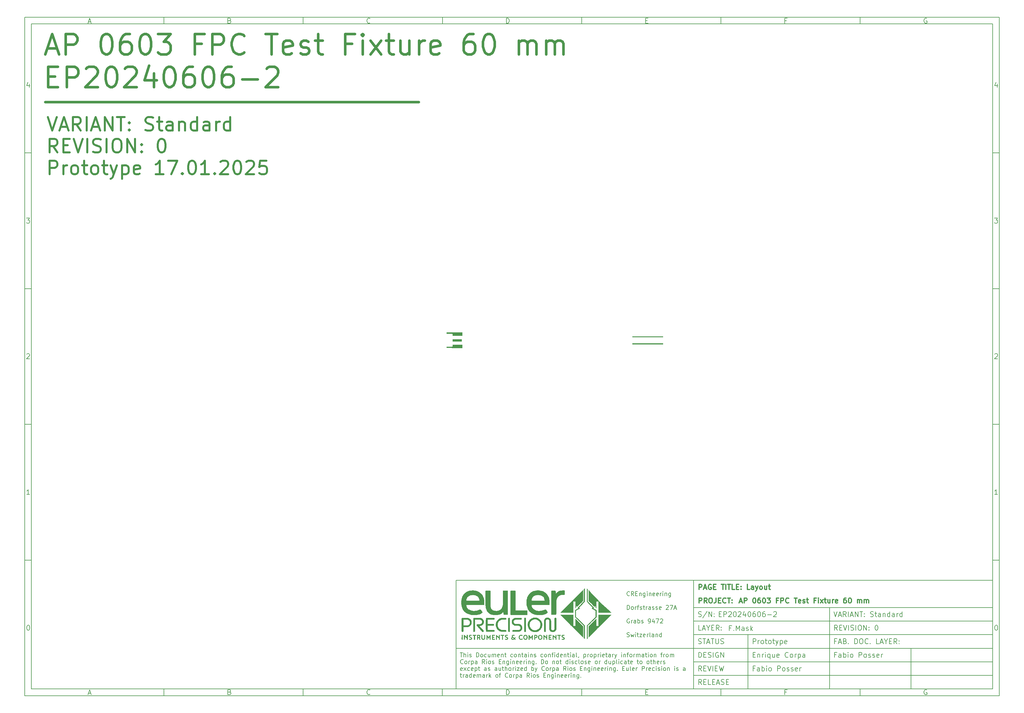
<source format=gbr>
%TF.GenerationSoftware,KiCad,Pcbnew,8.0.9-1.fc41*%
%TF.CreationDate,2025-03-16T15:34:32+01:00*%
%TF.ProjectId,0100_COVERSHEET,30313030-5f43-44f5-9645-525348454554,0*%
%TF.SameCoordinates,Original*%
%TF.FileFunction,Soldermask,Top*%
%TF.FilePolarity,Negative*%
%FSLAX46Y46*%
G04 Gerber Fmt 4.6, Leading zero omitted, Abs format (unit mm)*
G04 Created by KiCad (PCBNEW 8.0.9-1.fc41) date 2025-03-16 15:34:32*
%MOMM*%
%LPD*%
G01*
G04 APERTURE LIST*
G04 Aperture macros list*
%AMFreePoly0*
4,1,11,1.455000,-0.475000,-1.455000,-0.475000,-1.455000,-0.085000,-1.474806,0.001777,-1.530302,0.071366,-1.610496,0.109986,-1.655000,0.115000,-3.255000,0.115000,-3.255000,0.475000,1.455000,0.475000,1.455000,-0.475000,1.455000,-0.475000,$1*%
%AMFreePoly1*
4,1,15,1.455000,-0.475000,-1.455000,-0.475000,-1.600143,-0.475000,-1.610496,-0.470014,-1.655000,-0.465000,-3.255000,-0.465000,-3.255000,-0.115000,-1.655000,-0.115000,-1.568223,-0.095194,-1.498634,-0.039698,-1.460014,0.040496,-1.455000,0.085000,-1.455000,0.475000,1.455000,0.475000,1.455000,-0.475000,1.455000,-0.475000,$1*%
G04 Aperture macros list end*
%ADD10C,0.100000*%
%ADD11C,0.150000*%
%ADD12C,0.300000*%
%ADD13C,0.750000*%
%ADD14C,0.600000*%
%ADD15C,0.000001*%
%ADD16C,0.200000*%
%ADD17R,2.700000X0.760000*%
%ADD18FreePoly0,0.000000*%
%ADD19FreePoly1,0.000000*%
G04 APERTURE END LIST*
D10*
D11*
X7000000Y-203000000D02*
X290000000Y-203000000D01*
X290000000Y-7000000D01*
X7000000Y-7000000D01*
X7000000Y-203000000D01*
D10*
D11*
X132000000Y-171000000D02*
X290000000Y-171000000D01*
X290000000Y-203000000D01*
X132000000Y-203000000D01*
X132000000Y-171000000D01*
D10*
D11*
X202000000Y-203000000D02*
X202000000Y-171000000D01*
D10*
D11*
X290000000Y-199000000D02*
X202000000Y-199000000D01*
D10*
D11*
X290000000Y-195000000D02*
X202000000Y-195000000D01*
D10*
D11*
X290000000Y-191000000D02*
X201000000Y-191000000D01*
D10*
D11*
X290000000Y-187000000D02*
X202000000Y-187000000D01*
D10*
D11*
X290000000Y-183000000D02*
X202000000Y-183000000D01*
D10*
D11*
X290000000Y-179000000D02*
X202000000Y-179000000D01*
D10*
D11*
X266000000Y-203000000D02*
X266000000Y-191000000D01*
D10*
D11*
X242000000Y-203000000D02*
X242000000Y-179000000D01*
D10*
D11*
X218000000Y-203000000D02*
X218000000Y-187000000D01*
D10*
D12*
X203556710Y-173685528D02*
X203556710Y-172185528D01*
X203556710Y-172185528D02*
X204128139Y-172185528D01*
X204128139Y-172185528D02*
X204270996Y-172256957D01*
X204270996Y-172256957D02*
X204342425Y-172328385D01*
X204342425Y-172328385D02*
X204413853Y-172471242D01*
X204413853Y-172471242D02*
X204413853Y-172685528D01*
X204413853Y-172685528D02*
X204342425Y-172828385D01*
X204342425Y-172828385D02*
X204270996Y-172899814D01*
X204270996Y-172899814D02*
X204128139Y-172971242D01*
X204128139Y-172971242D02*
X203556710Y-172971242D01*
X204985282Y-173256957D02*
X205699568Y-173256957D01*
X204842425Y-173685528D02*
X205342425Y-172185528D01*
X205342425Y-172185528D02*
X205842425Y-173685528D01*
X207128139Y-172256957D02*
X206985282Y-172185528D01*
X206985282Y-172185528D02*
X206770996Y-172185528D01*
X206770996Y-172185528D02*
X206556710Y-172256957D01*
X206556710Y-172256957D02*
X206413853Y-172399814D01*
X206413853Y-172399814D02*
X206342424Y-172542671D01*
X206342424Y-172542671D02*
X206270996Y-172828385D01*
X206270996Y-172828385D02*
X206270996Y-173042671D01*
X206270996Y-173042671D02*
X206342424Y-173328385D01*
X206342424Y-173328385D02*
X206413853Y-173471242D01*
X206413853Y-173471242D02*
X206556710Y-173614100D01*
X206556710Y-173614100D02*
X206770996Y-173685528D01*
X206770996Y-173685528D02*
X206913853Y-173685528D01*
X206913853Y-173685528D02*
X207128139Y-173614100D01*
X207128139Y-173614100D02*
X207199567Y-173542671D01*
X207199567Y-173542671D02*
X207199567Y-173042671D01*
X207199567Y-173042671D02*
X206913853Y-173042671D01*
X207842424Y-172899814D02*
X208342424Y-172899814D01*
X208556710Y-173685528D02*
X207842424Y-173685528D01*
X207842424Y-173685528D02*
X207842424Y-172185528D01*
X207842424Y-172185528D02*
X208556710Y-172185528D01*
X210128139Y-172185528D02*
X210985282Y-172185528D01*
X210556710Y-173685528D02*
X210556710Y-172185528D01*
X211485281Y-173685528D02*
X211485281Y-172185528D01*
X211985282Y-172185528D02*
X212842425Y-172185528D01*
X212413853Y-173685528D02*
X212413853Y-172185528D01*
X214056710Y-173685528D02*
X213342424Y-173685528D01*
X213342424Y-173685528D02*
X213342424Y-172185528D01*
X214556710Y-172899814D02*
X215056710Y-172899814D01*
X215270996Y-173685528D02*
X214556710Y-173685528D01*
X214556710Y-173685528D02*
X214556710Y-172185528D01*
X214556710Y-172185528D02*
X215270996Y-172185528D01*
X215913853Y-173542671D02*
X215985282Y-173614100D01*
X215985282Y-173614100D02*
X215913853Y-173685528D01*
X215913853Y-173685528D02*
X215842425Y-173614100D01*
X215842425Y-173614100D02*
X215913853Y-173542671D01*
X215913853Y-173542671D02*
X215913853Y-173685528D01*
X215913853Y-172756957D02*
X215985282Y-172828385D01*
X215985282Y-172828385D02*
X215913853Y-172899814D01*
X215913853Y-172899814D02*
X215842425Y-172828385D01*
X215842425Y-172828385D02*
X215913853Y-172756957D01*
X215913853Y-172756957D02*
X215913853Y-172899814D01*
X218485282Y-173685528D02*
X217770996Y-173685528D01*
X217770996Y-173685528D02*
X217770996Y-172185528D01*
X219628140Y-173685528D02*
X219628140Y-172899814D01*
X219628140Y-172899814D02*
X219556711Y-172756957D01*
X219556711Y-172756957D02*
X219413854Y-172685528D01*
X219413854Y-172685528D02*
X219128140Y-172685528D01*
X219128140Y-172685528D02*
X218985282Y-172756957D01*
X219628140Y-173614100D02*
X219485282Y-173685528D01*
X219485282Y-173685528D02*
X219128140Y-173685528D01*
X219128140Y-173685528D02*
X218985282Y-173614100D01*
X218985282Y-173614100D02*
X218913854Y-173471242D01*
X218913854Y-173471242D02*
X218913854Y-173328385D01*
X218913854Y-173328385D02*
X218985282Y-173185528D01*
X218985282Y-173185528D02*
X219128140Y-173114100D01*
X219128140Y-173114100D02*
X219485282Y-173114100D01*
X219485282Y-173114100D02*
X219628140Y-173042671D01*
X220199568Y-172685528D02*
X220556711Y-173685528D01*
X220913854Y-172685528D02*
X220556711Y-173685528D01*
X220556711Y-173685528D02*
X220413854Y-174042671D01*
X220413854Y-174042671D02*
X220342425Y-174114100D01*
X220342425Y-174114100D02*
X220199568Y-174185528D01*
X221699568Y-173685528D02*
X221556711Y-173614100D01*
X221556711Y-173614100D02*
X221485282Y-173542671D01*
X221485282Y-173542671D02*
X221413854Y-173399814D01*
X221413854Y-173399814D02*
X221413854Y-172971242D01*
X221413854Y-172971242D02*
X221485282Y-172828385D01*
X221485282Y-172828385D02*
X221556711Y-172756957D01*
X221556711Y-172756957D02*
X221699568Y-172685528D01*
X221699568Y-172685528D02*
X221913854Y-172685528D01*
X221913854Y-172685528D02*
X222056711Y-172756957D01*
X222056711Y-172756957D02*
X222128140Y-172828385D01*
X222128140Y-172828385D02*
X222199568Y-172971242D01*
X222199568Y-172971242D02*
X222199568Y-173399814D01*
X222199568Y-173399814D02*
X222128140Y-173542671D01*
X222128140Y-173542671D02*
X222056711Y-173614100D01*
X222056711Y-173614100D02*
X221913854Y-173685528D01*
X221913854Y-173685528D02*
X221699568Y-173685528D01*
X223485283Y-172685528D02*
X223485283Y-173685528D01*
X222842425Y-172685528D02*
X222842425Y-173471242D01*
X222842425Y-173471242D02*
X222913854Y-173614100D01*
X222913854Y-173614100D02*
X223056711Y-173685528D01*
X223056711Y-173685528D02*
X223270997Y-173685528D01*
X223270997Y-173685528D02*
X223413854Y-173614100D01*
X223413854Y-173614100D02*
X223485283Y-173542671D01*
X223985283Y-172685528D02*
X224556711Y-172685528D01*
X224199568Y-172185528D02*
X224199568Y-173471242D01*
X224199568Y-173471242D02*
X224270997Y-173614100D01*
X224270997Y-173614100D02*
X224413854Y-173685528D01*
X224413854Y-173685528D02*
X224556711Y-173685528D01*
D10*
D11*
X201000000Y-191000000D02*
X132000000Y-191000000D01*
D10*
D12*
X203554510Y-177678328D02*
X203554510Y-176178328D01*
X203554510Y-176178328D02*
X204125939Y-176178328D01*
X204125939Y-176178328D02*
X204268796Y-176249757D01*
X204268796Y-176249757D02*
X204340225Y-176321185D01*
X204340225Y-176321185D02*
X204411653Y-176464042D01*
X204411653Y-176464042D02*
X204411653Y-176678328D01*
X204411653Y-176678328D02*
X204340225Y-176821185D01*
X204340225Y-176821185D02*
X204268796Y-176892614D01*
X204268796Y-176892614D02*
X204125939Y-176964042D01*
X204125939Y-176964042D02*
X203554510Y-176964042D01*
X205911653Y-177678328D02*
X205411653Y-176964042D01*
X205054510Y-177678328D02*
X205054510Y-176178328D01*
X205054510Y-176178328D02*
X205625939Y-176178328D01*
X205625939Y-176178328D02*
X205768796Y-176249757D01*
X205768796Y-176249757D02*
X205840225Y-176321185D01*
X205840225Y-176321185D02*
X205911653Y-176464042D01*
X205911653Y-176464042D02*
X205911653Y-176678328D01*
X205911653Y-176678328D02*
X205840225Y-176821185D01*
X205840225Y-176821185D02*
X205768796Y-176892614D01*
X205768796Y-176892614D02*
X205625939Y-176964042D01*
X205625939Y-176964042D02*
X205054510Y-176964042D01*
X206840225Y-176178328D02*
X207125939Y-176178328D01*
X207125939Y-176178328D02*
X207268796Y-176249757D01*
X207268796Y-176249757D02*
X207411653Y-176392614D01*
X207411653Y-176392614D02*
X207483082Y-176678328D01*
X207483082Y-176678328D02*
X207483082Y-177178328D01*
X207483082Y-177178328D02*
X207411653Y-177464042D01*
X207411653Y-177464042D02*
X207268796Y-177606900D01*
X207268796Y-177606900D02*
X207125939Y-177678328D01*
X207125939Y-177678328D02*
X206840225Y-177678328D01*
X206840225Y-177678328D02*
X206697368Y-177606900D01*
X206697368Y-177606900D02*
X206554510Y-177464042D01*
X206554510Y-177464042D02*
X206483082Y-177178328D01*
X206483082Y-177178328D02*
X206483082Y-176678328D01*
X206483082Y-176678328D02*
X206554510Y-176392614D01*
X206554510Y-176392614D02*
X206697368Y-176249757D01*
X206697368Y-176249757D02*
X206840225Y-176178328D01*
X208554511Y-176178328D02*
X208554511Y-177249757D01*
X208554511Y-177249757D02*
X208483082Y-177464042D01*
X208483082Y-177464042D02*
X208340225Y-177606900D01*
X208340225Y-177606900D02*
X208125939Y-177678328D01*
X208125939Y-177678328D02*
X207983082Y-177678328D01*
X209268796Y-176892614D02*
X209768796Y-176892614D01*
X209983082Y-177678328D02*
X209268796Y-177678328D01*
X209268796Y-177678328D02*
X209268796Y-176178328D01*
X209268796Y-176178328D02*
X209983082Y-176178328D01*
X211483082Y-177535471D02*
X211411654Y-177606900D01*
X211411654Y-177606900D02*
X211197368Y-177678328D01*
X211197368Y-177678328D02*
X211054511Y-177678328D01*
X211054511Y-177678328D02*
X210840225Y-177606900D01*
X210840225Y-177606900D02*
X210697368Y-177464042D01*
X210697368Y-177464042D02*
X210625939Y-177321185D01*
X210625939Y-177321185D02*
X210554511Y-177035471D01*
X210554511Y-177035471D02*
X210554511Y-176821185D01*
X210554511Y-176821185D02*
X210625939Y-176535471D01*
X210625939Y-176535471D02*
X210697368Y-176392614D01*
X210697368Y-176392614D02*
X210840225Y-176249757D01*
X210840225Y-176249757D02*
X211054511Y-176178328D01*
X211054511Y-176178328D02*
X211197368Y-176178328D01*
X211197368Y-176178328D02*
X211411654Y-176249757D01*
X211411654Y-176249757D02*
X211483082Y-176321185D01*
X211911654Y-176178328D02*
X212768797Y-176178328D01*
X212340225Y-177678328D02*
X212340225Y-176178328D01*
X213268796Y-177535471D02*
X213340225Y-177606900D01*
X213340225Y-177606900D02*
X213268796Y-177678328D01*
X213268796Y-177678328D02*
X213197368Y-177606900D01*
X213197368Y-177606900D02*
X213268796Y-177535471D01*
X213268796Y-177535471D02*
X213268796Y-177678328D01*
X213268796Y-176749757D02*
X213340225Y-176821185D01*
X213340225Y-176821185D02*
X213268796Y-176892614D01*
X213268796Y-176892614D02*
X213197368Y-176821185D01*
X213197368Y-176821185D02*
X213268796Y-176749757D01*
X213268796Y-176749757D02*
X213268796Y-176892614D01*
D10*
D11*
X203384398Y-181614700D02*
X203598684Y-181686128D01*
X203598684Y-181686128D02*
X203955826Y-181686128D01*
X203955826Y-181686128D02*
X204098684Y-181614700D01*
X204098684Y-181614700D02*
X204170112Y-181543271D01*
X204170112Y-181543271D02*
X204241541Y-181400414D01*
X204241541Y-181400414D02*
X204241541Y-181257557D01*
X204241541Y-181257557D02*
X204170112Y-181114700D01*
X204170112Y-181114700D02*
X204098684Y-181043271D01*
X204098684Y-181043271D02*
X203955826Y-180971842D01*
X203955826Y-180971842D02*
X203670112Y-180900414D01*
X203670112Y-180900414D02*
X203527255Y-180828985D01*
X203527255Y-180828985D02*
X203455826Y-180757557D01*
X203455826Y-180757557D02*
X203384398Y-180614700D01*
X203384398Y-180614700D02*
X203384398Y-180471842D01*
X203384398Y-180471842D02*
X203455826Y-180328985D01*
X203455826Y-180328985D02*
X203527255Y-180257557D01*
X203527255Y-180257557D02*
X203670112Y-180186128D01*
X203670112Y-180186128D02*
X204027255Y-180186128D01*
X204027255Y-180186128D02*
X204241541Y-180257557D01*
X205955826Y-180114700D02*
X204670112Y-182043271D01*
X206455826Y-181686128D02*
X206455826Y-180186128D01*
X206455826Y-180186128D02*
X207312969Y-181686128D01*
X207312969Y-181686128D02*
X207312969Y-180186128D01*
X208027255Y-181543271D02*
X208098684Y-181614700D01*
X208098684Y-181614700D02*
X208027255Y-181686128D01*
X208027255Y-181686128D02*
X207955827Y-181614700D01*
X207955827Y-181614700D02*
X208027255Y-181543271D01*
X208027255Y-181543271D02*
X208027255Y-181686128D01*
X208027255Y-180757557D02*
X208098684Y-180828985D01*
X208098684Y-180828985D02*
X208027255Y-180900414D01*
X208027255Y-180900414D02*
X207955827Y-180828985D01*
X207955827Y-180828985D02*
X208027255Y-180757557D01*
X208027255Y-180757557D02*
X208027255Y-180900414D01*
D10*
D11*
X203455826Y-193686128D02*
X203455826Y-192186128D01*
X203455826Y-192186128D02*
X203812969Y-192186128D01*
X203812969Y-192186128D02*
X204027255Y-192257557D01*
X204027255Y-192257557D02*
X204170112Y-192400414D01*
X204170112Y-192400414D02*
X204241541Y-192543271D01*
X204241541Y-192543271D02*
X204312969Y-192828985D01*
X204312969Y-192828985D02*
X204312969Y-193043271D01*
X204312969Y-193043271D02*
X204241541Y-193328985D01*
X204241541Y-193328985D02*
X204170112Y-193471842D01*
X204170112Y-193471842D02*
X204027255Y-193614700D01*
X204027255Y-193614700D02*
X203812969Y-193686128D01*
X203812969Y-193686128D02*
X203455826Y-193686128D01*
X204955826Y-192900414D02*
X205455826Y-192900414D01*
X205670112Y-193686128D02*
X204955826Y-193686128D01*
X204955826Y-193686128D02*
X204955826Y-192186128D01*
X204955826Y-192186128D02*
X205670112Y-192186128D01*
X206241541Y-193614700D02*
X206455827Y-193686128D01*
X206455827Y-193686128D02*
X206812969Y-193686128D01*
X206812969Y-193686128D02*
X206955827Y-193614700D01*
X206955827Y-193614700D02*
X207027255Y-193543271D01*
X207027255Y-193543271D02*
X207098684Y-193400414D01*
X207098684Y-193400414D02*
X207098684Y-193257557D01*
X207098684Y-193257557D02*
X207027255Y-193114700D01*
X207027255Y-193114700D02*
X206955827Y-193043271D01*
X206955827Y-193043271D02*
X206812969Y-192971842D01*
X206812969Y-192971842D02*
X206527255Y-192900414D01*
X206527255Y-192900414D02*
X206384398Y-192828985D01*
X206384398Y-192828985D02*
X206312969Y-192757557D01*
X206312969Y-192757557D02*
X206241541Y-192614700D01*
X206241541Y-192614700D02*
X206241541Y-192471842D01*
X206241541Y-192471842D02*
X206312969Y-192328985D01*
X206312969Y-192328985D02*
X206384398Y-192257557D01*
X206384398Y-192257557D02*
X206527255Y-192186128D01*
X206527255Y-192186128D02*
X206884398Y-192186128D01*
X206884398Y-192186128D02*
X207098684Y-192257557D01*
X207741540Y-193686128D02*
X207741540Y-192186128D01*
X209241541Y-192257557D02*
X209098684Y-192186128D01*
X209098684Y-192186128D02*
X208884398Y-192186128D01*
X208884398Y-192186128D02*
X208670112Y-192257557D01*
X208670112Y-192257557D02*
X208527255Y-192400414D01*
X208527255Y-192400414D02*
X208455826Y-192543271D01*
X208455826Y-192543271D02*
X208384398Y-192828985D01*
X208384398Y-192828985D02*
X208384398Y-193043271D01*
X208384398Y-193043271D02*
X208455826Y-193328985D01*
X208455826Y-193328985D02*
X208527255Y-193471842D01*
X208527255Y-193471842D02*
X208670112Y-193614700D01*
X208670112Y-193614700D02*
X208884398Y-193686128D01*
X208884398Y-193686128D02*
X209027255Y-193686128D01*
X209027255Y-193686128D02*
X209241541Y-193614700D01*
X209241541Y-193614700D02*
X209312969Y-193543271D01*
X209312969Y-193543271D02*
X209312969Y-193043271D01*
X209312969Y-193043271D02*
X209027255Y-193043271D01*
X209955826Y-193686128D02*
X209955826Y-192186128D01*
X209955826Y-192186128D02*
X210812969Y-193686128D01*
X210812969Y-193686128D02*
X210812969Y-192186128D01*
D10*
D11*
X204312969Y-197686128D02*
X203812969Y-196971842D01*
X203455826Y-197686128D02*
X203455826Y-196186128D01*
X203455826Y-196186128D02*
X204027255Y-196186128D01*
X204027255Y-196186128D02*
X204170112Y-196257557D01*
X204170112Y-196257557D02*
X204241541Y-196328985D01*
X204241541Y-196328985D02*
X204312969Y-196471842D01*
X204312969Y-196471842D02*
X204312969Y-196686128D01*
X204312969Y-196686128D02*
X204241541Y-196828985D01*
X204241541Y-196828985D02*
X204170112Y-196900414D01*
X204170112Y-196900414D02*
X204027255Y-196971842D01*
X204027255Y-196971842D02*
X203455826Y-196971842D01*
X204955826Y-196900414D02*
X205455826Y-196900414D01*
X205670112Y-197686128D02*
X204955826Y-197686128D01*
X204955826Y-197686128D02*
X204955826Y-196186128D01*
X204955826Y-196186128D02*
X205670112Y-196186128D01*
X206098684Y-196186128D02*
X206598684Y-197686128D01*
X206598684Y-197686128D02*
X207098684Y-196186128D01*
X207598683Y-197686128D02*
X207598683Y-196186128D01*
X208312969Y-196900414D02*
X208812969Y-196900414D01*
X209027255Y-197686128D02*
X208312969Y-197686128D01*
X208312969Y-197686128D02*
X208312969Y-196186128D01*
X208312969Y-196186128D02*
X209027255Y-196186128D01*
X209527255Y-196186128D02*
X209884398Y-197686128D01*
X209884398Y-197686128D02*
X210170112Y-196614700D01*
X210170112Y-196614700D02*
X210455827Y-197686128D01*
X210455827Y-197686128D02*
X210812970Y-196186128D01*
D10*
D11*
X204312969Y-201686128D02*
X203812969Y-200971842D01*
X203455826Y-201686128D02*
X203455826Y-200186128D01*
X203455826Y-200186128D02*
X204027255Y-200186128D01*
X204027255Y-200186128D02*
X204170112Y-200257557D01*
X204170112Y-200257557D02*
X204241541Y-200328985D01*
X204241541Y-200328985D02*
X204312969Y-200471842D01*
X204312969Y-200471842D02*
X204312969Y-200686128D01*
X204312969Y-200686128D02*
X204241541Y-200828985D01*
X204241541Y-200828985D02*
X204170112Y-200900414D01*
X204170112Y-200900414D02*
X204027255Y-200971842D01*
X204027255Y-200971842D02*
X203455826Y-200971842D01*
X204955826Y-200900414D02*
X205455826Y-200900414D01*
X205670112Y-201686128D02*
X204955826Y-201686128D01*
X204955826Y-201686128D02*
X204955826Y-200186128D01*
X204955826Y-200186128D02*
X205670112Y-200186128D01*
X207027255Y-201686128D02*
X206312969Y-201686128D01*
X206312969Y-201686128D02*
X206312969Y-200186128D01*
X207527255Y-200900414D02*
X208027255Y-200900414D01*
X208241541Y-201686128D02*
X207527255Y-201686128D01*
X207527255Y-201686128D02*
X207527255Y-200186128D01*
X207527255Y-200186128D02*
X208241541Y-200186128D01*
X208812970Y-201257557D02*
X209527256Y-201257557D01*
X208670113Y-201686128D02*
X209170113Y-200186128D01*
X209170113Y-200186128D02*
X209670113Y-201686128D01*
X210098684Y-201614700D02*
X210312970Y-201686128D01*
X210312970Y-201686128D02*
X210670112Y-201686128D01*
X210670112Y-201686128D02*
X210812970Y-201614700D01*
X210812970Y-201614700D02*
X210884398Y-201543271D01*
X210884398Y-201543271D02*
X210955827Y-201400414D01*
X210955827Y-201400414D02*
X210955827Y-201257557D01*
X210955827Y-201257557D02*
X210884398Y-201114700D01*
X210884398Y-201114700D02*
X210812970Y-201043271D01*
X210812970Y-201043271D02*
X210670112Y-200971842D01*
X210670112Y-200971842D02*
X210384398Y-200900414D01*
X210384398Y-200900414D02*
X210241541Y-200828985D01*
X210241541Y-200828985D02*
X210170112Y-200757557D01*
X210170112Y-200757557D02*
X210098684Y-200614700D01*
X210098684Y-200614700D02*
X210098684Y-200471842D01*
X210098684Y-200471842D02*
X210170112Y-200328985D01*
X210170112Y-200328985D02*
X210241541Y-200257557D01*
X210241541Y-200257557D02*
X210384398Y-200186128D01*
X210384398Y-200186128D02*
X210741541Y-200186128D01*
X210741541Y-200186128D02*
X210955827Y-200257557D01*
X211598683Y-200900414D02*
X212098683Y-200900414D01*
X212312969Y-201686128D02*
X211598683Y-201686128D01*
X211598683Y-201686128D02*
X211598683Y-200186128D01*
X211598683Y-200186128D02*
X212312969Y-200186128D01*
D10*
D11*
X243241541Y-180186128D02*
X243741541Y-181686128D01*
X243741541Y-181686128D02*
X244241541Y-180186128D01*
X244670112Y-181257557D02*
X245384398Y-181257557D01*
X244527255Y-181686128D02*
X245027255Y-180186128D01*
X245027255Y-180186128D02*
X245527255Y-181686128D01*
X246884397Y-181686128D02*
X246384397Y-180971842D01*
X246027254Y-181686128D02*
X246027254Y-180186128D01*
X246027254Y-180186128D02*
X246598683Y-180186128D01*
X246598683Y-180186128D02*
X246741540Y-180257557D01*
X246741540Y-180257557D02*
X246812969Y-180328985D01*
X246812969Y-180328985D02*
X246884397Y-180471842D01*
X246884397Y-180471842D02*
X246884397Y-180686128D01*
X246884397Y-180686128D02*
X246812969Y-180828985D01*
X246812969Y-180828985D02*
X246741540Y-180900414D01*
X246741540Y-180900414D02*
X246598683Y-180971842D01*
X246598683Y-180971842D02*
X246027254Y-180971842D01*
X247527254Y-181686128D02*
X247527254Y-180186128D01*
X248170112Y-181257557D02*
X248884398Y-181257557D01*
X248027255Y-181686128D02*
X248527255Y-180186128D01*
X248527255Y-180186128D02*
X249027255Y-181686128D01*
X249527254Y-181686128D02*
X249527254Y-180186128D01*
X249527254Y-180186128D02*
X250384397Y-181686128D01*
X250384397Y-181686128D02*
X250384397Y-180186128D01*
X250884398Y-180186128D02*
X251741541Y-180186128D01*
X251312969Y-181686128D02*
X251312969Y-180186128D01*
X252241540Y-181543271D02*
X252312969Y-181614700D01*
X252312969Y-181614700D02*
X252241540Y-181686128D01*
X252241540Y-181686128D02*
X252170112Y-181614700D01*
X252170112Y-181614700D02*
X252241540Y-181543271D01*
X252241540Y-181543271D02*
X252241540Y-181686128D01*
X252241540Y-180757557D02*
X252312969Y-180828985D01*
X252312969Y-180828985D02*
X252241540Y-180900414D01*
X252241540Y-180900414D02*
X252170112Y-180828985D01*
X252170112Y-180828985D02*
X252241540Y-180757557D01*
X252241540Y-180757557D02*
X252241540Y-180900414D01*
X254027255Y-181614700D02*
X254241541Y-181686128D01*
X254241541Y-181686128D02*
X254598683Y-181686128D01*
X254598683Y-181686128D02*
X254741541Y-181614700D01*
X254741541Y-181614700D02*
X254812969Y-181543271D01*
X254812969Y-181543271D02*
X254884398Y-181400414D01*
X254884398Y-181400414D02*
X254884398Y-181257557D01*
X254884398Y-181257557D02*
X254812969Y-181114700D01*
X254812969Y-181114700D02*
X254741541Y-181043271D01*
X254741541Y-181043271D02*
X254598683Y-180971842D01*
X254598683Y-180971842D02*
X254312969Y-180900414D01*
X254312969Y-180900414D02*
X254170112Y-180828985D01*
X254170112Y-180828985D02*
X254098683Y-180757557D01*
X254098683Y-180757557D02*
X254027255Y-180614700D01*
X254027255Y-180614700D02*
X254027255Y-180471842D01*
X254027255Y-180471842D02*
X254098683Y-180328985D01*
X254098683Y-180328985D02*
X254170112Y-180257557D01*
X254170112Y-180257557D02*
X254312969Y-180186128D01*
X254312969Y-180186128D02*
X254670112Y-180186128D01*
X254670112Y-180186128D02*
X254884398Y-180257557D01*
X255312969Y-180686128D02*
X255884397Y-180686128D01*
X255527254Y-180186128D02*
X255527254Y-181471842D01*
X255527254Y-181471842D02*
X255598683Y-181614700D01*
X255598683Y-181614700D02*
X255741540Y-181686128D01*
X255741540Y-181686128D02*
X255884397Y-181686128D01*
X257027255Y-181686128D02*
X257027255Y-180900414D01*
X257027255Y-180900414D02*
X256955826Y-180757557D01*
X256955826Y-180757557D02*
X256812969Y-180686128D01*
X256812969Y-180686128D02*
X256527255Y-180686128D01*
X256527255Y-180686128D02*
X256384397Y-180757557D01*
X257027255Y-181614700D02*
X256884397Y-181686128D01*
X256884397Y-181686128D02*
X256527255Y-181686128D01*
X256527255Y-181686128D02*
X256384397Y-181614700D01*
X256384397Y-181614700D02*
X256312969Y-181471842D01*
X256312969Y-181471842D02*
X256312969Y-181328985D01*
X256312969Y-181328985D02*
X256384397Y-181186128D01*
X256384397Y-181186128D02*
X256527255Y-181114700D01*
X256527255Y-181114700D02*
X256884397Y-181114700D01*
X256884397Y-181114700D02*
X257027255Y-181043271D01*
X257741540Y-180686128D02*
X257741540Y-181686128D01*
X257741540Y-180828985D02*
X257812969Y-180757557D01*
X257812969Y-180757557D02*
X257955826Y-180686128D01*
X257955826Y-180686128D02*
X258170112Y-180686128D01*
X258170112Y-180686128D02*
X258312969Y-180757557D01*
X258312969Y-180757557D02*
X258384398Y-180900414D01*
X258384398Y-180900414D02*
X258384398Y-181686128D01*
X259741541Y-181686128D02*
X259741541Y-180186128D01*
X259741541Y-181614700D02*
X259598683Y-181686128D01*
X259598683Y-181686128D02*
X259312969Y-181686128D01*
X259312969Y-181686128D02*
X259170112Y-181614700D01*
X259170112Y-181614700D02*
X259098683Y-181543271D01*
X259098683Y-181543271D02*
X259027255Y-181400414D01*
X259027255Y-181400414D02*
X259027255Y-180971842D01*
X259027255Y-180971842D02*
X259098683Y-180828985D01*
X259098683Y-180828985D02*
X259170112Y-180757557D01*
X259170112Y-180757557D02*
X259312969Y-180686128D01*
X259312969Y-180686128D02*
X259598683Y-180686128D01*
X259598683Y-180686128D02*
X259741541Y-180757557D01*
X261098684Y-181686128D02*
X261098684Y-180900414D01*
X261098684Y-180900414D02*
X261027255Y-180757557D01*
X261027255Y-180757557D02*
X260884398Y-180686128D01*
X260884398Y-180686128D02*
X260598684Y-180686128D01*
X260598684Y-180686128D02*
X260455826Y-180757557D01*
X261098684Y-181614700D02*
X260955826Y-181686128D01*
X260955826Y-181686128D02*
X260598684Y-181686128D01*
X260598684Y-181686128D02*
X260455826Y-181614700D01*
X260455826Y-181614700D02*
X260384398Y-181471842D01*
X260384398Y-181471842D02*
X260384398Y-181328985D01*
X260384398Y-181328985D02*
X260455826Y-181186128D01*
X260455826Y-181186128D02*
X260598684Y-181114700D01*
X260598684Y-181114700D02*
X260955826Y-181114700D01*
X260955826Y-181114700D02*
X261098684Y-181043271D01*
X261812969Y-181686128D02*
X261812969Y-180686128D01*
X261812969Y-180971842D02*
X261884398Y-180828985D01*
X261884398Y-180828985D02*
X261955827Y-180757557D01*
X261955827Y-180757557D02*
X262098684Y-180686128D01*
X262098684Y-180686128D02*
X262241541Y-180686128D01*
X263384398Y-181686128D02*
X263384398Y-180186128D01*
X263384398Y-181614700D02*
X263241540Y-181686128D01*
X263241540Y-181686128D02*
X262955826Y-181686128D01*
X262955826Y-181686128D02*
X262812969Y-181614700D01*
X262812969Y-181614700D02*
X262741540Y-181543271D01*
X262741540Y-181543271D02*
X262670112Y-181400414D01*
X262670112Y-181400414D02*
X262670112Y-180971842D01*
X262670112Y-180971842D02*
X262741540Y-180828985D01*
X262741540Y-180828985D02*
X262812969Y-180757557D01*
X262812969Y-180757557D02*
X262955826Y-180686128D01*
X262955826Y-180686128D02*
X263241540Y-180686128D01*
X263241540Y-180686128D02*
X263384398Y-180757557D01*
D10*
D11*
X244312969Y-185686128D02*
X243812969Y-184971842D01*
X243455826Y-185686128D02*
X243455826Y-184186128D01*
X243455826Y-184186128D02*
X244027255Y-184186128D01*
X244027255Y-184186128D02*
X244170112Y-184257557D01*
X244170112Y-184257557D02*
X244241541Y-184328985D01*
X244241541Y-184328985D02*
X244312969Y-184471842D01*
X244312969Y-184471842D02*
X244312969Y-184686128D01*
X244312969Y-184686128D02*
X244241541Y-184828985D01*
X244241541Y-184828985D02*
X244170112Y-184900414D01*
X244170112Y-184900414D02*
X244027255Y-184971842D01*
X244027255Y-184971842D02*
X243455826Y-184971842D01*
X244955826Y-184900414D02*
X245455826Y-184900414D01*
X245670112Y-185686128D02*
X244955826Y-185686128D01*
X244955826Y-185686128D02*
X244955826Y-184186128D01*
X244955826Y-184186128D02*
X245670112Y-184186128D01*
X246098684Y-184186128D02*
X246598684Y-185686128D01*
X246598684Y-185686128D02*
X247098684Y-184186128D01*
X247598683Y-185686128D02*
X247598683Y-184186128D01*
X248241541Y-185614700D02*
X248455827Y-185686128D01*
X248455827Y-185686128D02*
X248812969Y-185686128D01*
X248812969Y-185686128D02*
X248955827Y-185614700D01*
X248955827Y-185614700D02*
X249027255Y-185543271D01*
X249027255Y-185543271D02*
X249098684Y-185400414D01*
X249098684Y-185400414D02*
X249098684Y-185257557D01*
X249098684Y-185257557D02*
X249027255Y-185114700D01*
X249027255Y-185114700D02*
X248955827Y-185043271D01*
X248955827Y-185043271D02*
X248812969Y-184971842D01*
X248812969Y-184971842D02*
X248527255Y-184900414D01*
X248527255Y-184900414D02*
X248384398Y-184828985D01*
X248384398Y-184828985D02*
X248312969Y-184757557D01*
X248312969Y-184757557D02*
X248241541Y-184614700D01*
X248241541Y-184614700D02*
X248241541Y-184471842D01*
X248241541Y-184471842D02*
X248312969Y-184328985D01*
X248312969Y-184328985D02*
X248384398Y-184257557D01*
X248384398Y-184257557D02*
X248527255Y-184186128D01*
X248527255Y-184186128D02*
X248884398Y-184186128D01*
X248884398Y-184186128D02*
X249098684Y-184257557D01*
X249741540Y-185686128D02*
X249741540Y-184186128D01*
X250741541Y-184186128D02*
X251027255Y-184186128D01*
X251027255Y-184186128D02*
X251170112Y-184257557D01*
X251170112Y-184257557D02*
X251312969Y-184400414D01*
X251312969Y-184400414D02*
X251384398Y-184686128D01*
X251384398Y-184686128D02*
X251384398Y-185186128D01*
X251384398Y-185186128D02*
X251312969Y-185471842D01*
X251312969Y-185471842D02*
X251170112Y-185614700D01*
X251170112Y-185614700D02*
X251027255Y-185686128D01*
X251027255Y-185686128D02*
X250741541Y-185686128D01*
X250741541Y-185686128D02*
X250598684Y-185614700D01*
X250598684Y-185614700D02*
X250455826Y-185471842D01*
X250455826Y-185471842D02*
X250384398Y-185186128D01*
X250384398Y-185186128D02*
X250384398Y-184686128D01*
X250384398Y-184686128D02*
X250455826Y-184400414D01*
X250455826Y-184400414D02*
X250598684Y-184257557D01*
X250598684Y-184257557D02*
X250741541Y-184186128D01*
X252027255Y-185686128D02*
X252027255Y-184186128D01*
X252027255Y-184186128D02*
X252884398Y-185686128D01*
X252884398Y-185686128D02*
X252884398Y-184186128D01*
X253598684Y-185543271D02*
X253670113Y-185614700D01*
X253670113Y-185614700D02*
X253598684Y-185686128D01*
X253598684Y-185686128D02*
X253527256Y-185614700D01*
X253527256Y-185614700D02*
X253598684Y-185543271D01*
X253598684Y-185543271D02*
X253598684Y-185686128D01*
X253598684Y-184757557D02*
X253670113Y-184828985D01*
X253670113Y-184828985D02*
X253598684Y-184900414D01*
X253598684Y-184900414D02*
X253527256Y-184828985D01*
X253527256Y-184828985D02*
X253598684Y-184757557D01*
X253598684Y-184757557D02*
X253598684Y-184900414D01*
X255741542Y-184186128D02*
X255884399Y-184186128D01*
X255884399Y-184186128D02*
X256027256Y-184257557D01*
X256027256Y-184257557D02*
X256098685Y-184328985D01*
X256098685Y-184328985D02*
X256170113Y-184471842D01*
X256170113Y-184471842D02*
X256241542Y-184757557D01*
X256241542Y-184757557D02*
X256241542Y-185114700D01*
X256241542Y-185114700D02*
X256170113Y-185400414D01*
X256170113Y-185400414D02*
X256098685Y-185543271D01*
X256098685Y-185543271D02*
X256027256Y-185614700D01*
X256027256Y-185614700D02*
X255884399Y-185686128D01*
X255884399Y-185686128D02*
X255741542Y-185686128D01*
X255741542Y-185686128D02*
X255598685Y-185614700D01*
X255598685Y-185614700D02*
X255527256Y-185543271D01*
X255527256Y-185543271D02*
X255455827Y-185400414D01*
X255455827Y-185400414D02*
X255384399Y-185114700D01*
X255384399Y-185114700D02*
X255384399Y-184757557D01*
X255384399Y-184757557D02*
X255455827Y-184471842D01*
X255455827Y-184471842D02*
X255527256Y-184328985D01*
X255527256Y-184328985D02*
X255598685Y-184257557D01*
X255598685Y-184257557D02*
X255741542Y-184186128D01*
D10*
D11*
X203384398Y-189614700D02*
X203598684Y-189686128D01*
X203598684Y-189686128D02*
X203955826Y-189686128D01*
X203955826Y-189686128D02*
X204098684Y-189614700D01*
X204098684Y-189614700D02*
X204170112Y-189543271D01*
X204170112Y-189543271D02*
X204241541Y-189400414D01*
X204241541Y-189400414D02*
X204241541Y-189257557D01*
X204241541Y-189257557D02*
X204170112Y-189114700D01*
X204170112Y-189114700D02*
X204098684Y-189043271D01*
X204098684Y-189043271D02*
X203955826Y-188971842D01*
X203955826Y-188971842D02*
X203670112Y-188900414D01*
X203670112Y-188900414D02*
X203527255Y-188828985D01*
X203527255Y-188828985D02*
X203455826Y-188757557D01*
X203455826Y-188757557D02*
X203384398Y-188614700D01*
X203384398Y-188614700D02*
X203384398Y-188471842D01*
X203384398Y-188471842D02*
X203455826Y-188328985D01*
X203455826Y-188328985D02*
X203527255Y-188257557D01*
X203527255Y-188257557D02*
X203670112Y-188186128D01*
X203670112Y-188186128D02*
X204027255Y-188186128D01*
X204027255Y-188186128D02*
X204241541Y-188257557D01*
X204670112Y-188186128D02*
X205527255Y-188186128D01*
X205098683Y-189686128D02*
X205098683Y-188186128D01*
X205955826Y-189257557D02*
X206670112Y-189257557D01*
X205812969Y-189686128D02*
X206312969Y-188186128D01*
X206312969Y-188186128D02*
X206812969Y-189686128D01*
X207098683Y-188186128D02*
X207955826Y-188186128D01*
X207527254Y-189686128D02*
X207527254Y-188186128D01*
X208455825Y-188186128D02*
X208455825Y-189400414D01*
X208455825Y-189400414D02*
X208527254Y-189543271D01*
X208527254Y-189543271D02*
X208598683Y-189614700D01*
X208598683Y-189614700D02*
X208741540Y-189686128D01*
X208741540Y-189686128D02*
X209027254Y-189686128D01*
X209027254Y-189686128D02*
X209170111Y-189614700D01*
X209170111Y-189614700D02*
X209241540Y-189543271D01*
X209241540Y-189543271D02*
X209312968Y-189400414D01*
X209312968Y-189400414D02*
X209312968Y-188186128D01*
X209955826Y-189614700D02*
X210170112Y-189686128D01*
X210170112Y-189686128D02*
X210527254Y-189686128D01*
X210527254Y-189686128D02*
X210670112Y-189614700D01*
X210670112Y-189614700D02*
X210741540Y-189543271D01*
X210741540Y-189543271D02*
X210812969Y-189400414D01*
X210812969Y-189400414D02*
X210812969Y-189257557D01*
X210812969Y-189257557D02*
X210741540Y-189114700D01*
X210741540Y-189114700D02*
X210670112Y-189043271D01*
X210670112Y-189043271D02*
X210527254Y-188971842D01*
X210527254Y-188971842D02*
X210241540Y-188900414D01*
X210241540Y-188900414D02*
X210098683Y-188828985D01*
X210098683Y-188828985D02*
X210027254Y-188757557D01*
X210027254Y-188757557D02*
X209955826Y-188614700D01*
X209955826Y-188614700D02*
X209955826Y-188471842D01*
X209955826Y-188471842D02*
X210027254Y-188328985D01*
X210027254Y-188328985D02*
X210098683Y-188257557D01*
X210098683Y-188257557D02*
X210241540Y-188186128D01*
X210241540Y-188186128D02*
X210598683Y-188186128D01*
X210598683Y-188186128D02*
X210812969Y-188257557D01*
D10*
D11*
X219455826Y-189686128D02*
X219455826Y-188186128D01*
X219455826Y-188186128D02*
X220027255Y-188186128D01*
X220027255Y-188186128D02*
X220170112Y-188257557D01*
X220170112Y-188257557D02*
X220241541Y-188328985D01*
X220241541Y-188328985D02*
X220312969Y-188471842D01*
X220312969Y-188471842D02*
X220312969Y-188686128D01*
X220312969Y-188686128D02*
X220241541Y-188828985D01*
X220241541Y-188828985D02*
X220170112Y-188900414D01*
X220170112Y-188900414D02*
X220027255Y-188971842D01*
X220027255Y-188971842D02*
X219455826Y-188971842D01*
X220955826Y-189686128D02*
X220955826Y-188686128D01*
X220955826Y-188971842D02*
X221027255Y-188828985D01*
X221027255Y-188828985D02*
X221098684Y-188757557D01*
X221098684Y-188757557D02*
X221241541Y-188686128D01*
X221241541Y-188686128D02*
X221384398Y-188686128D01*
X222098683Y-189686128D02*
X221955826Y-189614700D01*
X221955826Y-189614700D02*
X221884397Y-189543271D01*
X221884397Y-189543271D02*
X221812969Y-189400414D01*
X221812969Y-189400414D02*
X221812969Y-188971842D01*
X221812969Y-188971842D02*
X221884397Y-188828985D01*
X221884397Y-188828985D02*
X221955826Y-188757557D01*
X221955826Y-188757557D02*
X222098683Y-188686128D01*
X222098683Y-188686128D02*
X222312969Y-188686128D01*
X222312969Y-188686128D02*
X222455826Y-188757557D01*
X222455826Y-188757557D02*
X222527255Y-188828985D01*
X222527255Y-188828985D02*
X222598683Y-188971842D01*
X222598683Y-188971842D02*
X222598683Y-189400414D01*
X222598683Y-189400414D02*
X222527255Y-189543271D01*
X222527255Y-189543271D02*
X222455826Y-189614700D01*
X222455826Y-189614700D02*
X222312969Y-189686128D01*
X222312969Y-189686128D02*
X222098683Y-189686128D01*
X223027255Y-188686128D02*
X223598683Y-188686128D01*
X223241540Y-188186128D02*
X223241540Y-189471842D01*
X223241540Y-189471842D02*
X223312969Y-189614700D01*
X223312969Y-189614700D02*
X223455826Y-189686128D01*
X223455826Y-189686128D02*
X223598683Y-189686128D01*
X224312969Y-189686128D02*
X224170112Y-189614700D01*
X224170112Y-189614700D02*
X224098683Y-189543271D01*
X224098683Y-189543271D02*
X224027255Y-189400414D01*
X224027255Y-189400414D02*
X224027255Y-188971842D01*
X224027255Y-188971842D02*
X224098683Y-188828985D01*
X224098683Y-188828985D02*
X224170112Y-188757557D01*
X224170112Y-188757557D02*
X224312969Y-188686128D01*
X224312969Y-188686128D02*
X224527255Y-188686128D01*
X224527255Y-188686128D02*
X224670112Y-188757557D01*
X224670112Y-188757557D02*
X224741541Y-188828985D01*
X224741541Y-188828985D02*
X224812969Y-188971842D01*
X224812969Y-188971842D02*
X224812969Y-189400414D01*
X224812969Y-189400414D02*
X224741541Y-189543271D01*
X224741541Y-189543271D02*
X224670112Y-189614700D01*
X224670112Y-189614700D02*
X224527255Y-189686128D01*
X224527255Y-189686128D02*
X224312969Y-189686128D01*
X225241541Y-188686128D02*
X225812969Y-188686128D01*
X225455826Y-188186128D02*
X225455826Y-189471842D01*
X225455826Y-189471842D02*
X225527255Y-189614700D01*
X225527255Y-189614700D02*
X225670112Y-189686128D01*
X225670112Y-189686128D02*
X225812969Y-189686128D01*
X226170112Y-188686128D02*
X226527255Y-189686128D01*
X226884398Y-188686128D02*
X226527255Y-189686128D01*
X226527255Y-189686128D02*
X226384398Y-190043271D01*
X226384398Y-190043271D02*
X226312969Y-190114700D01*
X226312969Y-190114700D02*
X226170112Y-190186128D01*
X227455826Y-188686128D02*
X227455826Y-190186128D01*
X227455826Y-188757557D02*
X227598684Y-188686128D01*
X227598684Y-188686128D02*
X227884398Y-188686128D01*
X227884398Y-188686128D02*
X228027255Y-188757557D01*
X228027255Y-188757557D02*
X228098684Y-188828985D01*
X228098684Y-188828985D02*
X228170112Y-188971842D01*
X228170112Y-188971842D02*
X228170112Y-189400414D01*
X228170112Y-189400414D02*
X228098684Y-189543271D01*
X228098684Y-189543271D02*
X228027255Y-189614700D01*
X228027255Y-189614700D02*
X227884398Y-189686128D01*
X227884398Y-189686128D02*
X227598684Y-189686128D01*
X227598684Y-189686128D02*
X227455826Y-189614700D01*
X229384398Y-189614700D02*
X229241541Y-189686128D01*
X229241541Y-189686128D02*
X228955827Y-189686128D01*
X228955827Y-189686128D02*
X228812969Y-189614700D01*
X228812969Y-189614700D02*
X228741541Y-189471842D01*
X228741541Y-189471842D02*
X228741541Y-188900414D01*
X228741541Y-188900414D02*
X228812969Y-188757557D01*
X228812969Y-188757557D02*
X228955827Y-188686128D01*
X228955827Y-188686128D02*
X229241541Y-188686128D01*
X229241541Y-188686128D02*
X229384398Y-188757557D01*
X229384398Y-188757557D02*
X229455827Y-188900414D01*
X229455827Y-188900414D02*
X229455827Y-189043271D01*
X229455827Y-189043271D02*
X228741541Y-189186128D01*
D10*
D11*
X219955826Y-196900414D02*
X219455826Y-196900414D01*
X219455826Y-197686128D02*
X219455826Y-196186128D01*
X219455826Y-196186128D02*
X220170112Y-196186128D01*
X221384398Y-197686128D02*
X221384398Y-196900414D01*
X221384398Y-196900414D02*
X221312969Y-196757557D01*
X221312969Y-196757557D02*
X221170112Y-196686128D01*
X221170112Y-196686128D02*
X220884398Y-196686128D01*
X220884398Y-196686128D02*
X220741540Y-196757557D01*
X221384398Y-197614700D02*
X221241540Y-197686128D01*
X221241540Y-197686128D02*
X220884398Y-197686128D01*
X220884398Y-197686128D02*
X220741540Y-197614700D01*
X220741540Y-197614700D02*
X220670112Y-197471842D01*
X220670112Y-197471842D02*
X220670112Y-197328985D01*
X220670112Y-197328985D02*
X220741540Y-197186128D01*
X220741540Y-197186128D02*
X220884398Y-197114700D01*
X220884398Y-197114700D02*
X221241540Y-197114700D01*
X221241540Y-197114700D02*
X221384398Y-197043271D01*
X222098683Y-197686128D02*
X222098683Y-196186128D01*
X222098683Y-196757557D02*
X222241541Y-196686128D01*
X222241541Y-196686128D02*
X222527255Y-196686128D01*
X222527255Y-196686128D02*
X222670112Y-196757557D01*
X222670112Y-196757557D02*
X222741541Y-196828985D01*
X222741541Y-196828985D02*
X222812969Y-196971842D01*
X222812969Y-196971842D02*
X222812969Y-197400414D01*
X222812969Y-197400414D02*
X222741541Y-197543271D01*
X222741541Y-197543271D02*
X222670112Y-197614700D01*
X222670112Y-197614700D02*
X222527255Y-197686128D01*
X222527255Y-197686128D02*
X222241541Y-197686128D01*
X222241541Y-197686128D02*
X222098683Y-197614700D01*
X223455826Y-197686128D02*
X223455826Y-196686128D01*
X223455826Y-196186128D02*
X223384398Y-196257557D01*
X223384398Y-196257557D02*
X223455826Y-196328985D01*
X223455826Y-196328985D02*
X223527255Y-196257557D01*
X223527255Y-196257557D02*
X223455826Y-196186128D01*
X223455826Y-196186128D02*
X223455826Y-196328985D01*
X224384398Y-197686128D02*
X224241541Y-197614700D01*
X224241541Y-197614700D02*
X224170112Y-197543271D01*
X224170112Y-197543271D02*
X224098684Y-197400414D01*
X224098684Y-197400414D02*
X224098684Y-196971842D01*
X224098684Y-196971842D02*
X224170112Y-196828985D01*
X224170112Y-196828985D02*
X224241541Y-196757557D01*
X224241541Y-196757557D02*
X224384398Y-196686128D01*
X224384398Y-196686128D02*
X224598684Y-196686128D01*
X224598684Y-196686128D02*
X224741541Y-196757557D01*
X224741541Y-196757557D02*
X224812970Y-196828985D01*
X224812970Y-196828985D02*
X224884398Y-196971842D01*
X224884398Y-196971842D02*
X224884398Y-197400414D01*
X224884398Y-197400414D02*
X224812970Y-197543271D01*
X224812970Y-197543271D02*
X224741541Y-197614700D01*
X224741541Y-197614700D02*
X224598684Y-197686128D01*
X224598684Y-197686128D02*
X224384398Y-197686128D01*
X226670112Y-197686128D02*
X226670112Y-196186128D01*
X226670112Y-196186128D02*
X227241541Y-196186128D01*
X227241541Y-196186128D02*
X227384398Y-196257557D01*
X227384398Y-196257557D02*
X227455827Y-196328985D01*
X227455827Y-196328985D02*
X227527255Y-196471842D01*
X227527255Y-196471842D02*
X227527255Y-196686128D01*
X227527255Y-196686128D02*
X227455827Y-196828985D01*
X227455827Y-196828985D02*
X227384398Y-196900414D01*
X227384398Y-196900414D02*
X227241541Y-196971842D01*
X227241541Y-196971842D02*
X226670112Y-196971842D01*
X228384398Y-197686128D02*
X228241541Y-197614700D01*
X228241541Y-197614700D02*
X228170112Y-197543271D01*
X228170112Y-197543271D02*
X228098684Y-197400414D01*
X228098684Y-197400414D02*
X228098684Y-196971842D01*
X228098684Y-196971842D02*
X228170112Y-196828985D01*
X228170112Y-196828985D02*
X228241541Y-196757557D01*
X228241541Y-196757557D02*
X228384398Y-196686128D01*
X228384398Y-196686128D02*
X228598684Y-196686128D01*
X228598684Y-196686128D02*
X228741541Y-196757557D01*
X228741541Y-196757557D02*
X228812970Y-196828985D01*
X228812970Y-196828985D02*
X228884398Y-196971842D01*
X228884398Y-196971842D02*
X228884398Y-197400414D01*
X228884398Y-197400414D02*
X228812970Y-197543271D01*
X228812970Y-197543271D02*
X228741541Y-197614700D01*
X228741541Y-197614700D02*
X228598684Y-197686128D01*
X228598684Y-197686128D02*
X228384398Y-197686128D01*
X229455827Y-197614700D02*
X229598684Y-197686128D01*
X229598684Y-197686128D02*
X229884398Y-197686128D01*
X229884398Y-197686128D02*
X230027255Y-197614700D01*
X230027255Y-197614700D02*
X230098684Y-197471842D01*
X230098684Y-197471842D02*
X230098684Y-197400414D01*
X230098684Y-197400414D02*
X230027255Y-197257557D01*
X230027255Y-197257557D02*
X229884398Y-197186128D01*
X229884398Y-197186128D02*
X229670113Y-197186128D01*
X229670113Y-197186128D02*
X229527255Y-197114700D01*
X229527255Y-197114700D02*
X229455827Y-196971842D01*
X229455827Y-196971842D02*
X229455827Y-196900414D01*
X229455827Y-196900414D02*
X229527255Y-196757557D01*
X229527255Y-196757557D02*
X229670113Y-196686128D01*
X229670113Y-196686128D02*
X229884398Y-196686128D01*
X229884398Y-196686128D02*
X230027255Y-196757557D01*
X230670113Y-197614700D02*
X230812970Y-197686128D01*
X230812970Y-197686128D02*
X231098684Y-197686128D01*
X231098684Y-197686128D02*
X231241541Y-197614700D01*
X231241541Y-197614700D02*
X231312970Y-197471842D01*
X231312970Y-197471842D02*
X231312970Y-197400414D01*
X231312970Y-197400414D02*
X231241541Y-197257557D01*
X231241541Y-197257557D02*
X231098684Y-197186128D01*
X231098684Y-197186128D02*
X230884399Y-197186128D01*
X230884399Y-197186128D02*
X230741541Y-197114700D01*
X230741541Y-197114700D02*
X230670113Y-196971842D01*
X230670113Y-196971842D02*
X230670113Y-196900414D01*
X230670113Y-196900414D02*
X230741541Y-196757557D01*
X230741541Y-196757557D02*
X230884399Y-196686128D01*
X230884399Y-196686128D02*
X231098684Y-196686128D01*
X231098684Y-196686128D02*
X231241541Y-196757557D01*
X232527256Y-197614700D02*
X232384399Y-197686128D01*
X232384399Y-197686128D02*
X232098685Y-197686128D01*
X232098685Y-197686128D02*
X231955827Y-197614700D01*
X231955827Y-197614700D02*
X231884399Y-197471842D01*
X231884399Y-197471842D02*
X231884399Y-196900414D01*
X231884399Y-196900414D02*
X231955827Y-196757557D01*
X231955827Y-196757557D02*
X232098685Y-196686128D01*
X232098685Y-196686128D02*
X232384399Y-196686128D01*
X232384399Y-196686128D02*
X232527256Y-196757557D01*
X232527256Y-196757557D02*
X232598685Y-196900414D01*
X232598685Y-196900414D02*
X232598685Y-197043271D01*
X232598685Y-197043271D02*
X231884399Y-197186128D01*
X233241541Y-197686128D02*
X233241541Y-196686128D01*
X233241541Y-196971842D02*
X233312970Y-196828985D01*
X233312970Y-196828985D02*
X233384399Y-196757557D01*
X233384399Y-196757557D02*
X233527256Y-196686128D01*
X233527256Y-196686128D02*
X233670113Y-196686128D01*
D10*
D11*
X219455826Y-192900414D02*
X219955826Y-192900414D01*
X220170112Y-193686128D02*
X219455826Y-193686128D01*
X219455826Y-193686128D02*
X219455826Y-192186128D01*
X219455826Y-192186128D02*
X220170112Y-192186128D01*
X220812969Y-192686128D02*
X220812969Y-193686128D01*
X220812969Y-192828985D02*
X220884398Y-192757557D01*
X220884398Y-192757557D02*
X221027255Y-192686128D01*
X221027255Y-192686128D02*
X221241541Y-192686128D01*
X221241541Y-192686128D02*
X221384398Y-192757557D01*
X221384398Y-192757557D02*
X221455827Y-192900414D01*
X221455827Y-192900414D02*
X221455827Y-193686128D01*
X222170112Y-193686128D02*
X222170112Y-192686128D01*
X222170112Y-192971842D02*
X222241541Y-192828985D01*
X222241541Y-192828985D02*
X222312970Y-192757557D01*
X222312970Y-192757557D02*
X222455827Y-192686128D01*
X222455827Y-192686128D02*
X222598684Y-192686128D01*
X223098683Y-193686128D02*
X223098683Y-192686128D01*
X223098683Y-192186128D02*
X223027255Y-192257557D01*
X223027255Y-192257557D02*
X223098683Y-192328985D01*
X223098683Y-192328985D02*
X223170112Y-192257557D01*
X223170112Y-192257557D02*
X223098683Y-192186128D01*
X223098683Y-192186128D02*
X223098683Y-192328985D01*
X224455827Y-192686128D02*
X224455827Y-194186128D01*
X224455827Y-193614700D02*
X224312969Y-193686128D01*
X224312969Y-193686128D02*
X224027255Y-193686128D01*
X224027255Y-193686128D02*
X223884398Y-193614700D01*
X223884398Y-193614700D02*
X223812969Y-193543271D01*
X223812969Y-193543271D02*
X223741541Y-193400414D01*
X223741541Y-193400414D02*
X223741541Y-192971842D01*
X223741541Y-192971842D02*
X223812969Y-192828985D01*
X223812969Y-192828985D02*
X223884398Y-192757557D01*
X223884398Y-192757557D02*
X224027255Y-192686128D01*
X224027255Y-192686128D02*
X224312969Y-192686128D01*
X224312969Y-192686128D02*
X224455827Y-192757557D01*
X225812970Y-192686128D02*
X225812970Y-193686128D01*
X225170112Y-192686128D02*
X225170112Y-193471842D01*
X225170112Y-193471842D02*
X225241541Y-193614700D01*
X225241541Y-193614700D02*
X225384398Y-193686128D01*
X225384398Y-193686128D02*
X225598684Y-193686128D01*
X225598684Y-193686128D02*
X225741541Y-193614700D01*
X225741541Y-193614700D02*
X225812970Y-193543271D01*
X227098684Y-193614700D02*
X226955827Y-193686128D01*
X226955827Y-193686128D02*
X226670113Y-193686128D01*
X226670113Y-193686128D02*
X226527255Y-193614700D01*
X226527255Y-193614700D02*
X226455827Y-193471842D01*
X226455827Y-193471842D02*
X226455827Y-192900414D01*
X226455827Y-192900414D02*
X226527255Y-192757557D01*
X226527255Y-192757557D02*
X226670113Y-192686128D01*
X226670113Y-192686128D02*
X226955827Y-192686128D01*
X226955827Y-192686128D02*
X227098684Y-192757557D01*
X227098684Y-192757557D02*
X227170113Y-192900414D01*
X227170113Y-192900414D02*
X227170113Y-193043271D01*
X227170113Y-193043271D02*
X226455827Y-193186128D01*
X229812969Y-193543271D02*
X229741541Y-193614700D01*
X229741541Y-193614700D02*
X229527255Y-193686128D01*
X229527255Y-193686128D02*
X229384398Y-193686128D01*
X229384398Y-193686128D02*
X229170112Y-193614700D01*
X229170112Y-193614700D02*
X229027255Y-193471842D01*
X229027255Y-193471842D02*
X228955826Y-193328985D01*
X228955826Y-193328985D02*
X228884398Y-193043271D01*
X228884398Y-193043271D02*
X228884398Y-192828985D01*
X228884398Y-192828985D02*
X228955826Y-192543271D01*
X228955826Y-192543271D02*
X229027255Y-192400414D01*
X229027255Y-192400414D02*
X229170112Y-192257557D01*
X229170112Y-192257557D02*
X229384398Y-192186128D01*
X229384398Y-192186128D02*
X229527255Y-192186128D01*
X229527255Y-192186128D02*
X229741541Y-192257557D01*
X229741541Y-192257557D02*
X229812969Y-192328985D01*
X230670112Y-193686128D02*
X230527255Y-193614700D01*
X230527255Y-193614700D02*
X230455826Y-193543271D01*
X230455826Y-193543271D02*
X230384398Y-193400414D01*
X230384398Y-193400414D02*
X230384398Y-192971842D01*
X230384398Y-192971842D02*
X230455826Y-192828985D01*
X230455826Y-192828985D02*
X230527255Y-192757557D01*
X230527255Y-192757557D02*
X230670112Y-192686128D01*
X230670112Y-192686128D02*
X230884398Y-192686128D01*
X230884398Y-192686128D02*
X231027255Y-192757557D01*
X231027255Y-192757557D02*
X231098684Y-192828985D01*
X231098684Y-192828985D02*
X231170112Y-192971842D01*
X231170112Y-192971842D02*
X231170112Y-193400414D01*
X231170112Y-193400414D02*
X231098684Y-193543271D01*
X231098684Y-193543271D02*
X231027255Y-193614700D01*
X231027255Y-193614700D02*
X230884398Y-193686128D01*
X230884398Y-193686128D02*
X230670112Y-193686128D01*
X231812969Y-193686128D02*
X231812969Y-192686128D01*
X231812969Y-192971842D02*
X231884398Y-192828985D01*
X231884398Y-192828985D02*
X231955827Y-192757557D01*
X231955827Y-192757557D02*
X232098684Y-192686128D01*
X232098684Y-192686128D02*
X232241541Y-192686128D01*
X232741540Y-192686128D02*
X232741540Y-194186128D01*
X232741540Y-192757557D02*
X232884398Y-192686128D01*
X232884398Y-192686128D02*
X233170112Y-192686128D01*
X233170112Y-192686128D02*
X233312969Y-192757557D01*
X233312969Y-192757557D02*
X233384398Y-192828985D01*
X233384398Y-192828985D02*
X233455826Y-192971842D01*
X233455826Y-192971842D02*
X233455826Y-193400414D01*
X233455826Y-193400414D02*
X233384398Y-193543271D01*
X233384398Y-193543271D02*
X233312969Y-193614700D01*
X233312969Y-193614700D02*
X233170112Y-193686128D01*
X233170112Y-193686128D02*
X232884398Y-193686128D01*
X232884398Y-193686128D02*
X232741540Y-193614700D01*
X234741541Y-193686128D02*
X234741541Y-192900414D01*
X234741541Y-192900414D02*
X234670112Y-192757557D01*
X234670112Y-192757557D02*
X234527255Y-192686128D01*
X234527255Y-192686128D02*
X234241541Y-192686128D01*
X234241541Y-192686128D02*
X234098683Y-192757557D01*
X234741541Y-193614700D02*
X234598683Y-193686128D01*
X234598683Y-193686128D02*
X234241541Y-193686128D01*
X234241541Y-193686128D02*
X234098683Y-193614700D01*
X234098683Y-193614700D02*
X234027255Y-193471842D01*
X234027255Y-193471842D02*
X234027255Y-193328985D01*
X234027255Y-193328985D02*
X234098683Y-193186128D01*
X234098683Y-193186128D02*
X234241541Y-193114700D01*
X234241541Y-193114700D02*
X234598683Y-193114700D01*
X234598683Y-193114700D02*
X234741541Y-193043271D01*
D10*
D11*
X243955826Y-192900414D02*
X243455826Y-192900414D01*
X243455826Y-193686128D02*
X243455826Y-192186128D01*
X243455826Y-192186128D02*
X244170112Y-192186128D01*
X245384398Y-193686128D02*
X245384398Y-192900414D01*
X245384398Y-192900414D02*
X245312969Y-192757557D01*
X245312969Y-192757557D02*
X245170112Y-192686128D01*
X245170112Y-192686128D02*
X244884398Y-192686128D01*
X244884398Y-192686128D02*
X244741540Y-192757557D01*
X245384398Y-193614700D02*
X245241540Y-193686128D01*
X245241540Y-193686128D02*
X244884398Y-193686128D01*
X244884398Y-193686128D02*
X244741540Y-193614700D01*
X244741540Y-193614700D02*
X244670112Y-193471842D01*
X244670112Y-193471842D02*
X244670112Y-193328985D01*
X244670112Y-193328985D02*
X244741540Y-193186128D01*
X244741540Y-193186128D02*
X244884398Y-193114700D01*
X244884398Y-193114700D02*
X245241540Y-193114700D01*
X245241540Y-193114700D02*
X245384398Y-193043271D01*
X246098683Y-193686128D02*
X246098683Y-192186128D01*
X246098683Y-192757557D02*
X246241541Y-192686128D01*
X246241541Y-192686128D02*
X246527255Y-192686128D01*
X246527255Y-192686128D02*
X246670112Y-192757557D01*
X246670112Y-192757557D02*
X246741541Y-192828985D01*
X246741541Y-192828985D02*
X246812969Y-192971842D01*
X246812969Y-192971842D02*
X246812969Y-193400414D01*
X246812969Y-193400414D02*
X246741541Y-193543271D01*
X246741541Y-193543271D02*
X246670112Y-193614700D01*
X246670112Y-193614700D02*
X246527255Y-193686128D01*
X246527255Y-193686128D02*
X246241541Y-193686128D01*
X246241541Y-193686128D02*
X246098683Y-193614700D01*
X247455826Y-193686128D02*
X247455826Y-192686128D01*
X247455826Y-192186128D02*
X247384398Y-192257557D01*
X247384398Y-192257557D02*
X247455826Y-192328985D01*
X247455826Y-192328985D02*
X247527255Y-192257557D01*
X247527255Y-192257557D02*
X247455826Y-192186128D01*
X247455826Y-192186128D02*
X247455826Y-192328985D01*
X248384398Y-193686128D02*
X248241541Y-193614700D01*
X248241541Y-193614700D02*
X248170112Y-193543271D01*
X248170112Y-193543271D02*
X248098684Y-193400414D01*
X248098684Y-193400414D02*
X248098684Y-192971842D01*
X248098684Y-192971842D02*
X248170112Y-192828985D01*
X248170112Y-192828985D02*
X248241541Y-192757557D01*
X248241541Y-192757557D02*
X248384398Y-192686128D01*
X248384398Y-192686128D02*
X248598684Y-192686128D01*
X248598684Y-192686128D02*
X248741541Y-192757557D01*
X248741541Y-192757557D02*
X248812970Y-192828985D01*
X248812970Y-192828985D02*
X248884398Y-192971842D01*
X248884398Y-192971842D02*
X248884398Y-193400414D01*
X248884398Y-193400414D02*
X248812970Y-193543271D01*
X248812970Y-193543271D02*
X248741541Y-193614700D01*
X248741541Y-193614700D02*
X248598684Y-193686128D01*
X248598684Y-193686128D02*
X248384398Y-193686128D01*
X250670112Y-193686128D02*
X250670112Y-192186128D01*
X250670112Y-192186128D02*
X251241541Y-192186128D01*
X251241541Y-192186128D02*
X251384398Y-192257557D01*
X251384398Y-192257557D02*
X251455827Y-192328985D01*
X251455827Y-192328985D02*
X251527255Y-192471842D01*
X251527255Y-192471842D02*
X251527255Y-192686128D01*
X251527255Y-192686128D02*
X251455827Y-192828985D01*
X251455827Y-192828985D02*
X251384398Y-192900414D01*
X251384398Y-192900414D02*
X251241541Y-192971842D01*
X251241541Y-192971842D02*
X250670112Y-192971842D01*
X252384398Y-193686128D02*
X252241541Y-193614700D01*
X252241541Y-193614700D02*
X252170112Y-193543271D01*
X252170112Y-193543271D02*
X252098684Y-193400414D01*
X252098684Y-193400414D02*
X252098684Y-192971842D01*
X252098684Y-192971842D02*
X252170112Y-192828985D01*
X252170112Y-192828985D02*
X252241541Y-192757557D01*
X252241541Y-192757557D02*
X252384398Y-192686128D01*
X252384398Y-192686128D02*
X252598684Y-192686128D01*
X252598684Y-192686128D02*
X252741541Y-192757557D01*
X252741541Y-192757557D02*
X252812970Y-192828985D01*
X252812970Y-192828985D02*
X252884398Y-192971842D01*
X252884398Y-192971842D02*
X252884398Y-193400414D01*
X252884398Y-193400414D02*
X252812970Y-193543271D01*
X252812970Y-193543271D02*
X252741541Y-193614700D01*
X252741541Y-193614700D02*
X252598684Y-193686128D01*
X252598684Y-193686128D02*
X252384398Y-193686128D01*
X253455827Y-193614700D02*
X253598684Y-193686128D01*
X253598684Y-193686128D02*
X253884398Y-193686128D01*
X253884398Y-193686128D02*
X254027255Y-193614700D01*
X254027255Y-193614700D02*
X254098684Y-193471842D01*
X254098684Y-193471842D02*
X254098684Y-193400414D01*
X254098684Y-193400414D02*
X254027255Y-193257557D01*
X254027255Y-193257557D02*
X253884398Y-193186128D01*
X253884398Y-193186128D02*
X253670113Y-193186128D01*
X253670113Y-193186128D02*
X253527255Y-193114700D01*
X253527255Y-193114700D02*
X253455827Y-192971842D01*
X253455827Y-192971842D02*
X253455827Y-192900414D01*
X253455827Y-192900414D02*
X253527255Y-192757557D01*
X253527255Y-192757557D02*
X253670113Y-192686128D01*
X253670113Y-192686128D02*
X253884398Y-192686128D01*
X253884398Y-192686128D02*
X254027255Y-192757557D01*
X254670113Y-193614700D02*
X254812970Y-193686128D01*
X254812970Y-193686128D02*
X255098684Y-193686128D01*
X255098684Y-193686128D02*
X255241541Y-193614700D01*
X255241541Y-193614700D02*
X255312970Y-193471842D01*
X255312970Y-193471842D02*
X255312970Y-193400414D01*
X255312970Y-193400414D02*
X255241541Y-193257557D01*
X255241541Y-193257557D02*
X255098684Y-193186128D01*
X255098684Y-193186128D02*
X254884399Y-193186128D01*
X254884399Y-193186128D02*
X254741541Y-193114700D01*
X254741541Y-193114700D02*
X254670113Y-192971842D01*
X254670113Y-192971842D02*
X254670113Y-192900414D01*
X254670113Y-192900414D02*
X254741541Y-192757557D01*
X254741541Y-192757557D02*
X254884399Y-192686128D01*
X254884399Y-192686128D02*
X255098684Y-192686128D01*
X255098684Y-192686128D02*
X255241541Y-192757557D01*
X256527256Y-193614700D02*
X256384399Y-193686128D01*
X256384399Y-193686128D02*
X256098685Y-193686128D01*
X256098685Y-193686128D02*
X255955827Y-193614700D01*
X255955827Y-193614700D02*
X255884399Y-193471842D01*
X255884399Y-193471842D02*
X255884399Y-192900414D01*
X255884399Y-192900414D02*
X255955827Y-192757557D01*
X255955827Y-192757557D02*
X256098685Y-192686128D01*
X256098685Y-192686128D02*
X256384399Y-192686128D01*
X256384399Y-192686128D02*
X256527256Y-192757557D01*
X256527256Y-192757557D02*
X256598685Y-192900414D01*
X256598685Y-192900414D02*
X256598685Y-193043271D01*
X256598685Y-193043271D02*
X255884399Y-193186128D01*
X257241541Y-193686128D02*
X257241541Y-192686128D01*
X257241541Y-192971842D02*
X257312970Y-192828985D01*
X257312970Y-192828985D02*
X257384399Y-192757557D01*
X257384399Y-192757557D02*
X257527256Y-192686128D01*
X257527256Y-192686128D02*
X257670113Y-192686128D01*
D10*
D12*
X215483282Y-177249957D02*
X216197568Y-177249957D01*
X215340425Y-177678528D02*
X215840425Y-176178528D01*
X215840425Y-176178528D02*
X216340425Y-177678528D01*
X216840424Y-177678528D02*
X216840424Y-176178528D01*
X216840424Y-176178528D02*
X217411853Y-176178528D01*
X217411853Y-176178528D02*
X217554710Y-176249957D01*
X217554710Y-176249957D02*
X217626139Y-176321385D01*
X217626139Y-176321385D02*
X217697567Y-176464242D01*
X217697567Y-176464242D02*
X217697567Y-176678528D01*
X217697567Y-176678528D02*
X217626139Y-176821385D01*
X217626139Y-176821385D02*
X217554710Y-176892814D01*
X217554710Y-176892814D02*
X217411853Y-176964242D01*
X217411853Y-176964242D02*
X216840424Y-176964242D01*
X219768996Y-176178528D02*
X219911853Y-176178528D01*
X219911853Y-176178528D02*
X220054710Y-176249957D01*
X220054710Y-176249957D02*
X220126139Y-176321385D01*
X220126139Y-176321385D02*
X220197567Y-176464242D01*
X220197567Y-176464242D02*
X220268996Y-176749957D01*
X220268996Y-176749957D02*
X220268996Y-177107100D01*
X220268996Y-177107100D02*
X220197567Y-177392814D01*
X220197567Y-177392814D02*
X220126139Y-177535671D01*
X220126139Y-177535671D02*
X220054710Y-177607100D01*
X220054710Y-177607100D02*
X219911853Y-177678528D01*
X219911853Y-177678528D02*
X219768996Y-177678528D01*
X219768996Y-177678528D02*
X219626139Y-177607100D01*
X219626139Y-177607100D02*
X219554710Y-177535671D01*
X219554710Y-177535671D02*
X219483281Y-177392814D01*
X219483281Y-177392814D02*
X219411853Y-177107100D01*
X219411853Y-177107100D02*
X219411853Y-176749957D01*
X219411853Y-176749957D02*
X219483281Y-176464242D01*
X219483281Y-176464242D02*
X219554710Y-176321385D01*
X219554710Y-176321385D02*
X219626139Y-176249957D01*
X219626139Y-176249957D02*
X219768996Y-176178528D01*
X221554710Y-176178528D02*
X221268995Y-176178528D01*
X221268995Y-176178528D02*
X221126138Y-176249957D01*
X221126138Y-176249957D02*
X221054710Y-176321385D01*
X221054710Y-176321385D02*
X220911852Y-176535671D01*
X220911852Y-176535671D02*
X220840424Y-176821385D01*
X220840424Y-176821385D02*
X220840424Y-177392814D01*
X220840424Y-177392814D02*
X220911852Y-177535671D01*
X220911852Y-177535671D02*
X220983281Y-177607100D01*
X220983281Y-177607100D02*
X221126138Y-177678528D01*
X221126138Y-177678528D02*
X221411852Y-177678528D01*
X221411852Y-177678528D02*
X221554710Y-177607100D01*
X221554710Y-177607100D02*
X221626138Y-177535671D01*
X221626138Y-177535671D02*
X221697567Y-177392814D01*
X221697567Y-177392814D02*
X221697567Y-177035671D01*
X221697567Y-177035671D02*
X221626138Y-176892814D01*
X221626138Y-176892814D02*
X221554710Y-176821385D01*
X221554710Y-176821385D02*
X221411852Y-176749957D01*
X221411852Y-176749957D02*
X221126138Y-176749957D01*
X221126138Y-176749957D02*
X220983281Y-176821385D01*
X220983281Y-176821385D02*
X220911852Y-176892814D01*
X220911852Y-176892814D02*
X220840424Y-177035671D01*
X222626138Y-176178528D02*
X222768995Y-176178528D01*
X222768995Y-176178528D02*
X222911852Y-176249957D01*
X222911852Y-176249957D02*
X222983281Y-176321385D01*
X222983281Y-176321385D02*
X223054709Y-176464242D01*
X223054709Y-176464242D02*
X223126138Y-176749957D01*
X223126138Y-176749957D02*
X223126138Y-177107100D01*
X223126138Y-177107100D02*
X223054709Y-177392814D01*
X223054709Y-177392814D02*
X222983281Y-177535671D01*
X222983281Y-177535671D02*
X222911852Y-177607100D01*
X222911852Y-177607100D02*
X222768995Y-177678528D01*
X222768995Y-177678528D02*
X222626138Y-177678528D01*
X222626138Y-177678528D02*
X222483281Y-177607100D01*
X222483281Y-177607100D02*
X222411852Y-177535671D01*
X222411852Y-177535671D02*
X222340423Y-177392814D01*
X222340423Y-177392814D02*
X222268995Y-177107100D01*
X222268995Y-177107100D02*
X222268995Y-176749957D01*
X222268995Y-176749957D02*
X222340423Y-176464242D01*
X222340423Y-176464242D02*
X222411852Y-176321385D01*
X222411852Y-176321385D02*
X222483281Y-176249957D01*
X222483281Y-176249957D02*
X222626138Y-176178528D01*
X223626137Y-176178528D02*
X224554709Y-176178528D01*
X224554709Y-176178528D02*
X224054709Y-176749957D01*
X224054709Y-176749957D02*
X224268994Y-176749957D01*
X224268994Y-176749957D02*
X224411852Y-176821385D01*
X224411852Y-176821385D02*
X224483280Y-176892814D01*
X224483280Y-176892814D02*
X224554709Y-177035671D01*
X224554709Y-177035671D02*
X224554709Y-177392814D01*
X224554709Y-177392814D02*
X224483280Y-177535671D01*
X224483280Y-177535671D02*
X224411852Y-177607100D01*
X224411852Y-177607100D02*
X224268994Y-177678528D01*
X224268994Y-177678528D02*
X223840423Y-177678528D01*
X223840423Y-177678528D02*
X223697566Y-177607100D01*
X223697566Y-177607100D02*
X223626137Y-177535671D01*
X226840422Y-176892814D02*
X226340422Y-176892814D01*
X226340422Y-177678528D02*
X226340422Y-176178528D01*
X226340422Y-176178528D02*
X227054708Y-176178528D01*
X227626136Y-177678528D02*
X227626136Y-176178528D01*
X227626136Y-176178528D02*
X228197565Y-176178528D01*
X228197565Y-176178528D02*
X228340422Y-176249957D01*
X228340422Y-176249957D02*
X228411851Y-176321385D01*
X228411851Y-176321385D02*
X228483279Y-176464242D01*
X228483279Y-176464242D02*
X228483279Y-176678528D01*
X228483279Y-176678528D02*
X228411851Y-176821385D01*
X228411851Y-176821385D02*
X228340422Y-176892814D01*
X228340422Y-176892814D02*
X228197565Y-176964242D01*
X228197565Y-176964242D02*
X227626136Y-176964242D01*
X229983279Y-177535671D02*
X229911851Y-177607100D01*
X229911851Y-177607100D02*
X229697565Y-177678528D01*
X229697565Y-177678528D02*
X229554708Y-177678528D01*
X229554708Y-177678528D02*
X229340422Y-177607100D01*
X229340422Y-177607100D02*
X229197565Y-177464242D01*
X229197565Y-177464242D02*
X229126136Y-177321385D01*
X229126136Y-177321385D02*
X229054708Y-177035671D01*
X229054708Y-177035671D02*
X229054708Y-176821385D01*
X229054708Y-176821385D02*
X229126136Y-176535671D01*
X229126136Y-176535671D02*
X229197565Y-176392814D01*
X229197565Y-176392814D02*
X229340422Y-176249957D01*
X229340422Y-176249957D02*
X229554708Y-176178528D01*
X229554708Y-176178528D02*
X229697565Y-176178528D01*
X229697565Y-176178528D02*
X229911851Y-176249957D01*
X229911851Y-176249957D02*
X229983279Y-176321385D01*
X231554708Y-176178528D02*
X232411851Y-176178528D01*
X231983279Y-177678528D02*
X231983279Y-176178528D01*
X233483279Y-177607100D02*
X233340422Y-177678528D01*
X233340422Y-177678528D02*
X233054708Y-177678528D01*
X233054708Y-177678528D02*
X232911850Y-177607100D01*
X232911850Y-177607100D02*
X232840422Y-177464242D01*
X232840422Y-177464242D02*
X232840422Y-176892814D01*
X232840422Y-176892814D02*
X232911850Y-176749957D01*
X232911850Y-176749957D02*
X233054708Y-176678528D01*
X233054708Y-176678528D02*
X233340422Y-176678528D01*
X233340422Y-176678528D02*
X233483279Y-176749957D01*
X233483279Y-176749957D02*
X233554708Y-176892814D01*
X233554708Y-176892814D02*
X233554708Y-177035671D01*
X233554708Y-177035671D02*
X232840422Y-177178528D01*
X234126136Y-177607100D02*
X234268993Y-177678528D01*
X234268993Y-177678528D02*
X234554707Y-177678528D01*
X234554707Y-177678528D02*
X234697564Y-177607100D01*
X234697564Y-177607100D02*
X234768993Y-177464242D01*
X234768993Y-177464242D02*
X234768993Y-177392814D01*
X234768993Y-177392814D02*
X234697564Y-177249957D01*
X234697564Y-177249957D02*
X234554707Y-177178528D01*
X234554707Y-177178528D02*
X234340422Y-177178528D01*
X234340422Y-177178528D02*
X234197564Y-177107100D01*
X234197564Y-177107100D02*
X234126136Y-176964242D01*
X234126136Y-176964242D02*
X234126136Y-176892814D01*
X234126136Y-176892814D02*
X234197564Y-176749957D01*
X234197564Y-176749957D02*
X234340422Y-176678528D01*
X234340422Y-176678528D02*
X234554707Y-176678528D01*
X234554707Y-176678528D02*
X234697564Y-176749957D01*
X235197565Y-176678528D02*
X235768993Y-176678528D01*
X235411850Y-176178528D02*
X235411850Y-177464242D01*
X235411850Y-177464242D02*
X235483279Y-177607100D01*
X235483279Y-177607100D02*
X235626136Y-177678528D01*
X235626136Y-177678528D02*
X235768993Y-177678528D01*
X237911850Y-176892814D02*
X237411850Y-176892814D01*
X237411850Y-177678528D02*
X237411850Y-176178528D01*
X237411850Y-176178528D02*
X238126136Y-176178528D01*
X238697564Y-177678528D02*
X238697564Y-176678528D01*
X238697564Y-176178528D02*
X238626136Y-176249957D01*
X238626136Y-176249957D02*
X238697564Y-176321385D01*
X238697564Y-176321385D02*
X238768993Y-176249957D01*
X238768993Y-176249957D02*
X238697564Y-176178528D01*
X238697564Y-176178528D02*
X238697564Y-176321385D01*
X239268993Y-177678528D02*
X240054708Y-176678528D01*
X239268993Y-176678528D02*
X240054708Y-177678528D01*
X240411851Y-176678528D02*
X240983279Y-176678528D01*
X240626136Y-176178528D02*
X240626136Y-177464242D01*
X240626136Y-177464242D02*
X240697565Y-177607100D01*
X240697565Y-177607100D02*
X240840422Y-177678528D01*
X240840422Y-177678528D02*
X240983279Y-177678528D01*
X242126137Y-176678528D02*
X242126137Y-177678528D01*
X241483279Y-176678528D02*
X241483279Y-177464242D01*
X241483279Y-177464242D02*
X241554708Y-177607100D01*
X241554708Y-177607100D02*
X241697565Y-177678528D01*
X241697565Y-177678528D02*
X241911851Y-177678528D01*
X241911851Y-177678528D02*
X242054708Y-177607100D01*
X242054708Y-177607100D02*
X242126137Y-177535671D01*
X242840422Y-177678528D02*
X242840422Y-176678528D01*
X242840422Y-176964242D02*
X242911851Y-176821385D01*
X242911851Y-176821385D02*
X242983280Y-176749957D01*
X242983280Y-176749957D02*
X243126137Y-176678528D01*
X243126137Y-176678528D02*
X243268994Y-176678528D01*
X244340422Y-177607100D02*
X244197565Y-177678528D01*
X244197565Y-177678528D02*
X243911851Y-177678528D01*
X243911851Y-177678528D02*
X243768993Y-177607100D01*
X243768993Y-177607100D02*
X243697565Y-177464242D01*
X243697565Y-177464242D02*
X243697565Y-176892814D01*
X243697565Y-176892814D02*
X243768993Y-176749957D01*
X243768993Y-176749957D02*
X243911851Y-176678528D01*
X243911851Y-176678528D02*
X244197565Y-176678528D01*
X244197565Y-176678528D02*
X244340422Y-176749957D01*
X244340422Y-176749957D02*
X244411851Y-176892814D01*
X244411851Y-176892814D02*
X244411851Y-177035671D01*
X244411851Y-177035671D02*
X243697565Y-177178528D01*
X246840422Y-176178528D02*
X246554707Y-176178528D01*
X246554707Y-176178528D02*
X246411850Y-176249957D01*
X246411850Y-176249957D02*
X246340422Y-176321385D01*
X246340422Y-176321385D02*
X246197564Y-176535671D01*
X246197564Y-176535671D02*
X246126136Y-176821385D01*
X246126136Y-176821385D02*
X246126136Y-177392814D01*
X246126136Y-177392814D02*
X246197564Y-177535671D01*
X246197564Y-177535671D02*
X246268993Y-177607100D01*
X246268993Y-177607100D02*
X246411850Y-177678528D01*
X246411850Y-177678528D02*
X246697564Y-177678528D01*
X246697564Y-177678528D02*
X246840422Y-177607100D01*
X246840422Y-177607100D02*
X246911850Y-177535671D01*
X246911850Y-177535671D02*
X246983279Y-177392814D01*
X246983279Y-177392814D02*
X246983279Y-177035671D01*
X246983279Y-177035671D02*
X246911850Y-176892814D01*
X246911850Y-176892814D02*
X246840422Y-176821385D01*
X246840422Y-176821385D02*
X246697564Y-176749957D01*
X246697564Y-176749957D02*
X246411850Y-176749957D01*
X246411850Y-176749957D02*
X246268993Y-176821385D01*
X246268993Y-176821385D02*
X246197564Y-176892814D01*
X246197564Y-176892814D02*
X246126136Y-177035671D01*
X247911850Y-176178528D02*
X248054707Y-176178528D01*
X248054707Y-176178528D02*
X248197564Y-176249957D01*
X248197564Y-176249957D02*
X248268993Y-176321385D01*
X248268993Y-176321385D02*
X248340421Y-176464242D01*
X248340421Y-176464242D02*
X248411850Y-176749957D01*
X248411850Y-176749957D02*
X248411850Y-177107100D01*
X248411850Y-177107100D02*
X248340421Y-177392814D01*
X248340421Y-177392814D02*
X248268993Y-177535671D01*
X248268993Y-177535671D02*
X248197564Y-177607100D01*
X248197564Y-177607100D02*
X248054707Y-177678528D01*
X248054707Y-177678528D02*
X247911850Y-177678528D01*
X247911850Y-177678528D02*
X247768993Y-177607100D01*
X247768993Y-177607100D02*
X247697564Y-177535671D01*
X247697564Y-177535671D02*
X247626135Y-177392814D01*
X247626135Y-177392814D02*
X247554707Y-177107100D01*
X247554707Y-177107100D02*
X247554707Y-176749957D01*
X247554707Y-176749957D02*
X247626135Y-176464242D01*
X247626135Y-176464242D02*
X247697564Y-176321385D01*
X247697564Y-176321385D02*
X247768993Y-176249957D01*
X247768993Y-176249957D02*
X247911850Y-176178528D01*
X250197563Y-177678528D02*
X250197563Y-176678528D01*
X250197563Y-176821385D02*
X250268992Y-176749957D01*
X250268992Y-176749957D02*
X250411849Y-176678528D01*
X250411849Y-176678528D02*
X250626135Y-176678528D01*
X250626135Y-176678528D02*
X250768992Y-176749957D01*
X250768992Y-176749957D02*
X250840421Y-176892814D01*
X250840421Y-176892814D02*
X250840421Y-177678528D01*
X250840421Y-176892814D02*
X250911849Y-176749957D01*
X250911849Y-176749957D02*
X251054706Y-176678528D01*
X251054706Y-176678528D02*
X251268992Y-176678528D01*
X251268992Y-176678528D02*
X251411849Y-176749957D01*
X251411849Y-176749957D02*
X251483278Y-176892814D01*
X251483278Y-176892814D02*
X251483278Y-177678528D01*
X252197563Y-177678528D02*
X252197563Y-176678528D01*
X252197563Y-176821385D02*
X252268992Y-176749957D01*
X252268992Y-176749957D02*
X252411849Y-176678528D01*
X252411849Y-176678528D02*
X252626135Y-176678528D01*
X252626135Y-176678528D02*
X252768992Y-176749957D01*
X252768992Y-176749957D02*
X252840421Y-176892814D01*
X252840421Y-176892814D02*
X252840421Y-177678528D01*
X252840421Y-176892814D02*
X252911849Y-176749957D01*
X252911849Y-176749957D02*
X253054706Y-176678528D01*
X253054706Y-176678528D02*
X253268992Y-176678528D01*
X253268992Y-176678528D02*
X253411849Y-176749957D01*
X253411849Y-176749957D02*
X253483278Y-176892814D01*
X253483278Y-176892814D02*
X253483278Y-177678528D01*
D10*
D11*
X209455826Y-180900414D02*
X209955826Y-180900414D01*
X210170112Y-181686128D02*
X209455826Y-181686128D01*
X209455826Y-181686128D02*
X209455826Y-180186128D01*
X209455826Y-180186128D02*
X210170112Y-180186128D01*
X210812969Y-181686128D02*
X210812969Y-180186128D01*
X210812969Y-180186128D02*
X211384398Y-180186128D01*
X211384398Y-180186128D02*
X211527255Y-180257557D01*
X211527255Y-180257557D02*
X211598684Y-180328985D01*
X211598684Y-180328985D02*
X211670112Y-180471842D01*
X211670112Y-180471842D02*
X211670112Y-180686128D01*
X211670112Y-180686128D02*
X211598684Y-180828985D01*
X211598684Y-180828985D02*
X211527255Y-180900414D01*
X211527255Y-180900414D02*
X211384398Y-180971842D01*
X211384398Y-180971842D02*
X210812969Y-180971842D01*
X212241541Y-180328985D02*
X212312969Y-180257557D01*
X212312969Y-180257557D02*
X212455827Y-180186128D01*
X212455827Y-180186128D02*
X212812969Y-180186128D01*
X212812969Y-180186128D02*
X212955827Y-180257557D01*
X212955827Y-180257557D02*
X213027255Y-180328985D01*
X213027255Y-180328985D02*
X213098684Y-180471842D01*
X213098684Y-180471842D02*
X213098684Y-180614700D01*
X213098684Y-180614700D02*
X213027255Y-180828985D01*
X213027255Y-180828985D02*
X212170112Y-181686128D01*
X212170112Y-181686128D02*
X213098684Y-181686128D01*
X214027255Y-180186128D02*
X214170112Y-180186128D01*
X214170112Y-180186128D02*
X214312969Y-180257557D01*
X214312969Y-180257557D02*
X214384398Y-180328985D01*
X214384398Y-180328985D02*
X214455826Y-180471842D01*
X214455826Y-180471842D02*
X214527255Y-180757557D01*
X214527255Y-180757557D02*
X214527255Y-181114700D01*
X214527255Y-181114700D02*
X214455826Y-181400414D01*
X214455826Y-181400414D02*
X214384398Y-181543271D01*
X214384398Y-181543271D02*
X214312969Y-181614700D01*
X214312969Y-181614700D02*
X214170112Y-181686128D01*
X214170112Y-181686128D02*
X214027255Y-181686128D01*
X214027255Y-181686128D02*
X213884398Y-181614700D01*
X213884398Y-181614700D02*
X213812969Y-181543271D01*
X213812969Y-181543271D02*
X213741540Y-181400414D01*
X213741540Y-181400414D02*
X213670112Y-181114700D01*
X213670112Y-181114700D02*
X213670112Y-180757557D01*
X213670112Y-180757557D02*
X213741540Y-180471842D01*
X213741540Y-180471842D02*
X213812969Y-180328985D01*
X213812969Y-180328985D02*
X213884398Y-180257557D01*
X213884398Y-180257557D02*
X214027255Y-180186128D01*
X215098683Y-180328985D02*
X215170111Y-180257557D01*
X215170111Y-180257557D02*
X215312969Y-180186128D01*
X215312969Y-180186128D02*
X215670111Y-180186128D01*
X215670111Y-180186128D02*
X215812969Y-180257557D01*
X215812969Y-180257557D02*
X215884397Y-180328985D01*
X215884397Y-180328985D02*
X215955826Y-180471842D01*
X215955826Y-180471842D02*
X215955826Y-180614700D01*
X215955826Y-180614700D02*
X215884397Y-180828985D01*
X215884397Y-180828985D02*
X215027254Y-181686128D01*
X215027254Y-181686128D02*
X215955826Y-181686128D01*
X217241540Y-180686128D02*
X217241540Y-181686128D01*
X216884397Y-180114700D02*
X216527254Y-181186128D01*
X216527254Y-181186128D02*
X217455825Y-181186128D01*
X218312968Y-180186128D02*
X218455825Y-180186128D01*
X218455825Y-180186128D02*
X218598682Y-180257557D01*
X218598682Y-180257557D02*
X218670111Y-180328985D01*
X218670111Y-180328985D02*
X218741539Y-180471842D01*
X218741539Y-180471842D02*
X218812968Y-180757557D01*
X218812968Y-180757557D02*
X218812968Y-181114700D01*
X218812968Y-181114700D02*
X218741539Y-181400414D01*
X218741539Y-181400414D02*
X218670111Y-181543271D01*
X218670111Y-181543271D02*
X218598682Y-181614700D01*
X218598682Y-181614700D02*
X218455825Y-181686128D01*
X218455825Y-181686128D02*
X218312968Y-181686128D01*
X218312968Y-181686128D02*
X218170111Y-181614700D01*
X218170111Y-181614700D02*
X218098682Y-181543271D01*
X218098682Y-181543271D02*
X218027253Y-181400414D01*
X218027253Y-181400414D02*
X217955825Y-181114700D01*
X217955825Y-181114700D02*
X217955825Y-180757557D01*
X217955825Y-180757557D02*
X218027253Y-180471842D01*
X218027253Y-180471842D02*
X218098682Y-180328985D01*
X218098682Y-180328985D02*
X218170111Y-180257557D01*
X218170111Y-180257557D02*
X218312968Y-180186128D01*
X220098682Y-180186128D02*
X219812967Y-180186128D01*
X219812967Y-180186128D02*
X219670110Y-180257557D01*
X219670110Y-180257557D02*
X219598682Y-180328985D01*
X219598682Y-180328985D02*
X219455824Y-180543271D01*
X219455824Y-180543271D02*
X219384396Y-180828985D01*
X219384396Y-180828985D02*
X219384396Y-181400414D01*
X219384396Y-181400414D02*
X219455824Y-181543271D01*
X219455824Y-181543271D02*
X219527253Y-181614700D01*
X219527253Y-181614700D02*
X219670110Y-181686128D01*
X219670110Y-181686128D02*
X219955824Y-181686128D01*
X219955824Y-181686128D02*
X220098682Y-181614700D01*
X220098682Y-181614700D02*
X220170110Y-181543271D01*
X220170110Y-181543271D02*
X220241539Y-181400414D01*
X220241539Y-181400414D02*
X220241539Y-181043271D01*
X220241539Y-181043271D02*
X220170110Y-180900414D01*
X220170110Y-180900414D02*
X220098682Y-180828985D01*
X220098682Y-180828985D02*
X219955824Y-180757557D01*
X219955824Y-180757557D02*
X219670110Y-180757557D01*
X219670110Y-180757557D02*
X219527253Y-180828985D01*
X219527253Y-180828985D02*
X219455824Y-180900414D01*
X219455824Y-180900414D02*
X219384396Y-181043271D01*
X221170110Y-180186128D02*
X221312967Y-180186128D01*
X221312967Y-180186128D02*
X221455824Y-180257557D01*
X221455824Y-180257557D02*
X221527253Y-180328985D01*
X221527253Y-180328985D02*
X221598681Y-180471842D01*
X221598681Y-180471842D02*
X221670110Y-180757557D01*
X221670110Y-180757557D02*
X221670110Y-181114700D01*
X221670110Y-181114700D02*
X221598681Y-181400414D01*
X221598681Y-181400414D02*
X221527253Y-181543271D01*
X221527253Y-181543271D02*
X221455824Y-181614700D01*
X221455824Y-181614700D02*
X221312967Y-181686128D01*
X221312967Y-181686128D02*
X221170110Y-181686128D01*
X221170110Y-181686128D02*
X221027253Y-181614700D01*
X221027253Y-181614700D02*
X220955824Y-181543271D01*
X220955824Y-181543271D02*
X220884395Y-181400414D01*
X220884395Y-181400414D02*
X220812967Y-181114700D01*
X220812967Y-181114700D02*
X220812967Y-180757557D01*
X220812967Y-180757557D02*
X220884395Y-180471842D01*
X220884395Y-180471842D02*
X220955824Y-180328985D01*
X220955824Y-180328985D02*
X221027253Y-180257557D01*
X221027253Y-180257557D02*
X221170110Y-180186128D01*
X222955824Y-180186128D02*
X222670109Y-180186128D01*
X222670109Y-180186128D02*
X222527252Y-180257557D01*
X222527252Y-180257557D02*
X222455824Y-180328985D01*
X222455824Y-180328985D02*
X222312966Y-180543271D01*
X222312966Y-180543271D02*
X222241538Y-180828985D01*
X222241538Y-180828985D02*
X222241538Y-181400414D01*
X222241538Y-181400414D02*
X222312966Y-181543271D01*
X222312966Y-181543271D02*
X222384395Y-181614700D01*
X222384395Y-181614700D02*
X222527252Y-181686128D01*
X222527252Y-181686128D02*
X222812966Y-181686128D01*
X222812966Y-181686128D02*
X222955824Y-181614700D01*
X222955824Y-181614700D02*
X223027252Y-181543271D01*
X223027252Y-181543271D02*
X223098681Y-181400414D01*
X223098681Y-181400414D02*
X223098681Y-181043271D01*
X223098681Y-181043271D02*
X223027252Y-180900414D01*
X223027252Y-180900414D02*
X222955824Y-180828985D01*
X222955824Y-180828985D02*
X222812966Y-180757557D01*
X222812966Y-180757557D02*
X222527252Y-180757557D01*
X222527252Y-180757557D02*
X222384395Y-180828985D01*
X222384395Y-180828985D02*
X222312966Y-180900414D01*
X222312966Y-180900414D02*
X222241538Y-181043271D01*
X223741537Y-181114700D02*
X224884395Y-181114700D01*
X225527252Y-180328985D02*
X225598680Y-180257557D01*
X225598680Y-180257557D02*
X225741538Y-180186128D01*
X225741538Y-180186128D02*
X226098680Y-180186128D01*
X226098680Y-180186128D02*
X226241538Y-180257557D01*
X226241538Y-180257557D02*
X226312966Y-180328985D01*
X226312966Y-180328985D02*
X226384395Y-180471842D01*
X226384395Y-180471842D02*
X226384395Y-180614700D01*
X226384395Y-180614700D02*
X226312966Y-180828985D01*
X226312966Y-180828985D02*
X225455823Y-181686128D01*
X225455823Y-181686128D02*
X226384395Y-181686128D01*
D10*
D11*
X133217731Y-192301828D02*
X133932017Y-192301828D01*
X133574874Y-193551828D02*
X133574874Y-192301828D01*
X134348684Y-193551828D02*
X134348684Y-192301828D01*
X134884398Y-193551828D02*
X134884398Y-192897066D01*
X134884398Y-192897066D02*
X134824874Y-192778019D01*
X134824874Y-192778019D02*
X134705826Y-192718495D01*
X134705826Y-192718495D02*
X134527255Y-192718495D01*
X134527255Y-192718495D02*
X134408207Y-192778019D01*
X134408207Y-192778019D02*
X134348684Y-192837543D01*
X135479636Y-193551828D02*
X135479636Y-192718495D01*
X135479636Y-192301828D02*
X135420112Y-192361352D01*
X135420112Y-192361352D02*
X135479636Y-192420876D01*
X135479636Y-192420876D02*
X135539159Y-192361352D01*
X135539159Y-192361352D02*
X135479636Y-192301828D01*
X135479636Y-192301828D02*
X135479636Y-192420876D01*
X136015350Y-193492305D02*
X136134397Y-193551828D01*
X136134397Y-193551828D02*
X136372493Y-193551828D01*
X136372493Y-193551828D02*
X136491540Y-193492305D01*
X136491540Y-193492305D02*
X136551064Y-193373257D01*
X136551064Y-193373257D02*
X136551064Y-193313733D01*
X136551064Y-193313733D02*
X136491540Y-193194685D01*
X136491540Y-193194685D02*
X136372493Y-193135162D01*
X136372493Y-193135162D02*
X136193921Y-193135162D01*
X136193921Y-193135162D02*
X136074874Y-193075638D01*
X136074874Y-193075638D02*
X136015350Y-192956590D01*
X136015350Y-192956590D02*
X136015350Y-192897066D01*
X136015350Y-192897066D02*
X136074874Y-192778019D01*
X136074874Y-192778019D02*
X136193921Y-192718495D01*
X136193921Y-192718495D02*
X136372493Y-192718495D01*
X136372493Y-192718495D02*
X136491540Y-192778019D01*
X138039160Y-193551828D02*
X138039160Y-192301828D01*
X138039160Y-192301828D02*
X138336779Y-192301828D01*
X138336779Y-192301828D02*
X138515350Y-192361352D01*
X138515350Y-192361352D02*
X138634398Y-192480400D01*
X138634398Y-192480400D02*
X138693921Y-192599447D01*
X138693921Y-192599447D02*
X138753445Y-192837543D01*
X138753445Y-192837543D02*
X138753445Y-193016114D01*
X138753445Y-193016114D02*
X138693921Y-193254209D01*
X138693921Y-193254209D02*
X138634398Y-193373257D01*
X138634398Y-193373257D02*
X138515350Y-193492305D01*
X138515350Y-193492305D02*
X138336779Y-193551828D01*
X138336779Y-193551828D02*
X138039160Y-193551828D01*
X139467731Y-193551828D02*
X139348683Y-193492305D01*
X139348683Y-193492305D02*
X139289160Y-193432781D01*
X139289160Y-193432781D02*
X139229636Y-193313733D01*
X139229636Y-193313733D02*
X139229636Y-192956590D01*
X139229636Y-192956590D02*
X139289160Y-192837543D01*
X139289160Y-192837543D02*
X139348683Y-192778019D01*
X139348683Y-192778019D02*
X139467731Y-192718495D01*
X139467731Y-192718495D02*
X139646302Y-192718495D01*
X139646302Y-192718495D02*
X139765350Y-192778019D01*
X139765350Y-192778019D02*
X139824874Y-192837543D01*
X139824874Y-192837543D02*
X139884398Y-192956590D01*
X139884398Y-192956590D02*
X139884398Y-193313733D01*
X139884398Y-193313733D02*
X139824874Y-193432781D01*
X139824874Y-193432781D02*
X139765350Y-193492305D01*
X139765350Y-193492305D02*
X139646302Y-193551828D01*
X139646302Y-193551828D02*
X139467731Y-193551828D01*
X140955826Y-193492305D02*
X140836778Y-193551828D01*
X140836778Y-193551828D02*
X140598683Y-193551828D01*
X140598683Y-193551828D02*
X140479635Y-193492305D01*
X140479635Y-193492305D02*
X140420112Y-193432781D01*
X140420112Y-193432781D02*
X140360588Y-193313733D01*
X140360588Y-193313733D02*
X140360588Y-192956590D01*
X140360588Y-192956590D02*
X140420112Y-192837543D01*
X140420112Y-192837543D02*
X140479635Y-192778019D01*
X140479635Y-192778019D02*
X140598683Y-192718495D01*
X140598683Y-192718495D02*
X140836778Y-192718495D01*
X140836778Y-192718495D02*
X140955826Y-192778019D01*
X142027255Y-192718495D02*
X142027255Y-193551828D01*
X141491541Y-192718495D02*
X141491541Y-193373257D01*
X141491541Y-193373257D02*
X141551064Y-193492305D01*
X141551064Y-193492305D02*
X141670112Y-193551828D01*
X141670112Y-193551828D02*
X141848683Y-193551828D01*
X141848683Y-193551828D02*
X141967731Y-193492305D01*
X141967731Y-193492305D02*
X142027255Y-193432781D01*
X142622493Y-193551828D02*
X142622493Y-192718495D01*
X142622493Y-192837543D02*
X142682016Y-192778019D01*
X142682016Y-192778019D02*
X142801064Y-192718495D01*
X142801064Y-192718495D02*
X142979635Y-192718495D01*
X142979635Y-192718495D02*
X143098683Y-192778019D01*
X143098683Y-192778019D02*
X143158207Y-192897066D01*
X143158207Y-192897066D02*
X143158207Y-193551828D01*
X143158207Y-192897066D02*
X143217731Y-192778019D01*
X143217731Y-192778019D02*
X143336778Y-192718495D01*
X143336778Y-192718495D02*
X143515350Y-192718495D01*
X143515350Y-192718495D02*
X143634397Y-192778019D01*
X143634397Y-192778019D02*
X143693921Y-192897066D01*
X143693921Y-192897066D02*
X143693921Y-193551828D01*
X144765350Y-193492305D02*
X144646302Y-193551828D01*
X144646302Y-193551828D02*
X144408207Y-193551828D01*
X144408207Y-193551828D02*
X144289160Y-193492305D01*
X144289160Y-193492305D02*
X144229636Y-193373257D01*
X144229636Y-193373257D02*
X144229636Y-192897066D01*
X144229636Y-192897066D02*
X144289160Y-192778019D01*
X144289160Y-192778019D02*
X144408207Y-192718495D01*
X144408207Y-192718495D02*
X144646302Y-192718495D01*
X144646302Y-192718495D02*
X144765350Y-192778019D01*
X144765350Y-192778019D02*
X144824874Y-192897066D01*
X144824874Y-192897066D02*
X144824874Y-193016114D01*
X144824874Y-193016114D02*
X144229636Y-193135162D01*
X145360589Y-192718495D02*
X145360589Y-193551828D01*
X145360589Y-192837543D02*
X145420112Y-192778019D01*
X145420112Y-192778019D02*
X145539160Y-192718495D01*
X145539160Y-192718495D02*
X145717731Y-192718495D01*
X145717731Y-192718495D02*
X145836779Y-192778019D01*
X145836779Y-192778019D02*
X145896303Y-192897066D01*
X145896303Y-192897066D02*
X145896303Y-193551828D01*
X146312969Y-192718495D02*
X146789160Y-192718495D01*
X146491541Y-192301828D02*
X146491541Y-193373257D01*
X146491541Y-193373257D02*
X146551064Y-193492305D01*
X146551064Y-193492305D02*
X146670112Y-193551828D01*
X146670112Y-193551828D02*
X146789160Y-193551828D01*
X148693922Y-193492305D02*
X148574874Y-193551828D01*
X148574874Y-193551828D02*
X148336779Y-193551828D01*
X148336779Y-193551828D02*
X148217731Y-193492305D01*
X148217731Y-193492305D02*
X148158208Y-193432781D01*
X148158208Y-193432781D02*
X148098684Y-193313733D01*
X148098684Y-193313733D02*
X148098684Y-192956590D01*
X148098684Y-192956590D02*
X148158208Y-192837543D01*
X148158208Y-192837543D02*
X148217731Y-192778019D01*
X148217731Y-192778019D02*
X148336779Y-192718495D01*
X148336779Y-192718495D02*
X148574874Y-192718495D01*
X148574874Y-192718495D02*
X148693922Y-192778019D01*
X149408208Y-193551828D02*
X149289160Y-193492305D01*
X149289160Y-193492305D02*
X149229637Y-193432781D01*
X149229637Y-193432781D02*
X149170113Y-193313733D01*
X149170113Y-193313733D02*
X149170113Y-192956590D01*
X149170113Y-192956590D02*
X149229637Y-192837543D01*
X149229637Y-192837543D02*
X149289160Y-192778019D01*
X149289160Y-192778019D02*
X149408208Y-192718495D01*
X149408208Y-192718495D02*
X149586779Y-192718495D01*
X149586779Y-192718495D02*
X149705827Y-192778019D01*
X149705827Y-192778019D02*
X149765351Y-192837543D01*
X149765351Y-192837543D02*
X149824875Y-192956590D01*
X149824875Y-192956590D02*
X149824875Y-193313733D01*
X149824875Y-193313733D02*
X149765351Y-193432781D01*
X149765351Y-193432781D02*
X149705827Y-193492305D01*
X149705827Y-193492305D02*
X149586779Y-193551828D01*
X149586779Y-193551828D02*
X149408208Y-193551828D01*
X150360589Y-192718495D02*
X150360589Y-193551828D01*
X150360589Y-192837543D02*
X150420112Y-192778019D01*
X150420112Y-192778019D02*
X150539160Y-192718495D01*
X150539160Y-192718495D02*
X150717731Y-192718495D01*
X150717731Y-192718495D02*
X150836779Y-192778019D01*
X150836779Y-192778019D02*
X150896303Y-192897066D01*
X150896303Y-192897066D02*
X150896303Y-193551828D01*
X151312969Y-192718495D02*
X151789160Y-192718495D01*
X151491541Y-192301828D02*
X151491541Y-193373257D01*
X151491541Y-193373257D02*
X151551064Y-193492305D01*
X151551064Y-193492305D02*
X151670112Y-193551828D01*
X151670112Y-193551828D02*
X151789160Y-193551828D01*
X152741541Y-193551828D02*
X152741541Y-192897066D01*
X152741541Y-192897066D02*
X152682017Y-192778019D01*
X152682017Y-192778019D02*
X152562969Y-192718495D01*
X152562969Y-192718495D02*
X152324874Y-192718495D01*
X152324874Y-192718495D02*
X152205827Y-192778019D01*
X152741541Y-193492305D02*
X152622493Y-193551828D01*
X152622493Y-193551828D02*
X152324874Y-193551828D01*
X152324874Y-193551828D02*
X152205827Y-193492305D01*
X152205827Y-193492305D02*
X152146303Y-193373257D01*
X152146303Y-193373257D02*
X152146303Y-193254209D01*
X152146303Y-193254209D02*
X152205827Y-193135162D01*
X152205827Y-193135162D02*
X152324874Y-193075638D01*
X152324874Y-193075638D02*
X152622493Y-193075638D01*
X152622493Y-193075638D02*
X152741541Y-193016114D01*
X153336779Y-193551828D02*
X153336779Y-192718495D01*
X153336779Y-192301828D02*
X153277255Y-192361352D01*
X153277255Y-192361352D02*
X153336779Y-192420876D01*
X153336779Y-192420876D02*
X153396302Y-192361352D01*
X153396302Y-192361352D02*
X153336779Y-192301828D01*
X153336779Y-192301828D02*
X153336779Y-192420876D01*
X153932017Y-192718495D02*
X153932017Y-193551828D01*
X153932017Y-192837543D02*
X153991540Y-192778019D01*
X153991540Y-192778019D02*
X154110588Y-192718495D01*
X154110588Y-192718495D02*
X154289159Y-192718495D01*
X154289159Y-192718495D02*
X154408207Y-192778019D01*
X154408207Y-192778019D02*
X154467731Y-192897066D01*
X154467731Y-192897066D02*
X154467731Y-193551828D01*
X155003445Y-193492305D02*
X155122492Y-193551828D01*
X155122492Y-193551828D02*
X155360588Y-193551828D01*
X155360588Y-193551828D02*
X155479635Y-193492305D01*
X155479635Y-193492305D02*
X155539159Y-193373257D01*
X155539159Y-193373257D02*
X155539159Y-193313733D01*
X155539159Y-193313733D02*
X155479635Y-193194685D01*
X155479635Y-193194685D02*
X155360588Y-193135162D01*
X155360588Y-193135162D02*
X155182016Y-193135162D01*
X155182016Y-193135162D02*
X155062969Y-193075638D01*
X155062969Y-193075638D02*
X155003445Y-192956590D01*
X155003445Y-192956590D02*
X155003445Y-192897066D01*
X155003445Y-192897066D02*
X155062969Y-192778019D01*
X155062969Y-192778019D02*
X155182016Y-192718495D01*
X155182016Y-192718495D02*
X155360588Y-192718495D01*
X155360588Y-192718495D02*
X155479635Y-192778019D01*
X157562969Y-193492305D02*
X157443921Y-193551828D01*
X157443921Y-193551828D02*
X157205826Y-193551828D01*
X157205826Y-193551828D02*
X157086778Y-193492305D01*
X157086778Y-193492305D02*
X157027255Y-193432781D01*
X157027255Y-193432781D02*
X156967731Y-193313733D01*
X156967731Y-193313733D02*
X156967731Y-192956590D01*
X156967731Y-192956590D02*
X157027255Y-192837543D01*
X157027255Y-192837543D02*
X157086778Y-192778019D01*
X157086778Y-192778019D02*
X157205826Y-192718495D01*
X157205826Y-192718495D02*
X157443921Y-192718495D01*
X157443921Y-192718495D02*
X157562969Y-192778019D01*
X158277255Y-193551828D02*
X158158207Y-193492305D01*
X158158207Y-193492305D02*
X158098684Y-193432781D01*
X158098684Y-193432781D02*
X158039160Y-193313733D01*
X158039160Y-193313733D02*
X158039160Y-192956590D01*
X158039160Y-192956590D02*
X158098684Y-192837543D01*
X158098684Y-192837543D02*
X158158207Y-192778019D01*
X158158207Y-192778019D02*
X158277255Y-192718495D01*
X158277255Y-192718495D02*
X158455826Y-192718495D01*
X158455826Y-192718495D02*
X158574874Y-192778019D01*
X158574874Y-192778019D02*
X158634398Y-192837543D01*
X158634398Y-192837543D02*
X158693922Y-192956590D01*
X158693922Y-192956590D02*
X158693922Y-193313733D01*
X158693922Y-193313733D02*
X158634398Y-193432781D01*
X158634398Y-193432781D02*
X158574874Y-193492305D01*
X158574874Y-193492305D02*
X158455826Y-193551828D01*
X158455826Y-193551828D02*
X158277255Y-193551828D01*
X159229636Y-192718495D02*
X159229636Y-193551828D01*
X159229636Y-192837543D02*
X159289159Y-192778019D01*
X159289159Y-192778019D02*
X159408207Y-192718495D01*
X159408207Y-192718495D02*
X159586778Y-192718495D01*
X159586778Y-192718495D02*
X159705826Y-192778019D01*
X159705826Y-192778019D02*
X159765350Y-192897066D01*
X159765350Y-192897066D02*
X159765350Y-193551828D01*
X160182016Y-192718495D02*
X160658207Y-192718495D01*
X160360588Y-193551828D02*
X160360588Y-192480400D01*
X160360588Y-192480400D02*
X160420111Y-192361352D01*
X160420111Y-192361352D02*
X160539159Y-192301828D01*
X160539159Y-192301828D02*
X160658207Y-192301828D01*
X161074874Y-193551828D02*
X161074874Y-192718495D01*
X161074874Y-192301828D02*
X161015350Y-192361352D01*
X161015350Y-192361352D02*
X161074874Y-192420876D01*
X161074874Y-192420876D02*
X161134397Y-192361352D01*
X161134397Y-192361352D02*
X161074874Y-192301828D01*
X161074874Y-192301828D02*
X161074874Y-192420876D01*
X162205826Y-193551828D02*
X162205826Y-192301828D01*
X162205826Y-193492305D02*
X162086778Y-193551828D01*
X162086778Y-193551828D02*
X161848683Y-193551828D01*
X161848683Y-193551828D02*
X161729635Y-193492305D01*
X161729635Y-193492305D02*
X161670112Y-193432781D01*
X161670112Y-193432781D02*
X161610588Y-193313733D01*
X161610588Y-193313733D02*
X161610588Y-192956590D01*
X161610588Y-192956590D02*
X161670112Y-192837543D01*
X161670112Y-192837543D02*
X161729635Y-192778019D01*
X161729635Y-192778019D02*
X161848683Y-192718495D01*
X161848683Y-192718495D02*
X162086778Y-192718495D01*
X162086778Y-192718495D02*
X162205826Y-192778019D01*
X163277254Y-193492305D02*
X163158206Y-193551828D01*
X163158206Y-193551828D02*
X162920111Y-193551828D01*
X162920111Y-193551828D02*
X162801064Y-193492305D01*
X162801064Y-193492305D02*
X162741540Y-193373257D01*
X162741540Y-193373257D02*
X162741540Y-192897066D01*
X162741540Y-192897066D02*
X162801064Y-192778019D01*
X162801064Y-192778019D02*
X162920111Y-192718495D01*
X162920111Y-192718495D02*
X163158206Y-192718495D01*
X163158206Y-192718495D02*
X163277254Y-192778019D01*
X163277254Y-192778019D02*
X163336778Y-192897066D01*
X163336778Y-192897066D02*
X163336778Y-193016114D01*
X163336778Y-193016114D02*
X162741540Y-193135162D01*
X163872493Y-192718495D02*
X163872493Y-193551828D01*
X163872493Y-192837543D02*
X163932016Y-192778019D01*
X163932016Y-192778019D02*
X164051064Y-192718495D01*
X164051064Y-192718495D02*
X164229635Y-192718495D01*
X164229635Y-192718495D02*
X164348683Y-192778019D01*
X164348683Y-192778019D02*
X164408207Y-192897066D01*
X164408207Y-192897066D02*
X164408207Y-193551828D01*
X164824873Y-192718495D02*
X165301064Y-192718495D01*
X165003445Y-192301828D02*
X165003445Y-193373257D01*
X165003445Y-193373257D02*
X165062968Y-193492305D01*
X165062968Y-193492305D02*
X165182016Y-193551828D01*
X165182016Y-193551828D02*
X165301064Y-193551828D01*
X165717731Y-193551828D02*
X165717731Y-192718495D01*
X165717731Y-192301828D02*
X165658207Y-192361352D01*
X165658207Y-192361352D02*
X165717731Y-192420876D01*
X165717731Y-192420876D02*
X165777254Y-192361352D01*
X165777254Y-192361352D02*
X165717731Y-192301828D01*
X165717731Y-192301828D02*
X165717731Y-192420876D01*
X166848683Y-193551828D02*
X166848683Y-192897066D01*
X166848683Y-192897066D02*
X166789159Y-192778019D01*
X166789159Y-192778019D02*
X166670111Y-192718495D01*
X166670111Y-192718495D02*
X166432016Y-192718495D01*
X166432016Y-192718495D02*
X166312969Y-192778019D01*
X166848683Y-193492305D02*
X166729635Y-193551828D01*
X166729635Y-193551828D02*
X166432016Y-193551828D01*
X166432016Y-193551828D02*
X166312969Y-193492305D01*
X166312969Y-193492305D02*
X166253445Y-193373257D01*
X166253445Y-193373257D02*
X166253445Y-193254209D01*
X166253445Y-193254209D02*
X166312969Y-193135162D01*
X166312969Y-193135162D02*
X166432016Y-193075638D01*
X166432016Y-193075638D02*
X166729635Y-193075638D01*
X166729635Y-193075638D02*
X166848683Y-193016114D01*
X167622492Y-193551828D02*
X167503444Y-193492305D01*
X167503444Y-193492305D02*
X167443921Y-193373257D01*
X167443921Y-193373257D02*
X167443921Y-192301828D01*
X168158206Y-193492305D02*
X168158206Y-193551828D01*
X168158206Y-193551828D02*
X168098683Y-193670876D01*
X168098683Y-193670876D02*
X168039159Y-193730400D01*
X169646302Y-192718495D02*
X169646302Y-193968495D01*
X169646302Y-192778019D02*
X169765349Y-192718495D01*
X169765349Y-192718495D02*
X170003444Y-192718495D01*
X170003444Y-192718495D02*
X170122492Y-192778019D01*
X170122492Y-192778019D02*
X170182016Y-192837543D01*
X170182016Y-192837543D02*
X170241540Y-192956590D01*
X170241540Y-192956590D02*
X170241540Y-193313733D01*
X170241540Y-193313733D02*
X170182016Y-193432781D01*
X170182016Y-193432781D02*
X170122492Y-193492305D01*
X170122492Y-193492305D02*
X170003444Y-193551828D01*
X170003444Y-193551828D02*
X169765349Y-193551828D01*
X169765349Y-193551828D02*
X169646302Y-193492305D01*
X170777254Y-193551828D02*
X170777254Y-192718495D01*
X170777254Y-192956590D02*
X170836777Y-192837543D01*
X170836777Y-192837543D02*
X170896301Y-192778019D01*
X170896301Y-192778019D02*
X171015349Y-192718495D01*
X171015349Y-192718495D02*
X171134396Y-192718495D01*
X171729635Y-193551828D02*
X171610587Y-193492305D01*
X171610587Y-193492305D02*
X171551064Y-193432781D01*
X171551064Y-193432781D02*
X171491540Y-193313733D01*
X171491540Y-193313733D02*
X171491540Y-192956590D01*
X171491540Y-192956590D02*
X171551064Y-192837543D01*
X171551064Y-192837543D02*
X171610587Y-192778019D01*
X171610587Y-192778019D02*
X171729635Y-192718495D01*
X171729635Y-192718495D02*
X171908206Y-192718495D01*
X171908206Y-192718495D02*
X172027254Y-192778019D01*
X172027254Y-192778019D02*
X172086778Y-192837543D01*
X172086778Y-192837543D02*
X172146302Y-192956590D01*
X172146302Y-192956590D02*
X172146302Y-193313733D01*
X172146302Y-193313733D02*
X172086778Y-193432781D01*
X172086778Y-193432781D02*
X172027254Y-193492305D01*
X172027254Y-193492305D02*
X171908206Y-193551828D01*
X171908206Y-193551828D02*
X171729635Y-193551828D01*
X172682016Y-192718495D02*
X172682016Y-193968495D01*
X172682016Y-192778019D02*
X172801063Y-192718495D01*
X172801063Y-192718495D02*
X173039158Y-192718495D01*
X173039158Y-192718495D02*
X173158206Y-192778019D01*
X173158206Y-192778019D02*
X173217730Y-192837543D01*
X173217730Y-192837543D02*
X173277254Y-192956590D01*
X173277254Y-192956590D02*
X173277254Y-193313733D01*
X173277254Y-193313733D02*
X173217730Y-193432781D01*
X173217730Y-193432781D02*
X173158206Y-193492305D01*
X173158206Y-193492305D02*
X173039158Y-193551828D01*
X173039158Y-193551828D02*
X172801063Y-193551828D01*
X172801063Y-193551828D02*
X172682016Y-193492305D01*
X173812968Y-193551828D02*
X173812968Y-192718495D01*
X173812968Y-192956590D02*
X173872491Y-192837543D01*
X173872491Y-192837543D02*
X173932015Y-192778019D01*
X173932015Y-192778019D02*
X174051063Y-192718495D01*
X174051063Y-192718495D02*
X174170110Y-192718495D01*
X174586778Y-193551828D02*
X174586778Y-192718495D01*
X174586778Y-192301828D02*
X174527254Y-192361352D01*
X174527254Y-192361352D02*
X174586778Y-192420876D01*
X174586778Y-192420876D02*
X174646301Y-192361352D01*
X174646301Y-192361352D02*
X174586778Y-192301828D01*
X174586778Y-192301828D02*
X174586778Y-192420876D01*
X175658206Y-193492305D02*
X175539158Y-193551828D01*
X175539158Y-193551828D02*
X175301063Y-193551828D01*
X175301063Y-193551828D02*
X175182016Y-193492305D01*
X175182016Y-193492305D02*
X175122492Y-193373257D01*
X175122492Y-193373257D02*
X175122492Y-192897066D01*
X175122492Y-192897066D02*
X175182016Y-192778019D01*
X175182016Y-192778019D02*
X175301063Y-192718495D01*
X175301063Y-192718495D02*
X175539158Y-192718495D01*
X175539158Y-192718495D02*
X175658206Y-192778019D01*
X175658206Y-192778019D02*
X175717730Y-192897066D01*
X175717730Y-192897066D02*
X175717730Y-193016114D01*
X175717730Y-193016114D02*
X175122492Y-193135162D01*
X176074873Y-192718495D02*
X176551064Y-192718495D01*
X176253445Y-192301828D02*
X176253445Y-193373257D01*
X176253445Y-193373257D02*
X176312968Y-193492305D01*
X176312968Y-193492305D02*
X176432016Y-193551828D01*
X176432016Y-193551828D02*
X176551064Y-193551828D01*
X177503445Y-193551828D02*
X177503445Y-192897066D01*
X177503445Y-192897066D02*
X177443921Y-192778019D01*
X177443921Y-192778019D02*
X177324873Y-192718495D01*
X177324873Y-192718495D02*
X177086778Y-192718495D01*
X177086778Y-192718495D02*
X176967731Y-192778019D01*
X177503445Y-193492305D02*
X177384397Y-193551828D01*
X177384397Y-193551828D02*
X177086778Y-193551828D01*
X177086778Y-193551828D02*
X176967731Y-193492305D01*
X176967731Y-193492305D02*
X176908207Y-193373257D01*
X176908207Y-193373257D02*
X176908207Y-193254209D01*
X176908207Y-193254209D02*
X176967731Y-193135162D01*
X176967731Y-193135162D02*
X177086778Y-193075638D01*
X177086778Y-193075638D02*
X177384397Y-193075638D01*
X177384397Y-193075638D02*
X177503445Y-193016114D01*
X178098683Y-193551828D02*
X178098683Y-192718495D01*
X178098683Y-192956590D02*
X178158206Y-192837543D01*
X178158206Y-192837543D02*
X178217730Y-192778019D01*
X178217730Y-192778019D02*
X178336778Y-192718495D01*
X178336778Y-192718495D02*
X178455825Y-192718495D01*
X178753445Y-192718495D02*
X179051064Y-193551828D01*
X179348683Y-192718495D02*
X179051064Y-193551828D01*
X179051064Y-193551828D02*
X178932016Y-193849447D01*
X178932016Y-193849447D02*
X178872493Y-193908971D01*
X178872493Y-193908971D02*
X178753445Y-193968495D01*
X180777255Y-193551828D02*
X180777255Y-192718495D01*
X180777255Y-192301828D02*
X180717731Y-192361352D01*
X180717731Y-192361352D02*
X180777255Y-192420876D01*
X180777255Y-192420876D02*
X180836778Y-192361352D01*
X180836778Y-192361352D02*
X180777255Y-192301828D01*
X180777255Y-192301828D02*
X180777255Y-192420876D01*
X181372493Y-192718495D02*
X181372493Y-193551828D01*
X181372493Y-192837543D02*
X181432016Y-192778019D01*
X181432016Y-192778019D02*
X181551064Y-192718495D01*
X181551064Y-192718495D02*
X181729635Y-192718495D01*
X181729635Y-192718495D02*
X181848683Y-192778019D01*
X181848683Y-192778019D02*
X181908207Y-192897066D01*
X181908207Y-192897066D02*
X181908207Y-193551828D01*
X182324873Y-192718495D02*
X182801064Y-192718495D01*
X182503445Y-193551828D02*
X182503445Y-192480400D01*
X182503445Y-192480400D02*
X182562968Y-192361352D01*
X182562968Y-192361352D02*
X182682016Y-192301828D01*
X182682016Y-192301828D02*
X182801064Y-192301828D01*
X183396302Y-193551828D02*
X183277254Y-193492305D01*
X183277254Y-193492305D02*
X183217731Y-193432781D01*
X183217731Y-193432781D02*
X183158207Y-193313733D01*
X183158207Y-193313733D02*
X183158207Y-192956590D01*
X183158207Y-192956590D02*
X183217731Y-192837543D01*
X183217731Y-192837543D02*
X183277254Y-192778019D01*
X183277254Y-192778019D02*
X183396302Y-192718495D01*
X183396302Y-192718495D02*
X183574873Y-192718495D01*
X183574873Y-192718495D02*
X183693921Y-192778019D01*
X183693921Y-192778019D02*
X183753445Y-192837543D01*
X183753445Y-192837543D02*
X183812969Y-192956590D01*
X183812969Y-192956590D02*
X183812969Y-193313733D01*
X183812969Y-193313733D02*
X183753445Y-193432781D01*
X183753445Y-193432781D02*
X183693921Y-193492305D01*
X183693921Y-193492305D02*
X183574873Y-193551828D01*
X183574873Y-193551828D02*
X183396302Y-193551828D01*
X184348683Y-193551828D02*
X184348683Y-192718495D01*
X184348683Y-192956590D02*
X184408206Y-192837543D01*
X184408206Y-192837543D02*
X184467730Y-192778019D01*
X184467730Y-192778019D02*
X184586778Y-192718495D01*
X184586778Y-192718495D02*
X184705825Y-192718495D01*
X185122493Y-193551828D02*
X185122493Y-192718495D01*
X185122493Y-192837543D02*
X185182016Y-192778019D01*
X185182016Y-192778019D02*
X185301064Y-192718495D01*
X185301064Y-192718495D02*
X185479635Y-192718495D01*
X185479635Y-192718495D02*
X185598683Y-192778019D01*
X185598683Y-192778019D02*
X185658207Y-192897066D01*
X185658207Y-192897066D02*
X185658207Y-193551828D01*
X185658207Y-192897066D02*
X185717731Y-192778019D01*
X185717731Y-192778019D02*
X185836778Y-192718495D01*
X185836778Y-192718495D02*
X186015350Y-192718495D01*
X186015350Y-192718495D02*
X186134397Y-192778019D01*
X186134397Y-192778019D02*
X186193921Y-192897066D01*
X186193921Y-192897066D02*
X186193921Y-193551828D01*
X187324874Y-193551828D02*
X187324874Y-192897066D01*
X187324874Y-192897066D02*
X187265350Y-192778019D01*
X187265350Y-192778019D02*
X187146302Y-192718495D01*
X187146302Y-192718495D02*
X186908207Y-192718495D01*
X186908207Y-192718495D02*
X186789160Y-192778019D01*
X187324874Y-193492305D02*
X187205826Y-193551828D01*
X187205826Y-193551828D02*
X186908207Y-193551828D01*
X186908207Y-193551828D02*
X186789160Y-193492305D01*
X186789160Y-193492305D02*
X186729636Y-193373257D01*
X186729636Y-193373257D02*
X186729636Y-193254209D01*
X186729636Y-193254209D02*
X186789160Y-193135162D01*
X186789160Y-193135162D02*
X186908207Y-193075638D01*
X186908207Y-193075638D02*
X187205826Y-193075638D01*
X187205826Y-193075638D02*
X187324874Y-193016114D01*
X187741540Y-192718495D02*
X188217731Y-192718495D01*
X187920112Y-192301828D02*
X187920112Y-193373257D01*
X187920112Y-193373257D02*
X187979635Y-193492305D01*
X187979635Y-193492305D02*
X188098683Y-193551828D01*
X188098683Y-193551828D02*
X188217731Y-193551828D01*
X188634398Y-193551828D02*
X188634398Y-192718495D01*
X188634398Y-192301828D02*
X188574874Y-192361352D01*
X188574874Y-192361352D02*
X188634398Y-192420876D01*
X188634398Y-192420876D02*
X188693921Y-192361352D01*
X188693921Y-192361352D02*
X188634398Y-192301828D01*
X188634398Y-192301828D02*
X188634398Y-192420876D01*
X189408207Y-193551828D02*
X189289159Y-193492305D01*
X189289159Y-193492305D02*
X189229636Y-193432781D01*
X189229636Y-193432781D02*
X189170112Y-193313733D01*
X189170112Y-193313733D02*
X189170112Y-192956590D01*
X189170112Y-192956590D02*
X189229636Y-192837543D01*
X189229636Y-192837543D02*
X189289159Y-192778019D01*
X189289159Y-192778019D02*
X189408207Y-192718495D01*
X189408207Y-192718495D02*
X189586778Y-192718495D01*
X189586778Y-192718495D02*
X189705826Y-192778019D01*
X189705826Y-192778019D02*
X189765350Y-192837543D01*
X189765350Y-192837543D02*
X189824874Y-192956590D01*
X189824874Y-192956590D02*
X189824874Y-193313733D01*
X189824874Y-193313733D02*
X189765350Y-193432781D01*
X189765350Y-193432781D02*
X189705826Y-193492305D01*
X189705826Y-193492305D02*
X189586778Y-193551828D01*
X189586778Y-193551828D02*
X189408207Y-193551828D01*
X190360588Y-192718495D02*
X190360588Y-193551828D01*
X190360588Y-192837543D02*
X190420111Y-192778019D01*
X190420111Y-192778019D02*
X190539159Y-192718495D01*
X190539159Y-192718495D02*
X190717730Y-192718495D01*
X190717730Y-192718495D02*
X190836778Y-192778019D01*
X190836778Y-192778019D02*
X190896302Y-192897066D01*
X190896302Y-192897066D02*
X190896302Y-193551828D01*
X192265349Y-192718495D02*
X192741540Y-192718495D01*
X192443921Y-193551828D02*
X192443921Y-192480400D01*
X192443921Y-192480400D02*
X192503444Y-192361352D01*
X192503444Y-192361352D02*
X192622492Y-192301828D01*
X192622492Y-192301828D02*
X192741540Y-192301828D01*
X193158207Y-193551828D02*
X193158207Y-192718495D01*
X193158207Y-192956590D02*
X193217730Y-192837543D01*
X193217730Y-192837543D02*
X193277254Y-192778019D01*
X193277254Y-192778019D02*
X193396302Y-192718495D01*
X193396302Y-192718495D02*
X193515349Y-192718495D01*
X194110588Y-193551828D02*
X193991540Y-193492305D01*
X193991540Y-193492305D02*
X193932017Y-193432781D01*
X193932017Y-193432781D02*
X193872493Y-193313733D01*
X193872493Y-193313733D02*
X193872493Y-192956590D01*
X193872493Y-192956590D02*
X193932017Y-192837543D01*
X193932017Y-192837543D02*
X193991540Y-192778019D01*
X193991540Y-192778019D02*
X194110588Y-192718495D01*
X194110588Y-192718495D02*
X194289159Y-192718495D01*
X194289159Y-192718495D02*
X194408207Y-192778019D01*
X194408207Y-192778019D02*
X194467731Y-192837543D01*
X194467731Y-192837543D02*
X194527255Y-192956590D01*
X194527255Y-192956590D02*
X194527255Y-193313733D01*
X194527255Y-193313733D02*
X194467731Y-193432781D01*
X194467731Y-193432781D02*
X194408207Y-193492305D01*
X194408207Y-193492305D02*
X194289159Y-193551828D01*
X194289159Y-193551828D02*
X194110588Y-193551828D01*
X195062969Y-193551828D02*
X195062969Y-192718495D01*
X195062969Y-192837543D02*
X195122492Y-192778019D01*
X195122492Y-192778019D02*
X195241540Y-192718495D01*
X195241540Y-192718495D02*
X195420111Y-192718495D01*
X195420111Y-192718495D02*
X195539159Y-192778019D01*
X195539159Y-192778019D02*
X195598683Y-192897066D01*
X195598683Y-192897066D02*
X195598683Y-193551828D01*
X195598683Y-192897066D02*
X195658207Y-192778019D01*
X195658207Y-192778019D02*
X195777254Y-192718495D01*
X195777254Y-192718495D02*
X195955826Y-192718495D01*
X195955826Y-192718495D02*
X196074873Y-192778019D01*
X196074873Y-192778019D02*
X196134397Y-192897066D01*
X196134397Y-192897066D02*
X196134397Y-193551828D01*
X134110588Y-195445211D02*
X134051064Y-195504735D01*
X134051064Y-195504735D02*
X133872493Y-195564258D01*
X133872493Y-195564258D02*
X133753445Y-195564258D01*
X133753445Y-195564258D02*
X133574874Y-195504735D01*
X133574874Y-195504735D02*
X133455826Y-195385687D01*
X133455826Y-195385687D02*
X133396303Y-195266639D01*
X133396303Y-195266639D02*
X133336779Y-195028544D01*
X133336779Y-195028544D02*
X133336779Y-194849973D01*
X133336779Y-194849973D02*
X133396303Y-194611877D01*
X133396303Y-194611877D02*
X133455826Y-194492830D01*
X133455826Y-194492830D02*
X133574874Y-194373782D01*
X133574874Y-194373782D02*
X133753445Y-194314258D01*
X133753445Y-194314258D02*
X133872493Y-194314258D01*
X133872493Y-194314258D02*
X134051064Y-194373782D01*
X134051064Y-194373782D02*
X134110588Y-194433306D01*
X134824874Y-195564258D02*
X134705826Y-195504735D01*
X134705826Y-195504735D02*
X134646303Y-195445211D01*
X134646303Y-195445211D02*
X134586779Y-195326163D01*
X134586779Y-195326163D02*
X134586779Y-194969020D01*
X134586779Y-194969020D02*
X134646303Y-194849973D01*
X134646303Y-194849973D02*
X134705826Y-194790449D01*
X134705826Y-194790449D02*
X134824874Y-194730925D01*
X134824874Y-194730925D02*
X135003445Y-194730925D01*
X135003445Y-194730925D02*
X135122493Y-194790449D01*
X135122493Y-194790449D02*
X135182017Y-194849973D01*
X135182017Y-194849973D02*
X135241541Y-194969020D01*
X135241541Y-194969020D02*
X135241541Y-195326163D01*
X135241541Y-195326163D02*
X135182017Y-195445211D01*
X135182017Y-195445211D02*
X135122493Y-195504735D01*
X135122493Y-195504735D02*
X135003445Y-195564258D01*
X135003445Y-195564258D02*
X134824874Y-195564258D01*
X135777255Y-195564258D02*
X135777255Y-194730925D01*
X135777255Y-194969020D02*
X135836778Y-194849973D01*
X135836778Y-194849973D02*
X135896302Y-194790449D01*
X135896302Y-194790449D02*
X136015350Y-194730925D01*
X136015350Y-194730925D02*
X136134397Y-194730925D01*
X136551065Y-194730925D02*
X136551065Y-195980925D01*
X136551065Y-194790449D02*
X136670112Y-194730925D01*
X136670112Y-194730925D02*
X136908207Y-194730925D01*
X136908207Y-194730925D02*
X137027255Y-194790449D01*
X137027255Y-194790449D02*
X137086779Y-194849973D01*
X137086779Y-194849973D02*
X137146303Y-194969020D01*
X137146303Y-194969020D02*
X137146303Y-195326163D01*
X137146303Y-195326163D02*
X137086779Y-195445211D01*
X137086779Y-195445211D02*
X137027255Y-195504735D01*
X137027255Y-195504735D02*
X136908207Y-195564258D01*
X136908207Y-195564258D02*
X136670112Y-195564258D01*
X136670112Y-195564258D02*
X136551065Y-195504735D01*
X138217731Y-195564258D02*
X138217731Y-194909496D01*
X138217731Y-194909496D02*
X138158207Y-194790449D01*
X138158207Y-194790449D02*
X138039159Y-194730925D01*
X138039159Y-194730925D02*
X137801064Y-194730925D01*
X137801064Y-194730925D02*
X137682017Y-194790449D01*
X138217731Y-195504735D02*
X138098683Y-195564258D01*
X138098683Y-195564258D02*
X137801064Y-195564258D01*
X137801064Y-195564258D02*
X137682017Y-195504735D01*
X137682017Y-195504735D02*
X137622493Y-195385687D01*
X137622493Y-195385687D02*
X137622493Y-195266639D01*
X137622493Y-195266639D02*
X137682017Y-195147592D01*
X137682017Y-195147592D02*
X137801064Y-195088068D01*
X137801064Y-195088068D02*
X138098683Y-195088068D01*
X138098683Y-195088068D02*
X138217731Y-195028544D01*
X140479635Y-195564258D02*
X140062969Y-194969020D01*
X139765350Y-195564258D02*
X139765350Y-194314258D01*
X139765350Y-194314258D02*
X140241540Y-194314258D01*
X140241540Y-194314258D02*
X140360588Y-194373782D01*
X140360588Y-194373782D02*
X140420111Y-194433306D01*
X140420111Y-194433306D02*
X140479635Y-194552354D01*
X140479635Y-194552354D02*
X140479635Y-194730925D01*
X140479635Y-194730925D02*
X140420111Y-194849973D01*
X140420111Y-194849973D02*
X140360588Y-194909496D01*
X140360588Y-194909496D02*
X140241540Y-194969020D01*
X140241540Y-194969020D02*
X139765350Y-194969020D01*
X141015350Y-195564258D02*
X141015350Y-194730925D01*
X141015350Y-194314258D02*
X140955826Y-194373782D01*
X140955826Y-194373782D02*
X141015350Y-194433306D01*
X141015350Y-194433306D02*
X141074873Y-194373782D01*
X141074873Y-194373782D02*
X141015350Y-194314258D01*
X141015350Y-194314258D02*
X141015350Y-194433306D01*
X141789159Y-195564258D02*
X141670111Y-195504735D01*
X141670111Y-195504735D02*
X141610588Y-195445211D01*
X141610588Y-195445211D02*
X141551064Y-195326163D01*
X141551064Y-195326163D02*
X141551064Y-194969020D01*
X141551064Y-194969020D02*
X141610588Y-194849973D01*
X141610588Y-194849973D02*
X141670111Y-194790449D01*
X141670111Y-194790449D02*
X141789159Y-194730925D01*
X141789159Y-194730925D02*
X141967730Y-194730925D01*
X141967730Y-194730925D02*
X142086778Y-194790449D01*
X142086778Y-194790449D02*
X142146302Y-194849973D01*
X142146302Y-194849973D02*
X142205826Y-194969020D01*
X142205826Y-194969020D02*
X142205826Y-195326163D01*
X142205826Y-195326163D02*
X142146302Y-195445211D01*
X142146302Y-195445211D02*
X142086778Y-195504735D01*
X142086778Y-195504735D02*
X141967730Y-195564258D01*
X141967730Y-195564258D02*
X141789159Y-195564258D01*
X142682016Y-195504735D02*
X142801063Y-195564258D01*
X142801063Y-195564258D02*
X143039159Y-195564258D01*
X143039159Y-195564258D02*
X143158206Y-195504735D01*
X143158206Y-195504735D02*
X143217730Y-195385687D01*
X143217730Y-195385687D02*
X143217730Y-195326163D01*
X143217730Y-195326163D02*
X143158206Y-195207115D01*
X143158206Y-195207115D02*
X143039159Y-195147592D01*
X143039159Y-195147592D02*
X142860587Y-195147592D01*
X142860587Y-195147592D02*
X142741540Y-195088068D01*
X142741540Y-195088068D02*
X142682016Y-194969020D01*
X142682016Y-194969020D02*
X142682016Y-194909496D01*
X142682016Y-194909496D02*
X142741540Y-194790449D01*
X142741540Y-194790449D02*
X142860587Y-194730925D01*
X142860587Y-194730925D02*
X143039159Y-194730925D01*
X143039159Y-194730925D02*
X143158206Y-194790449D01*
X144705826Y-194909496D02*
X145122492Y-194909496D01*
X145301064Y-195564258D02*
X144705826Y-195564258D01*
X144705826Y-195564258D02*
X144705826Y-194314258D01*
X144705826Y-194314258D02*
X145301064Y-194314258D01*
X145836778Y-194730925D02*
X145836778Y-195564258D01*
X145836778Y-194849973D02*
X145896301Y-194790449D01*
X145896301Y-194790449D02*
X146015349Y-194730925D01*
X146015349Y-194730925D02*
X146193920Y-194730925D01*
X146193920Y-194730925D02*
X146312968Y-194790449D01*
X146312968Y-194790449D02*
X146372492Y-194909496D01*
X146372492Y-194909496D02*
X146372492Y-195564258D01*
X147503444Y-194730925D02*
X147503444Y-195742830D01*
X147503444Y-195742830D02*
X147443920Y-195861877D01*
X147443920Y-195861877D02*
X147384396Y-195921401D01*
X147384396Y-195921401D02*
X147265349Y-195980925D01*
X147265349Y-195980925D02*
X147086777Y-195980925D01*
X147086777Y-195980925D02*
X146967730Y-195921401D01*
X147503444Y-195504735D02*
X147384396Y-195564258D01*
X147384396Y-195564258D02*
X147146301Y-195564258D01*
X147146301Y-195564258D02*
X147027253Y-195504735D01*
X147027253Y-195504735D02*
X146967730Y-195445211D01*
X146967730Y-195445211D02*
X146908206Y-195326163D01*
X146908206Y-195326163D02*
X146908206Y-194969020D01*
X146908206Y-194969020D02*
X146967730Y-194849973D01*
X146967730Y-194849973D02*
X147027253Y-194790449D01*
X147027253Y-194790449D02*
X147146301Y-194730925D01*
X147146301Y-194730925D02*
X147384396Y-194730925D01*
X147384396Y-194730925D02*
X147503444Y-194790449D01*
X148098682Y-195564258D02*
X148098682Y-194730925D01*
X148098682Y-194314258D02*
X148039158Y-194373782D01*
X148039158Y-194373782D02*
X148098682Y-194433306D01*
X148098682Y-194433306D02*
X148158205Y-194373782D01*
X148158205Y-194373782D02*
X148098682Y-194314258D01*
X148098682Y-194314258D02*
X148098682Y-194433306D01*
X148693920Y-194730925D02*
X148693920Y-195564258D01*
X148693920Y-194849973D02*
X148753443Y-194790449D01*
X148753443Y-194790449D02*
X148872491Y-194730925D01*
X148872491Y-194730925D02*
X149051062Y-194730925D01*
X149051062Y-194730925D02*
X149170110Y-194790449D01*
X149170110Y-194790449D02*
X149229634Y-194909496D01*
X149229634Y-194909496D02*
X149229634Y-195564258D01*
X150301062Y-195504735D02*
X150182014Y-195564258D01*
X150182014Y-195564258D02*
X149943919Y-195564258D01*
X149943919Y-195564258D02*
X149824872Y-195504735D01*
X149824872Y-195504735D02*
X149765348Y-195385687D01*
X149765348Y-195385687D02*
X149765348Y-194909496D01*
X149765348Y-194909496D02*
X149824872Y-194790449D01*
X149824872Y-194790449D02*
X149943919Y-194730925D01*
X149943919Y-194730925D02*
X150182014Y-194730925D01*
X150182014Y-194730925D02*
X150301062Y-194790449D01*
X150301062Y-194790449D02*
X150360586Y-194909496D01*
X150360586Y-194909496D02*
X150360586Y-195028544D01*
X150360586Y-195028544D02*
X149765348Y-195147592D01*
X151372491Y-195504735D02*
X151253443Y-195564258D01*
X151253443Y-195564258D02*
X151015348Y-195564258D01*
X151015348Y-195564258D02*
X150896301Y-195504735D01*
X150896301Y-195504735D02*
X150836777Y-195385687D01*
X150836777Y-195385687D02*
X150836777Y-194909496D01*
X150836777Y-194909496D02*
X150896301Y-194790449D01*
X150896301Y-194790449D02*
X151015348Y-194730925D01*
X151015348Y-194730925D02*
X151253443Y-194730925D01*
X151253443Y-194730925D02*
X151372491Y-194790449D01*
X151372491Y-194790449D02*
X151432015Y-194909496D01*
X151432015Y-194909496D02*
X151432015Y-195028544D01*
X151432015Y-195028544D02*
X150836777Y-195147592D01*
X151967730Y-195564258D02*
X151967730Y-194730925D01*
X151967730Y-194969020D02*
X152027253Y-194849973D01*
X152027253Y-194849973D02*
X152086777Y-194790449D01*
X152086777Y-194790449D02*
X152205825Y-194730925D01*
X152205825Y-194730925D02*
X152324872Y-194730925D01*
X152741540Y-195564258D02*
X152741540Y-194730925D01*
X152741540Y-194314258D02*
X152682016Y-194373782D01*
X152682016Y-194373782D02*
X152741540Y-194433306D01*
X152741540Y-194433306D02*
X152801063Y-194373782D01*
X152801063Y-194373782D02*
X152741540Y-194314258D01*
X152741540Y-194314258D02*
X152741540Y-194433306D01*
X153336778Y-194730925D02*
X153336778Y-195564258D01*
X153336778Y-194849973D02*
X153396301Y-194790449D01*
X153396301Y-194790449D02*
X153515349Y-194730925D01*
X153515349Y-194730925D02*
X153693920Y-194730925D01*
X153693920Y-194730925D02*
X153812968Y-194790449D01*
X153812968Y-194790449D02*
X153872492Y-194909496D01*
X153872492Y-194909496D02*
X153872492Y-195564258D01*
X155003444Y-194730925D02*
X155003444Y-195742830D01*
X155003444Y-195742830D02*
X154943920Y-195861877D01*
X154943920Y-195861877D02*
X154884396Y-195921401D01*
X154884396Y-195921401D02*
X154765349Y-195980925D01*
X154765349Y-195980925D02*
X154586777Y-195980925D01*
X154586777Y-195980925D02*
X154467730Y-195921401D01*
X155003444Y-195504735D02*
X154884396Y-195564258D01*
X154884396Y-195564258D02*
X154646301Y-195564258D01*
X154646301Y-195564258D02*
X154527253Y-195504735D01*
X154527253Y-195504735D02*
X154467730Y-195445211D01*
X154467730Y-195445211D02*
X154408206Y-195326163D01*
X154408206Y-195326163D02*
X154408206Y-194969020D01*
X154408206Y-194969020D02*
X154467730Y-194849973D01*
X154467730Y-194849973D02*
X154527253Y-194790449D01*
X154527253Y-194790449D02*
X154646301Y-194730925D01*
X154646301Y-194730925D02*
X154884396Y-194730925D01*
X154884396Y-194730925D02*
X155003444Y-194790449D01*
X155598682Y-195445211D02*
X155658205Y-195504735D01*
X155658205Y-195504735D02*
X155598682Y-195564258D01*
X155598682Y-195564258D02*
X155539158Y-195504735D01*
X155539158Y-195504735D02*
X155598682Y-195445211D01*
X155598682Y-195445211D02*
X155598682Y-195564258D01*
X157146301Y-195564258D02*
X157146301Y-194314258D01*
X157146301Y-194314258D02*
X157443920Y-194314258D01*
X157443920Y-194314258D02*
X157622491Y-194373782D01*
X157622491Y-194373782D02*
X157741539Y-194492830D01*
X157741539Y-194492830D02*
X157801062Y-194611877D01*
X157801062Y-194611877D02*
X157860586Y-194849973D01*
X157860586Y-194849973D02*
X157860586Y-195028544D01*
X157860586Y-195028544D02*
X157801062Y-195266639D01*
X157801062Y-195266639D02*
X157741539Y-195385687D01*
X157741539Y-195385687D02*
X157622491Y-195504735D01*
X157622491Y-195504735D02*
X157443920Y-195564258D01*
X157443920Y-195564258D02*
X157146301Y-195564258D01*
X158574872Y-195564258D02*
X158455824Y-195504735D01*
X158455824Y-195504735D02*
X158396301Y-195445211D01*
X158396301Y-195445211D02*
X158336777Y-195326163D01*
X158336777Y-195326163D02*
X158336777Y-194969020D01*
X158336777Y-194969020D02*
X158396301Y-194849973D01*
X158396301Y-194849973D02*
X158455824Y-194790449D01*
X158455824Y-194790449D02*
X158574872Y-194730925D01*
X158574872Y-194730925D02*
X158753443Y-194730925D01*
X158753443Y-194730925D02*
X158872491Y-194790449D01*
X158872491Y-194790449D02*
X158932015Y-194849973D01*
X158932015Y-194849973D02*
X158991539Y-194969020D01*
X158991539Y-194969020D02*
X158991539Y-195326163D01*
X158991539Y-195326163D02*
X158932015Y-195445211D01*
X158932015Y-195445211D02*
X158872491Y-195504735D01*
X158872491Y-195504735D02*
X158753443Y-195564258D01*
X158753443Y-195564258D02*
X158574872Y-195564258D01*
X160479634Y-194730925D02*
X160479634Y-195564258D01*
X160479634Y-194849973D02*
X160539157Y-194790449D01*
X160539157Y-194790449D02*
X160658205Y-194730925D01*
X160658205Y-194730925D02*
X160836776Y-194730925D01*
X160836776Y-194730925D02*
X160955824Y-194790449D01*
X160955824Y-194790449D02*
X161015348Y-194909496D01*
X161015348Y-194909496D02*
X161015348Y-195564258D01*
X161789157Y-195564258D02*
X161670109Y-195504735D01*
X161670109Y-195504735D02*
X161610586Y-195445211D01*
X161610586Y-195445211D02*
X161551062Y-195326163D01*
X161551062Y-195326163D02*
X161551062Y-194969020D01*
X161551062Y-194969020D02*
X161610586Y-194849973D01*
X161610586Y-194849973D02*
X161670109Y-194790449D01*
X161670109Y-194790449D02*
X161789157Y-194730925D01*
X161789157Y-194730925D02*
X161967728Y-194730925D01*
X161967728Y-194730925D02*
X162086776Y-194790449D01*
X162086776Y-194790449D02*
X162146300Y-194849973D01*
X162146300Y-194849973D02*
X162205824Y-194969020D01*
X162205824Y-194969020D02*
X162205824Y-195326163D01*
X162205824Y-195326163D02*
X162146300Y-195445211D01*
X162146300Y-195445211D02*
X162086776Y-195504735D01*
X162086776Y-195504735D02*
X161967728Y-195564258D01*
X161967728Y-195564258D02*
X161789157Y-195564258D01*
X162562966Y-194730925D02*
X163039157Y-194730925D01*
X162741538Y-194314258D02*
X162741538Y-195385687D01*
X162741538Y-195385687D02*
X162801061Y-195504735D01*
X162801061Y-195504735D02*
X162920109Y-195564258D01*
X162920109Y-195564258D02*
X163039157Y-195564258D01*
X164943919Y-195564258D02*
X164943919Y-194314258D01*
X164943919Y-195504735D02*
X164824871Y-195564258D01*
X164824871Y-195564258D02*
X164586776Y-195564258D01*
X164586776Y-195564258D02*
X164467728Y-195504735D01*
X164467728Y-195504735D02*
X164408205Y-195445211D01*
X164408205Y-195445211D02*
X164348681Y-195326163D01*
X164348681Y-195326163D02*
X164348681Y-194969020D01*
X164348681Y-194969020D02*
X164408205Y-194849973D01*
X164408205Y-194849973D02*
X164467728Y-194790449D01*
X164467728Y-194790449D02*
X164586776Y-194730925D01*
X164586776Y-194730925D02*
X164824871Y-194730925D01*
X164824871Y-194730925D02*
X164943919Y-194790449D01*
X165539157Y-195564258D02*
X165539157Y-194730925D01*
X165539157Y-194314258D02*
X165479633Y-194373782D01*
X165479633Y-194373782D02*
X165539157Y-194433306D01*
X165539157Y-194433306D02*
X165598680Y-194373782D01*
X165598680Y-194373782D02*
X165539157Y-194314258D01*
X165539157Y-194314258D02*
X165539157Y-194433306D01*
X166074871Y-195504735D02*
X166193918Y-195564258D01*
X166193918Y-195564258D02*
X166432014Y-195564258D01*
X166432014Y-195564258D02*
X166551061Y-195504735D01*
X166551061Y-195504735D02*
X166610585Y-195385687D01*
X166610585Y-195385687D02*
X166610585Y-195326163D01*
X166610585Y-195326163D02*
X166551061Y-195207115D01*
X166551061Y-195207115D02*
X166432014Y-195147592D01*
X166432014Y-195147592D02*
X166253442Y-195147592D01*
X166253442Y-195147592D02*
X166134395Y-195088068D01*
X166134395Y-195088068D02*
X166074871Y-194969020D01*
X166074871Y-194969020D02*
X166074871Y-194909496D01*
X166074871Y-194909496D02*
X166134395Y-194790449D01*
X166134395Y-194790449D02*
X166253442Y-194730925D01*
X166253442Y-194730925D02*
X166432014Y-194730925D01*
X166432014Y-194730925D02*
X166551061Y-194790449D01*
X167682014Y-195504735D02*
X167562966Y-195564258D01*
X167562966Y-195564258D02*
X167324871Y-195564258D01*
X167324871Y-195564258D02*
X167205823Y-195504735D01*
X167205823Y-195504735D02*
X167146300Y-195445211D01*
X167146300Y-195445211D02*
X167086776Y-195326163D01*
X167086776Y-195326163D02*
X167086776Y-194969020D01*
X167086776Y-194969020D02*
X167146300Y-194849973D01*
X167146300Y-194849973D02*
X167205823Y-194790449D01*
X167205823Y-194790449D02*
X167324871Y-194730925D01*
X167324871Y-194730925D02*
X167562966Y-194730925D01*
X167562966Y-194730925D02*
X167682014Y-194790449D01*
X168396300Y-195564258D02*
X168277252Y-195504735D01*
X168277252Y-195504735D02*
X168217729Y-195385687D01*
X168217729Y-195385687D02*
X168217729Y-194314258D01*
X169051062Y-195564258D02*
X168932014Y-195504735D01*
X168932014Y-195504735D02*
X168872491Y-195445211D01*
X168872491Y-195445211D02*
X168812967Y-195326163D01*
X168812967Y-195326163D02*
X168812967Y-194969020D01*
X168812967Y-194969020D02*
X168872491Y-194849973D01*
X168872491Y-194849973D02*
X168932014Y-194790449D01*
X168932014Y-194790449D02*
X169051062Y-194730925D01*
X169051062Y-194730925D02*
X169229633Y-194730925D01*
X169229633Y-194730925D02*
X169348681Y-194790449D01*
X169348681Y-194790449D02*
X169408205Y-194849973D01*
X169408205Y-194849973D02*
X169467729Y-194969020D01*
X169467729Y-194969020D02*
X169467729Y-195326163D01*
X169467729Y-195326163D02*
X169408205Y-195445211D01*
X169408205Y-195445211D02*
X169348681Y-195504735D01*
X169348681Y-195504735D02*
X169229633Y-195564258D01*
X169229633Y-195564258D02*
X169051062Y-195564258D01*
X169943919Y-195504735D02*
X170062966Y-195564258D01*
X170062966Y-195564258D02*
X170301062Y-195564258D01*
X170301062Y-195564258D02*
X170420109Y-195504735D01*
X170420109Y-195504735D02*
X170479633Y-195385687D01*
X170479633Y-195385687D02*
X170479633Y-195326163D01*
X170479633Y-195326163D02*
X170420109Y-195207115D01*
X170420109Y-195207115D02*
X170301062Y-195147592D01*
X170301062Y-195147592D02*
X170122490Y-195147592D01*
X170122490Y-195147592D02*
X170003443Y-195088068D01*
X170003443Y-195088068D02*
X169943919Y-194969020D01*
X169943919Y-194969020D02*
X169943919Y-194909496D01*
X169943919Y-194909496D02*
X170003443Y-194790449D01*
X170003443Y-194790449D02*
X170122490Y-194730925D01*
X170122490Y-194730925D02*
X170301062Y-194730925D01*
X170301062Y-194730925D02*
X170420109Y-194790449D01*
X171491538Y-195504735D02*
X171372490Y-195564258D01*
X171372490Y-195564258D02*
X171134395Y-195564258D01*
X171134395Y-195564258D02*
X171015348Y-195504735D01*
X171015348Y-195504735D02*
X170955824Y-195385687D01*
X170955824Y-195385687D02*
X170955824Y-194909496D01*
X170955824Y-194909496D02*
X171015348Y-194790449D01*
X171015348Y-194790449D02*
X171134395Y-194730925D01*
X171134395Y-194730925D02*
X171372490Y-194730925D01*
X171372490Y-194730925D02*
X171491538Y-194790449D01*
X171491538Y-194790449D02*
X171551062Y-194909496D01*
X171551062Y-194909496D02*
X171551062Y-195028544D01*
X171551062Y-195028544D02*
X170955824Y-195147592D01*
X173217729Y-195564258D02*
X173098681Y-195504735D01*
X173098681Y-195504735D02*
X173039158Y-195445211D01*
X173039158Y-195445211D02*
X172979634Y-195326163D01*
X172979634Y-195326163D02*
X172979634Y-194969020D01*
X172979634Y-194969020D02*
X173039158Y-194849973D01*
X173039158Y-194849973D02*
X173098681Y-194790449D01*
X173098681Y-194790449D02*
X173217729Y-194730925D01*
X173217729Y-194730925D02*
X173396300Y-194730925D01*
X173396300Y-194730925D02*
X173515348Y-194790449D01*
X173515348Y-194790449D02*
X173574872Y-194849973D01*
X173574872Y-194849973D02*
X173634396Y-194969020D01*
X173634396Y-194969020D02*
X173634396Y-195326163D01*
X173634396Y-195326163D02*
X173574872Y-195445211D01*
X173574872Y-195445211D02*
X173515348Y-195504735D01*
X173515348Y-195504735D02*
X173396300Y-195564258D01*
X173396300Y-195564258D02*
X173217729Y-195564258D01*
X174170110Y-195564258D02*
X174170110Y-194730925D01*
X174170110Y-194969020D02*
X174229633Y-194849973D01*
X174229633Y-194849973D02*
X174289157Y-194790449D01*
X174289157Y-194790449D02*
X174408205Y-194730925D01*
X174408205Y-194730925D02*
X174527252Y-194730925D01*
X176432015Y-195564258D02*
X176432015Y-194314258D01*
X176432015Y-195504735D02*
X176312967Y-195564258D01*
X176312967Y-195564258D02*
X176074872Y-195564258D01*
X176074872Y-195564258D02*
X175955824Y-195504735D01*
X175955824Y-195504735D02*
X175896301Y-195445211D01*
X175896301Y-195445211D02*
X175836777Y-195326163D01*
X175836777Y-195326163D02*
X175836777Y-194969020D01*
X175836777Y-194969020D02*
X175896301Y-194849973D01*
X175896301Y-194849973D02*
X175955824Y-194790449D01*
X175955824Y-194790449D02*
X176074872Y-194730925D01*
X176074872Y-194730925D02*
X176312967Y-194730925D01*
X176312967Y-194730925D02*
X176432015Y-194790449D01*
X177562967Y-194730925D02*
X177562967Y-195564258D01*
X177027253Y-194730925D02*
X177027253Y-195385687D01*
X177027253Y-195385687D02*
X177086776Y-195504735D01*
X177086776Y-195504735D02*
X177205824Y-195564258D01*
X177205824Y-195564258D02*
X177384395Y-195564258D01*
X177384395Y-195564258D02*
X177503443Y-195504735D01*
X177503443Y-195504735D02*
X177562967Y-195445211D01*
X178158205Y-194730925D02*
X178158205Y-195980925D01*
X178158205Y-194790449D02*
X178277252Y-194730925D01*
X178277252Y-194730925D02*
X178515347Y-194730925D01*
X178515347Y-194730925D02*
X178634395Y-194790449D01*
X178634395Y-194790449D02*
X178693919Y-194849973D01*
X178693919Y-194849973D02*
X178753443Y-194969020D01*
X178753443Y-194969020D02*
X178753443Y-195326163D01*
X178753443Y-195326163D02*
X178693919Y-195445211D01*
X178693919Y-195445211D02*
X178634395Y-195504735D01*
X178634395Y-195504735D02*
X178515347Y-195564258D01*
X178515347Y-195564258D02*
X178277252Y-195564258D01*
X178277252Y-195564258D02*
X178158205Y-195504735D01*
X179467728Y-195564258D02*
X179348680Y-195504735D01*
X179348680Y-195504735D02*
X179289157Y-195385687D01*
X179289157Y-195385687D02*
X179289157Y-194314258D01*
X179943919Y-195564258D02*
X179943919Y-194730925D01*
X179943919Y-194314258D02*
X179884395Y-194373782D01*
X179884395Y-194373782D02*
X179943919Y-194433306D01*
X179943919Y-194433306D02*
X180003442Y-194373782D01*
X180003442Y-194373782D02*
X179943919Y-194314258D01*
X179943919Y-194314258D02*
X179943919Y-194433306D01*
X181074871Y-195504735D02*
X180955823Y-195564258D01*
X180955823Y-195564258D02*
X180717728Y-195564258D01*
X180717728Y-195564258D02*
X180598680Y-195504735D01*
X180598680Y-195504735D02*
X180539157Y-195445211D01*
X180539157Y-195445211D02*
X180479633Y-195326163D01*
X180479633Y-195326163D02*
X180479633Y-194969020D01*
X180479633Y-194969020D02*
X180539157Y-194849973D01*
X180539157Y-194849973D02*
X180598680Y-194790449D01*
X180598680Y-194790449D02*
X180717728Y-194730925D01*
X180717728Y-194730925D02*
X180955823Y-194730925D01*
X180955823Y-194730925D02*
X181074871Y-194790449D01*
X182146300Y-195564258D02*
X182146300Y-194909496D01*
X182146300Y-194909496D02*
X182086776Y-194790449D01*
X182086776Y-194790449D02*
X181967728Y-194730925D01*
X181967728Y-194730925D02*
X181729633Y-194730925D01*
X181729633Y-194730925D02*
X181610586Y-194790449D01*
X182146300Y-195504735D02*
X182027252Y-195564258D01*
X182027252Y-195564258D02*
X181729633Y-195564258D01*
X181729633Y-195564258D02*
X181610586Y-195504735D01*
X181610586Y-195504735D02*
X181551062Y-195385687D01*
X181551062Y-195385687D02*
X181551062Y-195266639D01*
X181551062Y-195266639D02*
X181610586Y-195147592D01*
X181610586Y-195147592D02*
X181729633Y-195088068D01*
X181729633Y-195088068D02*
X182027252Y-195088068D01*
X182027252Y-195088068D02*
X182146300Y-195028544D01*
X182562966Y-194730925D02*
X183039157Y-194730925D01*
X182741538Y-194314258D02*
X182741538Y-195385687D01*
X182741538Y-195385687D02*
X182801061Y-195504735D01*
X182801061Y-195504735D02*
X182920109Y-195564258D01*
X182920109Y-195564258D02*
X183039157Y-195564258D01*
X183932014Y-195504735D02*
X183812966Y-195564258D01*
X183812966Y-195564258D02*
X183574871Y-195564258D01*
X183574871Y-195564258D02*
X183455824Y-195504735D01*
X183455824Y-195504735D02*
X183396300Y-195385687D01*
X183396300Y-195385687D02*
X183396300Y-194909496D01*
X183396300Y-194909496D02*
X183455824Y-194790449D01*
X183455824Y-194790449D02*
X183574871Y-194730925D01*
X183574871Y-194730925D02*
X183812966Y-194730925D01*
X183812966Y-194730925D02*
X183932014Y-194790449D01*
X183932014Y-194790449D02*
X183991538Y-194909496D01*
X183991538Y-194909496D02*
X183991538Y-195028544D01*
X183991538Y-195028544D02*
X183396300Y-195147592D01*
X185301062Y-194730925D02*
X185777253Y-194730925D01*
X185479634Y-194314258D02*
X185479634Y-195385687D01*
X185479634Y-195385687D02*
X185539157Y-195504735D01*
X185539157Y-195504735D02*
X185658205Y-195564258D01*
X185658205Y-195564258D02*
X185777253Y-195564258D01*
X186372491Y-195564258D02*
X186253443Y-195504735D01*
X186253443Y-195504735D02*
X186193920Y-195445211D01*
X186193920Y-195445211D02*
X186134396Y-195326163D01*
X186134396Y-195326163D02*
X186134396Y-194969020D01*
X186134396Y-194969020D02*
X186193920Y-194849973D01*
X186193920Y-194849973D02*
X186253443Y-194790449D01*
X186253443Y-194790449D02*
X186372491Y-194730925D01*
X186372491Y-194730925D02*
X186551062Y-194730925D01*
X186551062Y-194730925D02*
X186670110Y-194790449D01*
X186670110Y-194790449D02*
X186729634Y-194849973D01*
X186729634Y-194849973D02*
X186789158Y-194969020D01*
X186789158Y-194969020D02*
X186789158Y-195326163D01*
X186789158Y-195326163D02*
X186729634Y-195445211D01*
X186729634Y-195445211D02*
X186670110Y-195504735D01*
X186670110Y-195504735D02*
X186551062Y-195564258D01*
X186551062Y-195564258D02*
X186372491Y-195564258D01*
X188455824Y-195564258D02*
X188336776Y-195504735D01*
X188336776Y-195504735D02*
X188277253Y-195445211D01*
X188277253Y-195445211D02*
X188217729Y-195326163D01*
X188217729Y-195326163D02*
X188217729Y-194969020D01*
X188217729Y-194969020D02*
X188277253Y-194849973D01*
X188277253Y-194849973D02*
X188336776Y-194790449D01*
X188336776Y-194790449D02*
X188455824Y-194730925D01*
X188455824Y-194730925D02*
X188634395Y-194730925D01*
X188634395Y-194730925D02*
X188753443Y-194790449D01*
X188753443Y-194790449D02*
X188812967Y-194849973D01*
X188812967Y-194849973D02*
X188872491Y-194969020D01*
X188872491Y-194969020D02*
X188872491Y-195326163D01*
X188872491Y-195326163D02*
X188812967Y-195445211D01*
X188812967Y-195445211D02*
X188753443Y-195504735D01*
X188753443Y-195504735D02*
X188634395Y-195564258D01*
X188634395Y-195564258D02*
X188455824Y-195564258D01*
X189229633Y-194730925D02*
X189705824Y-194730925D01*
X189408205Y-194314258D02*
X189408205Y-195385687D01*
X189408205Y-195385687D02*
X189467728Y-195504735D01*
X189467728Y-195504735D02*
X189586776Y-195564258D01*
X189586776Y-195564258D02*
X189705824Y-195564258D01*
X190122491Y-195564258D02*
X190122491Y-194314258D01*
X190658205Y-195564258D02*
X190658205Y-194909496D01*
X190658205Y-194909496D02*
X190598681Y-194790449D01*
X190598681Y-194790449D02*
X190479633Y-194730925D01*
X190479633Y-194730925D02*
X190301062Y-194730925D01*
X190301062Y-194730925D02*
X190182014Y-194790449D01*
X190182014Y-194790449D02*
X190122491Y-194849973D01*
X191729633Y-195504735D02*
X191610585Y-195564258D01*
X191610585Y-195564258D02*
X191372490Y-195564258D01*
X191372490Y-195564258D02*
X191253443Y-195504735D01*
X191253443Y-195504735D02*
X191193919Y-195385687D01*
X191193919Y-195385687D02*
X191193919Y-194909496D01*
X191193919Y-194909496D02*
X191253443Y-194790449D01*
X191253443Y-194790449D02*
X191372490Y-194730925D01*
X191372490Y-194730925D02*
X191610585Y-194730925D01*
X191610585Y-194730925D02*
X191729633Y-194790449D01*
X191729633Y-194790449D02*
X191789157Y-194909496D01*
X191789157Y-194909496D02*
X191789157Y-195028544D01*
X191789157Y-195028544D02*
X191193919Y-195147592D01*
X192324872Y-195564258D02*
X192324872Y-194730925D01*
X192324872Y-194969020D02*
X192384395Y-194849973D01*
X192384395Y-194849973D02*
X192443919Y-194790449D01*
X192443919Y-194790449D02*
X192562967Y-194730925D01*
X192562967Y-194730925D02*
X192682014Y-194730925D01*
X193039158Y-195504735D02*
X193158205Y-195564258D01*
X193158205Y-195564258D02*
X193396301Y-195564258D01*
X193396301Y-195564258D02*
X193515348Y-195504735D01*
X193515348Y-195504735D02*
X193574872Y-195385687D01*
X193574872Y-195385687D02*
X193574872Y-195326163D01*
X193574872Y-195326163D02*
X193515348Y-195207115D01*
X193515348Y-195207115D02*
X193396301Y-195147592D01*
X193396301Y-195147592D02*
X193217729Y-195147592D01*
X193217729Y-195147592D02*
X193098682Y-195088068D01*
X193098682Y-195088068D02*
X193039158Y-194969020D01*
X193039158Y-194969020D02*
X193039158Y-194909496D01*
X193039158Y-194909496D02*
X193098682Y-194790449D01*
X193098682Y-194790449D02*
X193217729Y-194730925D01*
X193217729Y-194730925D02*
X193396301Y-194730925D01*
X193396301Y-194730925D02*
X193515348Y-194790449D01*
X133872493Y-197517165D02*
X133753445Y-197576688D01*
X133753445Y-197576688D02*
X133515350Y-197576688D01*
X133515350Y-197576688D02*
X133396303Y-197517165D01*
X133396303Y-197517165D02*
X133336779Y-197398117D01*
X133336779Y-197398117D02*
X133336779Y-196921926D01*
X133336779Y-196921926D02*
X133396303Y-196802879D01*
X133396303Y-196802879D02*
X133515350Y-196743355D01*
X133515350Y-196743355D02*
X133753445Y-196743355D01*
X133753445Y-196743355D02*
X133872493Y-196802879D01*
X133872493Y-196802879D02*
X133932017Y-196921926D01*
X133932017Y-196921926D02*
X133932017Y-197040974D01*
X133932017Y-197040974D02*
X133336779Y-197160022D01*
X134348684Y-197576688D02*
X135003446Y-196743355D01*
X134348684Y-196743355D02*
X135003446Y-197576688D01*
X136015351Y-197517165D02*
X135896303Y-197576688D01*
X135896303Y-197576688D02*
X135658208Y-197576688D01*
X135658208Y-197576688D02*
X135539160Y-197517165D01*
X135539160Y-197517165D02*
X135479637Y-197457641D01*
X135479637Y-197457641D02*
X135420113Y-197338593D01*
X135420113Y-197338593D02*
X135420113Y-196981450D01*
X135420113Y-196981450D02*
X135479637Y-196862403D01*
X135479637Y-196862403D02*
X135539160Y-196802879D01*
X135539160Y-196802879D02*
X135658208Y-196743355D01*
X135658208Y-196743355D02*
X135896303Y-196743355D01*
X135896303Y-196743355D02*
X136015351Y-196802879D01*
X137027256Y-197517165D02*
X136908208Y-197576688D01*
X136908208Y-197576688D02*
X136670113Y-197576688D01*
X136670113Y-197576688D02*
X136551066Y-197517165D01*
X136551066Y-197517165D02*
X136491542Y-197398117D01*
X136491542Y-197398117D02*
X136491542Y-196921926D01*
X136491542Y-196921926D02*
X136551066Y-196802879D01*
X136551066Y-196802879D02*
X136670113Y-196743355D01*
X136670113Y-196743355D02*
X136908208Y-196743355D01*
X136908208Y-196743355D02*
X137027256Y-196802879D01*
X137027256Y-196802879D02*
X137086780Y-196921926D01*
X137086780Y-196921926D02*
X137086780Y-197040974D01*
X137086780Y-197040974D02*
X136491542Y-197160022D01*
X137622495Y-196743355D02*
X137622495Y-197993355D01*
X137622495Y-196802879D02*
X137741542Y-196743355D01*
X137741542Y-196743355D02*
X137979637Y-196743355D01*
X137979637Y-196743355D02*
X138098685Y-196802879D01*
X138098685Y-196802879D02*
X138158209Y-196862403D01*
X138158209Y-196862403D02*
X138217733Y-196981450D01*
X138217733Y-196981450D02*
X138217733Y-197338593D01*
X138217733Y-197338593D02*
X138158209Y-197457641D01*
X138158209Y-197457641D02*
X138098685Y-197517165D01*
X138098685Y-197517165D02*
X137979637Y-197576688D01*
X137979637Y-197576688D02*
X137741542Y-197576688D01*
X137741542Y-197576688D02*
X137622495Y-197517165D01*
X138574875Y-196743355D02*
X139051066Y-196743355D01*
X138753447Y-196326688D02*
X138753447Y-197398117D01*
X138753447Y-197398117D02*
X138812970Y-197517165D01*
X138812970Y-197517165D02*
X138932018Y-197576688D01*
X138932018Y-197576688D02*
X139051066Y-197576688D01*
X140955828Y-197576688D02*
X140955828Y-196921926D01*
X140955828Y-196921926D02*
X140896304Y-196802879D01*
X140896304Y-196802879D02*
X140777256Y-196743355D01*
X140777256Y-196743355D02*
X140539161Y-196743355D01*
X140539161Y-196743355D02*
X140420114Y-196802879D01*
X140955828Y-197517165D02*
X140836780Y-197576688D01*
X140836780Y-197576688D02*
X140539161Y-197576688D01*
X140539161Y-197576688D02*
X140420114Y-197517165D01*
X140420114Y-197517165D02*
X140360590Y-197398117D01*
X140360590Y-197398117D02*
X140360590Y-197279069D01*
X140360590Y-197279069D02*
X140420114Y-197160022D01*
X140420114Y-197160022D02*
X140539161Y-197100498D01*
X140539161Y-197100498D02*
X140836780Y-197100498D01*
X140836780Y-197100498D02*
X140955828Y-197040974D01*
X141491542Y-197517165D02*
X141610589Y-197576688D01*
X141610589Y-197576688D02*
X141848685Y-197576688D01*
X141848685Y-197576688D02*
X141967732Y-197517165D01*
X141967732Y-197517165D02*
X142027256Y-197398117D01*
X142027256Y-197398117D02*
X142027256Y-197338593D01*
X142027256Y-197338593D02*
X141967732Y-197219545D01*
X141967732Y-197219545D02*
X141848685Y-197160022D01*
X141848685Y-197160022D02*
X141670113Y-197160022D01*
X141670113Y-197160022D02*
X141551066Y-197100498D01*
X141551066Y-197100498D02*
X141491542Y-196981450D01*
X141491542Y-196981450D02*
X141491542Y-196921926D01*
X141491542Y-196921926D02*
X141551066Y-196802879D01*
X141551066Y-196802879D02*
X141670113Y-196743355D01*
X141670113Y-196743355D02*
X141848685Y-196743355D01*
X141848685Y-196743355D02*
X141967732Y-196802879D01*
X144051066Y-197576688D02*
X144051066Y-196921926D01*
X144051066Y-196921926D02*
X143991542Y-196802879D01*
X143991542Y-196802879D02*
X143872494Y-196743355D01*
X143872494Y-196743355D02*
X143634399Y-196743355D01*
X143634399Y-196743355D02*
X143515352Y-196802879D01*
X144051066Y-197517165D02*
X143932018Y-197576688D01*
X143932018Y-197576688D02*
X143634399Y-197576688D01*
X143634399Y-197576688D02*
X143515352Y-197517165D01*
X143515352Y-197517165D02*
X143455828Y-197398117D01*
X143455828Y-197398117D02*
X143455828Y-197279069D01*
X143455828Y-197279069D02*
X143515352Y-197160022D01*
X143515352Y-197160022D02*
X143634399Y-197100498D01*
X143634399Y-197100498D02*
X143932018Y-197100498D01*
X143932018Y-197100498D02*
X144051066Y-197040974D01*
X145182018Y-196743355D02*
X145182018Y-197576688D01*
X144646304Y-196743355D02*
X144646304Y-197398117D01*
X144646304Y-197398117D02*
X144705827Y-197517165D01*
X144705827Y-197517165D02*
X144824875Y-197576688D01*
X144824875Y-197576688D02*
X145003446Y-197576688D01*
X145003446Y-197576688D02*
X145122494Y-197517165D01*
X145122494Y-197517165D02*
X145182018Y-197457641D01*
X145598684Y-196743355D02*
X146074875Y-196743355D01*
X145777256Y-196326688D02*
X145777256Y-197398117D01*
X145777256Y-197398117D02*
X145836779Y-197517165D01*
X145836779Y-197517165D02*
X145955827Y-197576688D01*
X145955827Y-197576688D02*
X146074875Y-197576688D01*
X146491542Y-197576688D02*
X146491542Y-196326688D01*
X147027256Y-197576688D02*
X147027256Y-196921926D01*
X147027256Y-196921926D02*
X146967732Y-196802879D01*
X146967732Y-196802879D02*
X146848684Y-196743355D01*
X146848684Y-196743355D02*
X146670113Y-196743355D01*
X146670113Y-196743355D02*
X146551065Y-196802879D01*
X146551065Y-196802879D02*
X146491542Y-196862403D01*
X147801065Y-197576688D02*
X147682017Y-197517165D01*
X147682017Y-197517165D02*
X147622494Y-197457641D01*
X147622494Y-197457641D02*
X147562970Y-197338593D01*
X147562970Y-197338593D02*
X147562970Y-196981450D01*
X147562970Y-196981450D02*
X147622494Y-196862403D01*
X147622494Y-196862403D02*
X147682017Y-196802879D01*
X147682017Y-196802879D02*
X147801065Y-196743355D01*
X147801065Y-196743355D02*
X147979636Y-196743355D01*
X147979636Y-196743355D02*
X148098684Y-196802879D01*
X148098684Y-196802879D02*
X148158208Y-196862403D01*
X148158208Y-196862403D02*
X148217732Y-196981450D01*
X148217732Y-196981450D02*
X148217732Y-197338593D01*
X148217732Y-197338593D02*
X148158208Y-197457641D01*
X148158208Y-197457641D02*
X148098684Y-197517165D01*
X148098684Y-197517165D02*
X147979636Y-197576688D01*
X147979636Y-197576688D02*
X147801065Y-197576688D01*
X148753446Y-197576688D02*
X148753446Y-196743355D01*
X148753446Y-196981450D02*
X148812969Y-196862403D01*
X148812969Y-196862403D02*
X148872493Y-196802879D01*
X148872493Y-196802879D02*
X148991541Y-196743355D01*
X148991541Y-196743355D02*
X149110588Y-196743355D01*
X149527256Y-197576688D02*
X149527256Y-196743355D01*
X149527256Y-196326688D02*
X149467732Y-196386212D01*
X149467732Y-196386212D02*
X149527256Y-196445736D01*
X149527256Y-196445736D02*
X149586779Y-196386212D01*
X149586779Y-196386212D02*
X149527256Y-196326688D01*
X149527256Y-196326688D02*
X149527256Y-196445736D01*
X150003446Y-196743355D02*
X150658208Y-196743355D01*
X150658208Y-196743355D02*
X150003446Y-197576688D01*
X150003446Y-197576688D02*
X150658208Y-197576688D01*
X151610589Y-197517165D02*
X151491541Y-197576688D01*
X151491541Y-197576688D02*
X151253446Y-197576688D01*
X151253446Y-197576688D02*
X151134399Y-197517165D01*
X151134399Y-197517165D02*
X151074875Y-197398117D01*
X151074875Y-197398117D02*
X151074875Y-196921926D01*
X151074875Y-196921926D02*
X151134399Y-196802879D01*
X151134399Y-196802879D02*
X151253446Y-196743355D01*
X151253446Y-196743355D02*
X151491541Y-196743355D01*
X151491541Y-196743355D02*
X151610589Y-196802879D01*
X151610589Y-196802879D02*
X151670113Y-196921926D01*
X151670113Y-196921926D02*
X151670113Y-197040974D01*
X151670113Y-197040974D02*
X151074875Y-197160022D01*
X152741542Y-197576688D02*
X152741542Y-196326688D01*
X152741542Y-197517165D02*
X152622494Y-197576688D01*
X152622494Y-197576688D02*
X152384399Y-197576688D01*
X152384399Y-197576688D02*
X152265351Y-197517165D01*
X152265351Y-197517165D02*
X152205828Y-197457641D01*
X152205828Y-197457641D02*
X152146304Y-197338593D01*
X152146304Y-197338593D02*
X152146304Y-196981450D01*
X152146304Y-196981450D02*
X152205828Y-196862403D01*
X152205828Y-196862403D02*
X152265351Y-196802879D01*
X152265351Y-196802879D02*
X152384399Y-196743355D01*
X152384399Y-196743355D02*
X152622494Y-196743355D01*
X152622494Y-196743355D02*
X152741542Y-196802879D01*
X154289161Y-197576688D02*
X154289161Y-196326688D01*
X154289161Y-196802879D02*
X154408208Y-196743355D01*
X154408208Y-196743355D02*
X154646303Y-196743355D01*
X154646303Y-196743355D02*
X154765351Y-196802879D01*
X154765351Y-196802879D02*
X154824875Y-196862403D01*
X154824875Y-196862403D02*
X154884399Y-196981450D01*
X154884399Y-196981450D02*
X154884399Y-197338593D01*
X154884399Y-197338593D02*
X154824875Y-197457641D01*
X154824875Y-197457641D02*
X154765351Y-197517165D01*
X154765351Y-197517165D02*
X154646303Y-197576688D01*
X154646303Y-197576688D02*
X154408208Y-197576688D01*
X154408208Y-197576688D02*
X154289161Y-197517165D01*
X155301065Y-196743355D02*
X155598684Y-197576688D01*
X155896303Y-196743355D02*
X155598684Y-197576688D01*
X155598684Y-197576688D02*
X155479636Y-197874307D01*
X155479636Y-197874307D02*
X155420113Y-197933831D01*
X155420113Y-197933831D02*
X155301065Y-197993355D01*
X158039160Y-197457641D02*
X157979636Y-197517165D01*
X157979636Y-197517165D02*
X157801065Y-197576688D01*
X157801065Y-197576688D02*
X157682017Y-197576688D01*
X157682017Y-197576688D02*
X157503446Y-197517165D01*
X157503446Y-197517165D02*
X157384398Y-197398117D01*
X157384398Y-197398117D02*
X157324875Y-197279069D01*
X157324875Y-197279069D02*
X157265351Y-197040974D01*
X157265351Y-197040974D02*
X157265351Y-196862403D01*
X157265351Y-196862403D02*
X157324875Y-196624307D01*
X157324875Y-196624307D02*
X157384398Y-196505260D01*
X157384398Y-196505260D02*
X157503446Y-196386212D01*
X157503446Y-196386212D02*
X157682017Y-196326688D01*
X157682017Y-196326688D02*
X157801065Y-196326688D01*
X157801065Y-196326688D02*
X157979636Y-196386212D01*
X157979636Y-196386212D02*
X158039160Y-196445736D01*
X158753446Y-197576688D02*
X158634398Y-197517165D01*
X158634398Y-197517165D02*
X158574875Y-197457641D01*
X158574875Y-197457641D02*
X158515351Y-197338593D01*
X158515351Y-197338593D02*
X158515351Y-196981450D01*
X158515351Y-196981450D02*
X158574875Y-196862403D01*
X158574875Y-196862403D02*
X158634398Y-196802879D01*
X158634398Y-196802879D02*
X158753446Y-196743355D01*
X158753446Y-196743355D02*
X158932017Y-196743355D01*
X158932017Y-196743355D02*
X159051065Y-196802879D01*
X159051065Y-196802879D02*
X159110589Y-196862403D01*
X159110589Y-196862403D02*
X159170113Y-196981450D01*
X159170113Y-196981450D02*
X159170113Y-197338593D01*
X159170113Y-197338593D02*
X159110589Y-197457641D01*
X159110589Y-197457641D02*
X159051065Y-197517165D01*
X159051065Y-197517165D02*
X158932017Y-197576688D01*
X158932017Y-197576688D02*
X158753446Y-197576688D01*
X159705827Y-197576688D02*
X159705827Y-196743355D01*
X159705827Y-196981450D02*
X159765350Y-196862403D01*
X159765350Y-196862403D02*
X159824874Y-196802879D01*
X159824874Y-196802879D02*
X159943922Y-196743355D01*
X159943922Y-196743355D02*
X160062969Y-196743355D01*
X160479637Y-196743355D02*
X160479637Y-197993355D01*
X160479637Y-196802879D02*
X160598684Y-196743355D01*
X160598684Y-196743355D02*
X160836779Y-196743355D01*
X160836779Y-196743355D02*
X160955827Y-196802879D01*
X160955827Y-196802879D02*
X161015351Y-196862403D01*
X161015351Y-196862403D02*
X161074875Y-196981450D01*
X161074875Y-196981450D02*
X161074875Y-197338593D01*
X161074875Y-197338593D02*
X161015351Y-197457641D01*
X161015351Y-197457641D02*
X160955827Y-197517165D01*
X160955827Y-197517165D02*
X160836779Y-197576688D01*
X160836779Y-197576688D02*
X160598684Y-197576688D01*
X160598684Y-197576688D02*
X160479637Y-197517165D01*
X162146303Y-197576688D02*
X162146303Y-196921926D01*
X162146303Y-196921926D02*
X162086779Y-196802879D01*
X162086779Y-196802879D02*
X161967731Y-196743355D01*
X161967731Y-196743355D02*
X161729636Y-196743355D01*
X161729636Y-196743355D02*
X161610589Y-196802879D01*
X162146303Y-197517165D02*
X162027255Y-197576688D01*
X162027255Y-197576688D02*
X161729636Y-197576688D01*
X161729636Y-197576688D02*
X161610589Y-197517165D01*
X161610589Y-197517165D02*
X161551065Y-197398117D01*
X161551065Y-197398117D02*
X161551065Y-197279069D01*
X161551065Y-197279069D02*
X161610589Y-197160022D01*
X161610589Y-197160022D02*
X161729636Y-197100498D01*
X161729636Y-197100498D02*
X162027255Y-197100498D01*
X162027255Y-197100498D02*
X162146303Y-197040974D01*
X164408207Y-197576688D02*
X163991541Y-196981450D01*
X163693922Y-197576688D02*
X163693922Y-196326688D01*
X163693922Y-196326688D02*
X164170112Y-196326688D01*
X164170112Y-196326688D02*
X164289160Y-196386212D01*
X164289160Y-196386212D02*
X164348683Y-196445736D01*
X164348683Y-196445736D02*
X164408207Y-196564784D01*
X164408207Y-196564784D02*
X164408207Y-196743355D01*
X164408207Y-196743355D02*
X164348683Y-196862403D01*
X164348683Y-196862403D02*
X164289160Y-196921926D01*
X164289160Y-196921926D02*
X164170112Y-196981450D01*
X164170112Y-196981450D02*
X163693922Y-196981450D01*
X164943922Y-197576688D02*
X164943922Y-196743355D01*
X164943922Y-196326688D02*
X164884398Y-196386212D01*
X164884398Y-196386212D02*
X164943922Y-196445736D01*
X164943922Y-196445736D02*
X165003445Y-196386212D01*
X165003445Y-196386212D02*
X164943922Y-196326688D01*
X164943922Y-196326688D02*
X164943922Y-196445736D01*
X165717731Y-197576688D02*
X165598683Y-197517165D01*
X165598683Y-197517165D02*
X165539160Y-197457641D01*
X165539160Y-197457641D02*
X165479636Y-197338593D01*
X165479636Y-197338593D02*
X165479636Y-196981450D01*
X165479636Y-196981450D02*
X165539160Y-196862403D01*
X165539160Y-196862403D02*
X165598683Y-196802879D01*
X165598683Y-196802879D02*
X165717731Y-196743355D01*
X165717731Y-196743355D02*
X165896302Y-196743355D01*
X165896302Y-196743355D02*
X166015350Y-196802879D01*
X166015350Y-196802879D02*
X166074874Y-196862403D01*
X166074874Y-196862403D02*
X166134398Y-196981450D01*
X166134398Y-196981450D02*
X166134398Y-197338593D01*
X166134398Y-197338593D02*
X166074874Y-197457641D01*
X166074874Y-197457641D02*
X166015350Y-197517165D01*
X166015350Y-197517165D02*
X165896302Y-197576688D01*
X165896302Y-197576688D02*
X165717731Y-197576688D01*
X166610588Y-197517165D02*
X166729635Y-197576688D01*
X166729635Y-197576688D02*
X166967731Y-197576688D01*
X166967731Y-197576688D02*
X167086778Y-197517165D01*
X167086778Y-197517165D02*
X167146302Y-197398117D01*
X167146302Y-197398117D02*
X167146302Y-197338593D01*
X167146302Y-197338593D02*
X167086778Y-197219545D01*
X167086778Y-197219545D02*
X166967731Y-197160022D01*
X166967731Y-197160022D02*
X166789159Y-197160022D01*
X166789159Y-197160022D02*
X166670112Y-197100498D01*
X166670112Y-197100498D02*
X166610588Y-196981450D01*
X166610588Y-196981450D02*
X166610588Y-196921926D01*
X166610588Y-196921926D02*
X166670112Y-196802879D01*
X166670112Y-196802879D02*
X166789159Y-196743355D01*
X166789159Y-196743355D02*
X166967731Y-196743355D01*
X166967731Y-196743355D02*
X167086778Y-196802879D01*
X168634398Y-196921926D02*
X169051064Y-196921926D01*
X169229636Y-197576688D02*
X168634398Y-197576688D01*
X168634398Y-197576688D02*
X168634398Y-196326688D01*
X168634398Y-196326688D02*
X169229636Y-196326688D01*
X169765350Y-196743355D02*
X169765350Y-197576688D01*
X169765350Y-196862403D02*
X169824873Y-196802879D01*
X169824873Y-196802879D02*
X169943921Y-196743355D01*
X169943921Y-196743355D02*
X170122492Y-196743355D01*
X170122492Y-196743355D02*
X170241540Y-196802879D01*
X170241540Y-196802879D02*
X170301064Y-196921926D01*
X170301064Y-196921926D02*
X170301064Y-197576688D01*
X171432016Y-196743355D02*
X171432016Y-197755260D01*
X171432016Y-197755260D02*
X171372492Y-197874307D01*
X171372492Y-197874307D02*
X171312968Y-197933831D01*
X171312968Y-197933831D02*
X171193921Y-197993355D01*
X171193921Y-197993355D02*
X171015349Y-197993355D01*
X171015349Y-197993355D02*
X170896302Y-197933831D01*
X171432016Y-197517165D02*
X171312968Y-197576688D01*
X171312968Y-197576688D02*
X171074873Y-197576688D01*
X171074873Y-197576688D02*
X170955825Y-197517165D01*
X170955825Y-197517165D02*
X170896302Y-197457641D01*
X170896302Y-197457641D02*
X170836778Y-197338593D01*
X170836778Y-197338593D02*
X170836778Y-196981450D01*
X170836778Y-196981450D02*
X170896302Y-196862403D01*
X170896302Y-196862403D02*
X170955825Y-196802879D01*
X170955825Y-196802879D02*
X171074873Y-196743355D01*
X171074873Y-196743355D02*
X171312968Y-196743355D01*
X171312968Y-196743355D02*
X171432016Y-196802879D01*
X172027254Y-197576688D02*
X172027254Y-196743355D01*
X172027254Y-196326688D02*
X171967730Y-196386212D01*
X171967730Y-196386212D02*
X172027254Y-196445736D01*
X172027254Y-196445736D02*
X172086777Y-196386212D01*
X172086777Y-196386212D02*
X172027254Y-196326688D01*
X172027254Y-196326688D02*
X172027254Y-196445736D01*
X172622492Y-196743355D02*
X172622492Y-197576688D01*
X172622492Y-196862403D02*
X172682015Y-196802879D01*
X172682015Y-196802879D02*
X172801063Y-196743355D01*
X172801063Y-196743355D02*
X172979634Y-196743355D01*
X172979634Y-196743355D02*
X173098682Y-196802879D01*
X173098682Y-196802879D02*
X173158206Y-196921926D01*
X173158206Y-196921926D02*
X173158206Y-197576688D01*
X174229634Y-197517165D02*
X174110586Y-197576688D01*
X174110586Y-197576688D02*
X173872491Y-197576688D01*
X173872491Y-197576688D02*
X173753444Y-197517165D01*
X173753444Y-197517165D02*
X173693920Y-197398117D01*
X173693920Y-197398117D02*
X173693920Y-196921926D01*
X173693920Y-196921926D02*
X173753444Y-196802879D01*
X173753444Y-196802879D02*
X173872491Y-196743355D01*
X173872491Y-196743355D02*
X174110586Y-196743355D01*
X174110586Y-196743355D02*
X174229634Y-196802879D01*
X174229634Y-196802879D02*
X174289158Y-196921926D01*
X174289158Y-196921926D02*
X174289158Y-197040974D01*
X174289158Y-197040974D02*
X173693920Y-197160022D01*
X175301063Y-197517165D02*
X175182015Y-197576688D01*
X175182015Y-197576688D02*
X174943920Y-197576688D01*
X174943920Y-197576688D02*
X174824873Y-197517165D01*
X174824873Y-197517165D02*
X174765349Y-197398117D01*
X174765349Y-197398117D02*
X174765349Y-196921926D01*
X174765349Y-196921926D02*
X174824873Y-196802879D01*
X174824873Y-196802879D02*
X174943920Y-196743355D01*
X174943920Y-196743355D02*
X175182015Y-196743355D01*
X175182015Y-196743355D02*
X175301063Y-196802879D01*
X175301063Y-196802879D02*
X175360587Y-196921926D01*
X175360587Y-196921926D02*
X175360587Y-197040974D01*
X175360587Y-197040974D02*
X174765349Y-197160022D01*
X175896302Y-197576688D02*
X175896302Y-196743355D01*
X175896302Y-196981450D02*
X175955825Y-196862403D01*
X175955825Y-196862403D02*
X176015349Y-196802879D01*
X176015349Y-196802879D02*
X176134397Y-196743355D01*
X176134397Y-196743355D02*
X176253444Y-196743355D01*
X176670112Y-197576688D02*
X176670112Y-196743355D01*
X176670112Y-196326688D02*
X176610588Y-196386212D01*
X176610588Y-196386212D02*
X176670112Y-196445736D01*
X176670112Y-196445736D02*
X176729635Y-196386212D01*
X176729635Y-196386212D02*
X176670112Y-196326688D01*
X176670112Y-196326688D02*
X176670112Y-196445736D01*
X177265350Y-196743355D02*
X177265350Y-197576688D01*
X177265350Y-196862403D02*
X177324873Y-196802879D01*
X177324873Y-196802879D02*
X177443921Y-196743355D01*
X177443921Y-196743355D02*
X177622492Y-196743355D01*
X177622492Y-196743355D02*
X177741540Y-196802879D01*
X177741540Y-196802879D02*
X177801064Y-196921926D01*
X177801064Y-196921926D02*
X177801064Y-197576688D01*
X178932016Y-196743355D02*
X178932016Y-197755260D01*
X178932016Y-197755260D02*
X178872492Y-197874307D01*
X178872492Y-197874307D02*
X178812968Y-197933831D01*
X178812968Y-197933831D02*
X178693921Y-197993355D01*
X178693921Y-197993355D02*
X178515349Y-197993355D01*
X178515349Y-197993355D02*
X178396302Y-197933831D01*
X178932016Y-197517165D02*
X178812968Y-197576688D01*
X178812968Y-197576688D02*
X178574873Y-197576688D01*
X178574873Y-197576688D02*
X178455825Y-197517165D01*
X178455825Y-197517165D02*
X178396302Y-197457641D01*
X178396302Y-197457641D02*
X178336778Y-197338593D01*
X178336778Y-197338593D02*
X178336778Y-196981450D01*
X178336778Y-196981450D02*
X178396302Y-196862403D01*
X178396302Y-196862403D02*
X178455825Y-196802879D01*
X178455825Y-196802879D02*
X178574873Y-196743355D01*
X178574873Y-196743355D02*
X178812968Y-196743355D01*
X178812968Y-196743355D02*
X178932016Y-196802879D01*
X179527254Y-197457641D02*
X179586777Y-197517165D01*
X179586777Y-197517165D02*
X179527254Y-197576688D01*
X179527254Y-197576688D02*
X179467730Y-197517165D01*
X179467730Y-197517165D02*
X179527254Y-197457641D01*
X179527254Y-197457641D02*
X179527254Y-197576688D01*
X181074873Y-196921926D02*
X181491539Y-196921926D01*
X181670111Y-197576688D02*
X181074873Y-197576688D01*
X181074873Y-197576688D02*
X181074873Y-196326688D01*
X181074873Y-196326688D02*
X181670111Y-196326688D01*
X182741539Y-196743355D02*
X182741539Y-197576688D01*
X182205825Y-196743355D02*
X182205825Y-197398117D01*
X182205825Y-197398117D02*
X182265348Y-197517165D01*
X182265348Y-197517165D02*
X182384396Y-197576688D01*
X182384396Y-197576688D02*
X182562967Y-197576688D01*
X182562967Y-197576688D02*
X182682015Y-197517165D01*
X182682015Y-197517165D02*
X182741539Y-197457641D01*
X183515348Y-197576688D02*
X183396300Y-197517165D01*
X183396300Y-197517165D02*
X183336777Y-197398117D01*
X183336777Y-197398117D02*
X183336777Y-196326688D01*
X184467729Y-197517165D02*
X184348681Y-197576688D01*
X184348681Y-197576688D02*
X184110586Y-197576688D01*
X184110586Y-197576688D02*
X183991539Y-197517165D01*
X183991539Y-197517165D02*
X183932015Y-197398117D01*
X183932015Y-197398117D02*
X183932015Y-196921926D01*
X183932015Y-196921926D02*
X183991539Y-196802879D01*
X183991539Y-196802879D02*
X184110586Y-196743355D01*
X184110586Y-196743355D02*
X184348681Y-196743355D01*
X184348681Y-196743355D02*
X184467729Y-196802879D01*
X184467729Y-196802879D02*
X184527253Y-196921926D01*
X184527253Y-196921926D02*
X184527253Y-197040974D01*
X184527253Y-197040974D02*
X183932015Y-197160022D01*
X185062968Y-197576688D02*
X185062968Y-196743355D01*
X185062968Y-196981450D02*
X185122491Y-196862403D01*
X185122491Y-196862403D02*
X185182015Y-196802879D01*
X185182015Y-196802879D02*
X185301063Y-196743355D01*
X185301063Y-196743355D02*
X185420110Y-196743355D01*
X186789159Y-197576688D02*
X186789159Y-196326688D01*
X186789159Y-196326688D02*
X187265349Y-196326688D01*
X187265349Y-196326688D02*
X187384397Y-196386212D01*
X187384397Y-196386212D02*
X187443920Y-196445736D01*
X187443920Y-196445736D02*
X187503444Y-196564784D01*
X187503444Y-196564784D02*
X187503444Y-196743355D01*
X187503444Y-196743355D02*
X187443920Y-196862403D01*
X187443920Y-196862403D02*
X187384397Y-196921926D01*
X187384397Y-196921926D02*
X187265349Y-196981450D01*
X187265349Y-196981450D02*
X186789159Y-196981450D01*
X188039159Y-197576688D02*
X188039159Y-196743355D01*
X188039159Y-196981450D02*
X188098682Y-196862403D01*
X188098682Y-196862403D02*
X188158206Y-196802879D01*
X188158206Y-196802879D02*
X188277254Y-196743355D01*
X188277254Y-196743355D02*
X188396301Y-196743355D01*
X189289159Y-197517165D02*
X189170111Y-197576688D01*
X189170111Y-197576688D02*
X188932016Y-197576688D01*
X188932016Y-197576688D02*
X188812969Y-197517165D01*
X188812969Y-197517165D02*
X188753445Y-197398117D01*
X188753445Y-197398117D02*
X188753445Y-196921926D01*
X188753445Y-196921926D02*
X188812969Y-196802879D01*
X188812969Y-196802879D02*
X188932016Y-196743355D01*
X188932016Y-196743355D02*
X189170111Y-196743355D01*
X189170111Y-196743355D02*
X189289159Y-196802879D01*
X189289159Y-196802879D02*
X189348683Y-196921926D01*
X189348683Y-196921926D02*
X189348683Y-197040974D01*
X189348683Y-197040974D02*
X188753445Y-197160022D01*
X190420112Y-197517165D02*
X190301064Y-197576688D01*
X190301064Y-197576688D02*
X190062969Y-197576688D01*
X190062969Y-197576688D02*
X189943921Y-197517165D01*
X189943921Y-197517165D02*
X189884398Y-197457641D01*
X189884398Y-197457641D02*
X189824874Y-197338593D01*
X189824874Y-197338593D02*
X189824874Y-196981450D01*
X189824874Y-196981450D02*
X189884398Y-196862403D01*
X189884398Y-196862403D02*
X189943921Y-196802879D01*
X189943921Y-196802879D02*
X190062969Y-196743355D01*
X190062969Y-196743355D02*
X190301064Y-196743355D01*
X190301064Y-196743355D02*
X190420112Y-196802879D01*
X190955827Y-197576688D02*
X190955827Y-196743355D01*
X190955827Y-196326688D02*
X190896303Y-196386212D01*
X190896303Y-196386212D02*
X190955827Y-196445736D01*
X190955827Y-196445736D02*
X191015350Y-196386212D01*
X191015350Y-196386212D02*
X190955827Y-196326688D01*
X190955827Y-196326688D02*
X190955827Y-196445736D01*
X191491541Y-197517165D02*
X191610588Y-197576688D01*
X191610588Y-197576688D02*
X191848684Y-197576688D01*
X191848684Y-197576688D02*
X191967731Y-197517165D01*
X191967731Y-197517165D02*
X192027255Y-197398117D01*
X192027255Y-197398117D02*
X192027255Y-197338593D01*
X192027255Y-197338593D02*
X191967731Y-197219545D01*
X191967731Y-197219545D02*
X191848684Y-197160022D01*
X191848684Y-197160022D02*
X191670112Y-197160022D01*
X191670112Y-197160022D02*
X191551065Y-197100498D01*
X191551065Y-197100498D02*
X191491541Y-196981450D01*
X191491541Y-196981450D02*
X191491541Y-196921926D01*
X191491541Y-196921926D02*
X191551065Y-196802879D01*
X191551065Y-196802879D02*
X191670112Y-196743355D01*
X191670112Y-196743355D02*
X191848684Y-196743355D01*
X191848684Y-196743355D02*
X191967731Y-196802879D01*
X192562970Y-197576688D02*
X192562970Y-196743355D01*
X192562970Y-196326688D02*
X192503446Y-196386212D01*
X192503446Y-196386212D02*
X192562970Y-196445736D01*
X192562970Y-196445736D02*
X192622493Y-196386212D01*
X192622493Y-196386212D02*
X192562970Y-196326688D01*
X192562970Y-196326688D02*
X192562970Y-196445736D01*
X193336779Y-197576688D02*
X193217731Y-197517165D01*
X193217731Y-197517165D02*
X193158208Y-197457641D01*
X193158208Y-197457641D02*
X193098684Y-197338593D01*
X193098684Y-197338593D02*
X193098684Y-196981450D01*
X193098684Y-196981450D02*
X193158208Y-196862403D01*
X193158208Y-196862403D02*
X193217731Y-196802879D01*
X193217731Y-196802879D02*
X193336779Y-196743355D01*
X193336779Y-196743355D02*
X193515350Y-196743355D01*
X193515350Y-196743355D02*
X193634398Y-196802879D01*
X193634398Y-196802879D02*
X193693922Y-196862403D01*
X193693922Y-196862403D02*
X193753446Y-196981450D01*
X193753446Y-196981450D02*
X193753446Y-197338593D01*
X193753446Y-197338593D02*
X193693922Y-197457641D01*
X193693922Y-197457641D02*
X193634398Y-197517165D01*
X193634398Y-197517165D02*
X193515350Y-197576688D01*
X193515350Y-197576688D02*
X193336779Y-197576688D01*
X194289160Y-196743355D02*
X194289160Y-197576688D01*
X194289160Y-196862403D02*
X194348683Y-196802879D01*
X194348683Y-196802879D02*
X194467731Y-196743355D01*
X194467731Y-196743355D02*
X194646302Y-196743355D01*
X194646302Y-196743355D02*
X194765350Y-196802879D01*
X194765350Y-196802879D02*
X194824874Y-196921926D01*
X194824874Y-196921926D02*
X194824874Y-197576688D01*
X196372493Y-197576688D02*
X196372493Y-196743355D01*
X196372493Y-196326688D02*
X196312969Y-196386212D01*
X196312969Y-196386212D02*
X196372493Y-196445736D01*
X196372493Y-196445736D02*
X196432016Y-196386212D01*
X196432016Y-196386212D02*
X196372493Y-196326688D01*
X196372493Y-196326688D02*
X196372493Y-196445736D01*
X196908207Y-197517165D02*
X197027254Y-197576688D01*
X197027254Y-197576688D02*
X197265350Y-197576688D01*
X197265350Y-197576688D02*
X197384397Y-197517165D01*
X197384397Y-197517165D02*
X197443921Y-197398117D01*
X197443921Y-197398117D02*
X197443921Y-197338593D01*
X197443921Y-197338593D02*
X197384397Y-197219545D01*
X197384397Y-197219545D02*
X197265350Y-197160022D01*
X197265350Y-197160022D02*
X197086778Y-197160022D01*
X197086778Y-197160022D02*
X196967731Y-197100498D01*
X196967731Y-197100498D02*
X196908207Y-196981450D01*
X196908207Y-196981450D02*
X196908207Y-196921926D01*
X196908207Y-196921926D02*
X196967731Y-196802879D01*
X196967731Y-196802879D02*
X197086778Y-196743355D01*
X197086778Y-196743355D02*
X197265350Y-196743355D01*
X197265350Y-196743355D02*
X197384397Y-196802879D01*
X199467731Y-197576688D02*
X199467731Y-196921926D01*
X199467731Y-196921926D02*
X199408207Y-196802879D01*
X199408207Y-196802879D02*
X199289159Y-196743355D01*
X199289159Y-196743355D02*
X199051064Y-196743355D01*
X199051064Y-196743355D02*
X198932017Y-196802879D01*
X199467731Y-197517165D02*
X199348683Y-197576688D01*
X199348683Y-197576688D02*
X199051064Y-197576688D01*
X199051064Y-197576688D02*
X198932017Y-197517165D01*
X198932017Y-197517165D02*
X198872493Y-197398117D01*
X198872493Y-197398117D02*
X198872493Y-197279069D01*
X198872493Y-197279069D02*
X198932017Y-197160022D01*
X198932017Y-197160022D02*
X199051064Y-197100498D01*
X199051064Y-197100498D02*
X199348683Y-197100498D01*
X199348683Y-197100498D02*
X199467731Y-197040974D01*
X133217731Y-198755785D02*
X133693922Y-198755785D01*
X133396303Y-198339118D02*
X133396303Y-199410547D01*
X133396303Y-199410547D02*
X133455826Y-199529595D01*
X133455826Y-199529595D02*
X133574874Y-199589118D01*
X133574874Y-199589118D02*
X133693922Y-199589118D01*
X134110589Y-199589118D02*
X134110589Y-198755785D01*
X134110589Y-198993880D02*
X134170112Y-198874833D01*
X134170112Y-198874833D02*
X134229636Y-198815309D01*
X134229636Y-198815309D02*
X134348684Y-198755785D01*
X134348684Y-198755785D02*
X134467731Y-198755785D01*
X135420113Y-199589118D02*
X135420113Y-198934356D01*
X135420113Y-198934356D02*
X135360589Y-198815309D01*
X135360589Y-198815309D02*
X135241541Y-198755785D01*
X135241541Y-198755785D02*
X135003446Y-198755785D01*
X135003446Y-198755785D02*
X134884399Y-198815309D01*
X135420113Y-199529595D02*
X135301065Y-199589118D01*
X135301065Y-199589118D02*
X135003446Y-199589118D01*
X135003446Y-199589118D02*
X134884399Y-199529595D01*
X134884399Y-199529595D02*
X134824875Y-199410547D01*
X134824875Y-199410547D02*
X134824875Y-199291499D01*
X134824875Y-199291499D02*
X134884399Y-199172452D01*
X134884399Y-199172452D02*
X135003446Y-199112928D01*
X135003446Y-199112928D02*
X135301065Y-199112928D01*
X135301065Y-199112928D02*
X135420113Y-199053404D01*
X136551065Y-199589118D02*
X136551065Y-198339118D01*
X136551065Y-199529595D02*
X136432017Y-199589118D01*
X136432017Y-199589118D02*
X136193922Y-199589118D01*
X136193922Y-199589118D02*
X136074874Y-199529595D01*
X136074874Y-199529595D02*
X136015351Y-199470071D01*
X136015351Y-199470071D02*
X135955827Y-199351023D01*
X135955827Y-199351023D02*
X135955827Y-198993880D01*
X135955827Y-198993880D02*
X136015351Y-198874833D01*
X136015351Y-198874833D02*
X136074874Y-198815309D01*
X136074874Y-198815309D02*
X136193922Y-198755785D01*
X136193922Y-198755785D02*
X136432017Y-198755785D01*
X136432017Y-198755785D02*
X136551065Y-198815309D01*
X137622493Y-199529595D02*
X137503445Y-199589118D01*
X137503445Y-199589118D02*
X137265350Y-199589118D01*
X137265350Y-199589118D02*
X137146303Y-199529595D01*
X137146303Y-199529595D02*
X137086779Y-199410547D01*
X137086779Y-199410547D02*
X137086779Y-198934356D01*
X137086779Y-198934356D02*
X137146303Y-198815309D01*
X137146303Y-198815309D02*
X137265350Y-198755785D01*
X137265350Y-198755785D02*
X137503445Y-198755785D01*
X137503445Y-198755785D02*
X137622493Y-198815309D01*
X137622493Y-198815309D02*
X137682017Y-198934356D01*
X137682017Y-198934356D02*
X137682017Y-199053404D01*
X137682017Y-199053404D02*
X137086779Y-199172452D01*
X138217732Y-199589118D02*
X138217732Y-198755785D01*
X138217732Y-198874833D02*
X138277255Y-198815309D01*
X138277255Y-198815309D02*
X138396303Y-198755785D01*
X138396303Y-198755785D02*
X138574874Y-198755785D01*
X138574874Y-198755785D02*
X138693922Y-198815309D01*
X138693922Y-198815309D02*
X138753446Y-198934356D01*
X138753446Y-198934356D02*
X138753446Y-199589118D01*
X138753446Y-198934356D02*
X138812970Y-198815309D01*
X138812970Y-198815309D02*
X138932017Y-198755785D01*
X138932017Y-198755785D02*
X139110589Y-198755785D01*
X139110589Y-198755785D02*
X139229636Y-198815309D01*
X139229636Y-198815309D02*
X139289160Y-198934356D01*
X139289160Y-198934356D02*
X139289160Y-199589118D01*
X140420113Y-199589118D02*
X140420113Y-198934356D01*
X140420113Y-198934356D02*
X140360589Y-198815309D01*
X140360589Y-198815309D02*
X140241541Y-198755785D01*
X140241541Y-198755785D02*
X140003446Y-198755785D01*
X140003446Y-198755785D02*
X139884399Y-198815309D01*
X140420113Y-199529595D02*
X140301065Y-199589118D01*
X140301065Y-199589118D02*
X140003446Y-199589118D01*
X140003446Y-199589118D02*
X139884399Y-199529595D01*
X139884399Y-199529595D02*
X139824875Y-199410547D01*
X139824875Y-199410547D02*
X139824875Y-199291499D01*
X139824875Y-199291499D02*
X139884399Y-199172452D01*
X139884399Y-199172452D02*
X140003446Y-199112928D01*
X140003446Y-199112928D02*
X140301065Y-199112928D01*
X140301065Y-199112928D02*
X140420113Y-199053404D01*
X141015351Y-199589118D02*
X141015351Y-198755785D01*
X141015351Y-198993880D02*
X141074874Y-198874833D01*
X141074874Y-198874833D02*
X141134398Y-198815309D01*
X141134398Y-198815309D02*
X141253446Y-198755785D01*
X141253446Y-198755785D02*
X141372493Y-198755785D01*
X141789161Y-199589118D02*
X141789161Y-198339118D01*
X141908208Y-199112928D02*
X142265351Y-199589118D01*
X142265351Y-198755785D02*
X141789161Y-199231975D01*
X143932018Y-199589118D02*
X143812970Y-199529595D01*
X143812970Y-199529595D02*
X143753447Y-199470071D01*
X143753447Y-199470071D02*
X143693923Y-199351023D01*
X143693923Y-199351023D02*
X143693923Y-198993880D01*
X143693923Y-198993880D02*
X143753447Y-198874833D01*
X143753447Y-198874833D02*
X143812970Y-198815309D01*
X143812970Y-198815309D02*
X143932018Y-198755785D01*
X143932018Y-198755785D02*
X144110589Y-198755785D01*
X144110589Y-198755785D02*
X144229637Y-198815309D01*
X144229637Y-198815309D02*
X144289161Y-198874833D01*
X144289161Y-198874833D02*
X144348685Y-198993880D01*
X144348685Y-198993880D02*
X144348685Y-199351023D01*
X144348685Y-199351023D02*
X144289161Y-199470071D01*
X144289161Y-199470071D02*
X144229637Y-199529595D01*
X144229637Y-199529595D02*
X144110589Y-199589118D01*
X144110589Y-199589118D02*
X143932018Y-199589118D01*
X144705827Y-198755785D02*
X145182018Y-198755785D01*
X144884399Y-199589118D02*
X144884399Y-198517690D01*
X144884399Y-198517690D02*
X144943922Y-198398642D01*
X144943922Y-198398642D02*
X145062970Y-198339118D01*
X145062970Y-198339118D02*
X145182018Y-198339118D01*
X147265351Y-199470071D02*
X147205827Y-199529595D01*
X147205827Y-199529595D02*
X147027256Y-199589118D01*
X147027256Y-199589118D02*
X146908208Y-199589118D01*
X146908208Y-199589118D02*
X146729637Y-199529595D01*
X146729637Y-199529595D02*
X146610589Y-199410547D01*
X146610589Y-199410547D02*
X146551066Y-199291499D01*
X146551066Y-199291499D02*
X146491542Y-199053404D01*
X146491542Y-199053404D02*
X146491542Y-198874833D01*
X146491542Y-198874833D02*
X146551066Y-198636737D01*
X146551066Y-198636737D02*
X146610589Y-198517690D01*
X146610589Y-198517690D02*
X146729637Y-198398642D01*
X146729637Y-198398642D02*
X146908208Y-198339118D01*
X146908208Y-198339118D02*
X147027256Y-198339118D01*
X147027256Y-198339118D02*
X147205827Y-198398642D01*
X147205827Y-198398642D02*
X147265351Y-198458166D01*
X147979637Y-199589118D02*
X147860589Y-199529595D01*
X147860589Y-199529595D02*
X147801066Y-199470071D01*
X147801066Y-199470071D02*
X147741542Y-199351023D01*
X147741542Y-199351023D02*
X147741542Y-198993880D01*
X147741542Y-198993880D02*
X147801066Y-198874833D01*
X147801066Y-198874833D02*
X147860589Y-198815309D01*
X147860589Y-198815309D02*
X147979637Y-198755785D01*
X147979637Y-198755785D02*
X148158208Y-198755785D01*
X148158208Y-198755785D02*
X148277256Y-198815309D01*
X148277256Y-198815309D02*
X148336780Y-198874833D01*
X148336780Y-198874833D02*
X148396304Y-198993880D01*
X148396304Y-198993880D02*
X148396304Y-199351023D01*
X148396304Y-199351023D02*
X148336780Y-199470071D01*
X148336780Y-199470071D02*
X148277256Y-199529595D01*
X148277256Y-199529595D02*
X148158208Y-199589118D01*
X148158208Y-199589118D02*
X147979637Y-199589118D01*
X148932018Y-199589118D02*
X148932018Y-198755785D01*
X148932018Y-198993880D02*
X148991541Y-198874833D01*
X148991541Y-198874833D02*
X149051065Y-198815309D01*
X149051065Y-198815309D02*
X149170113Y-198755785D01*
X149170113Y-198755785D02*
X149289160Y-198755785D01*
X149705828Y-198755785D02*
X149705828Y-200005785D01*
X149705828Y-198815309D02*
X149824875Y-198755785D01*
X149824875Y-198755785D02*
X150062970Y-198755785D01*
X150062970Y-198755785D02*
X150182018Y-198815309D01*
X150182018Y-198815309D02*
X150241542Y-198874833D01*
X150241542Y-198874833D02*
X150301066Y-198993880D01*
X150301066Y-198993880D02*
X150301066Y-199351023D01*
X150301066Y-199351023D02*
X150241542Y-199470071D01*
X150241542Y-199470071D02*
X150182018Y-199529595D01*
X150182018Y-199529595D02*
X150062970Y-199589118D01*
X150062970Y-199589118D02*
X149824875Y-199589118D01*
X149824875Y-199589118D02*
X149705828Y-199529595D01*
X151372494Y-199589118D02*
X151372494Y-198934356D01*
X151372494Y-198934356D02*
X151312970Y-198815309D01*
X151312970Y-198815309D02*
X151193922Y-198755785D01*
X151193922Y-198755785D02*
X150955827Y-198755785D01*
X150955827Y-198755785D02*
X150836780Y-198815309D01*
X151372494Y-199529595D02*
X151253446Y-199589118D01*
X151253446Y-199589118D02*
X150955827Y-199589118D01*
X150955827Y-199589118D02*
X150836780Y-199529595D01*
X150836780Y-199529595D02*
X150777256Y-199410547D01*
X150777256Y-199410547D02*
X150777256Y-199291499D01*
X150777256Y-199291499D02*
X150836780Y-199172452D01*
X150836780Y-199172452D02*
X150955827Y-199112928D01*
X150955827Y-199112928D02*
X151253446Y-199112928D01*
X151253446Y-199112928D02*
X151372494Y-199053404D01*
X153634398Y-199589118D02*
X153217732Y-198993880D01*
X152920113Y-199589118D02*
X152920113Y-198339118D01*
X152920113Y-198339118D02*
X153396303Y-198339118D01*
X153396303Y-198339118D02*
X153515351Y-198398642D01*
X153515351Y-198398642D02*
X153574874Y-198458166D01*
X153574874Y-198458166D02*
X153634398Y-198577214D01*
X153634398Y-198577214D02*
X153634398Y-198755785D01*
X153634398Y-198755785D02*
X153574874Y-198874833D01*
X153574874Y-198874833D02*
X153515351Y-198934356D01*
X153515351Y-198934356D02*
X153396303Y-198993880D01*
X153396303Y-198993880D02*
X152920113Y-198993880D01*
X154170113Y-199589118D02*
X154170113Y-198755785D01*
X154170113Y-198339118D02*
X154110589Y-198398642D01*
X154110589Y-198398642D02*
X154170113Y-198458166D01*
X154170113Y-198458166D02*
X154229636Y-198398642D01*
X154229636Y-198398642D02*
X154170113Y-198339118D01*
X154170113Y-198339118D02*
X154170113Y-198458166D01*
X154943922Y-199589118D02*
X154824874Y-199529595D01*
X154824874Y-199529595D02*
X154765351Y-199470071D01*
X154765351Y-199470071D02*
X154705827Y-199351023D01*
X154705827Y-199351023D02*
X154705827Y-198993880D01*
X154705827Y-198993880D02*
X154765351Y-198874833D01*
X154765351Y-198874833D02*
X154824874Y-198815309D01*
X154824874Y-198815309D02*
X154943922Y-198755785D01*
X154943922Y-198755785D02*
X155122493Y-198755785D01*
X155122493Y-198755785D02*
X155241541Y-198815309D01*
X155241541Y-198815309D02*
X155301065Y-198874833D01*
X155301065Y-198874833D02*
X155360589Y-198993880D01*
X155360589Y-198993880D02*
X155360589Y-199351023D01*
X155360589Y-199351023D02*
X155301065Y-199470071D01*
X155301065Y-199470071D02*
X155241541Y-199529595D01*
X155241541Y-199529595D02*
X155122493Y-199589118D01*
X155122493Y-199589118D02*
X154943922Y-199589118D01*
X155836779Y-199529595D02*
X155955826Y-199589118D01*
X155955826Y-199589118D02*
X156193922Y-199589118D01*
X156193922Y-199589118D02*
X156312969Y-199529595D01*
X156312969Y-199529595D02*
X156372493Y-199410547D01*
X156372493Y-199410547D02*
X156372493Y-199351023D01*
X156372493Y-199351023D02*
X156312969Y-199231975D01*
X156312969Y-199231975D02*
X156193922Y-199172452D01*
X156193922Y-199172452D02*
X156015350Y-199172452D01*
X156015350Y-199172452D02*
X155896303Y-199112928D01*
X155896303Y-199112928D02*
X155836779Y-198993880D01*
X155836779Y-198993880D02*
X155836779Y-198934356D01*
X155836779Y-198934356D02*
X155896303Y-198815309D01*
X155896303Y-198815309D02*
X156015350Y-198755785D01*
X156015350Y-198755785D02*
X156193922Y-198755785D01*
X156193922Y-198755785D02*
X156312969Y-198815309D01*
X157860589Y-198934356D02*
X158277255Y-198934356D01*
X158455827Y-199589118D02*
X157860589Y-199589118D01*
X157860589Y-199589118D02*
X157860589Y-198339118D01*
X157860589Y-198339118D02*
X158455827Y-198339118D01*
X158991541Y-198755785D02*
X158991541Y-199589118D01*
X158991541Y-198874833D02*
X159051064Y-198815309D01*
X159051064Y-198815309D02*
X159170112Y-198755785D01*
X159170112Y-198755785D02*
X159348683Y-198755785D01*
X159348683Y-198755785D02*
X159467731Y-198815309D01*
X159467731Y-198815309D02*
X159527255Y-198934356D01*
X159527255Y-198934356D02*
X159527255Y-199589118D01*
X160658207Y-198755785D02*
X160658207Y-199767690D01*
X160658207Y-199767690D02*
X160598683Y-199886737D01*
X160598683Y-199886737D02*
X160539159Y-199946261D01*
X160539159Y-199946261D02*
X160420112Y-200005785D01*
X160420112Y-200005785D02*
X160241540Y-200005785D01*
X160241540Y-200005785D02*
X160122493Y-199946261D01*
X160658207Y-199529595D02*
X160539159Y-199589118D01*
X160539159Y-199589118D02*
X160301064Y-199589118D01*
X160301064Y-199589118D02*
X160182016Y-199529595D01*
X160182016Y-199529595D02*
X160122493Y-199470071D01*
X160122493Y-199470071D02*
X160062969Y-199351023D01*
X160062969Y-199351023D02*
X160062969Y-198993880D01*
X160062969Y-198993880D02*
X160122493Y-198874833D01*
X160122493Y-198874833D02*
X160182016Y-198815309D01*
X160182016Y-198815309D02*
X160301064Y-198755785D01*
X160301064Y-198755785D02*
X160539159Y-198755785D01*
X160539159Y-198755785D02*
X160658207Y-198815309D01*
X161253445Y-199589118D02*
X161253445Y-198755785D01*
X161253445Y-198339118D02*
X161193921Y-198398642D01*
X161193921Y-198398642D02*
X161253445Y-198458166D01*
X161253445Y-198458166D02*
X161312968Y-198398642D01*
X161312968Y-198398642D02*
X161253445Y-198339118D01*
X161253445Y-198339118D02*
X161253445Y-198458166D01*
X161848683Y-198755785D02*
X161848683Y-199589118D01*
X161848683Y-198874833D02*
X161908206Y-198815309D01*
X161908206Y-198815309D02*
X162027254Y-198755785D01*
X162027254Y-198755785D02*
X162205825Y-198755785D01*
X162205825Y-198755785D02*
X162324873Y-198815309D01*
X162324873Y-198815309D02*
X162384397Y-198934356D01*
X162384397Y-198934356D02*
X162384397Y-199589118D01*
X163455825Y-199529595D02*
X163336777Y-199589118D01*
X163336777Y-199589118D02*
X163098682Y-199589118D01*
X163098682Y-199589118D02*
X162979635Y-199529595D01*
X162979635Y-199529595D02*
X162920111Y-199410547D01*
X162920111Y-199410547D02*
X162920111Y-198934356D01*
X162920111Y-198934356D02*
X162979635Y-198815309D01*
X162979635Y-198815309D02*
X163098682Y-198755785D01*
X163098682Y-198755785D02*
X163336777Y-198755785D01*
X163336777Y-198755785D02*
X163455825Y-198815309D01*
X163455825Y-198815309D02*
X163515349Y-198934356D01*
X163515349Y-198934356D02*
X163515349Y-199053404D01*
X163515349Y-199053404D02*
X162920111Y-199172452D01*
X164527254Y-199529595D02*
X164408206Y-199589118D01*
X164408206Y-199589118D02*
X164170111Y-199589118D01*
X164170111Y-199589118D02*
X164051064Y-199529595D01*
X164051064Y-199529595D02*
X163991540Y-199410547D01*
X163991540Y-199410547D02*
X163991540Y-198934356D01*
X163991540Y-198934356D02*
X164051064Y-198815309D01*
X164051064Y-198815309D02*
X164170111Y-198755785D01*
X164170111Y-198755785D02*
X164408206Y-198755785D01*
X164408206Y-198755785D02*
X164527254Y-198815309D01*
X164527254Y-198815309D02*
X164586778Y-198934356D01*
X164586778Y-198934356D02*
X164586778Y-199053404D01*
X164586778Y-199053404D02*
X163991540Y-199172452D01*
X165122493Y-199589118D02*
X165122493Y-198755785D01*
X165122493Y-198993880D02*
X165182016Y-198874833D01*
X165182016Y-198874833D02*
X165241540Y-198815309D01*
X165241540Y-198815309D02*
X165360588Y-198755785D01*
X165360588Y-198755785D02*
X165479635Y-198755785D01*
X165896303Y-199589118D02*
X165896303Y-198755785D01*
X165896303Y-198339118D02*
X165836779Y-198398642D01*
X165836779Y-198398642D02*
X165896303Y-198458166D01*
X165896303Y-198458166D02*
X165955826Y-198398642D01*
X165955826Y-198398642D02*
X165896303Y-198339118D01*
X165896303Y-198339118D02*
X165896303Y-198458166D01*
X166491541Y-198755785D02*
X166491541Y-199589118D01*
X166491541Y-198874833D02*
X166551064Y-198815309D01*
X166551064Y-198815309D02*
X166670112Y-198755785D01*
X166670112Y-198755785D02*
X166848683Y-198755785D01*
X166848683Y-198755785D02*
X166967731Y-198815309D01*
X166967731Y-198815309D02*
X167027255Y-198934356D01*
X167027255Y-198934356D02*
X167027255Y-199589118D01*
X168158207Y-198755785D02*
X168158207Y-199767690D01*
X168158207Y-199767690D02*
X168098683Y-199886737D01*
X168098683Y-199886737D02*
X168039159Y-199946261D01*
X168039159Y-199946261D02*
X167920112Y-200005785D01*
X167920112Y-200005785D02*
X167741540Y-200005785D01*
X167741540Y-200005785D02*
X167622493Y-199946261D01*
X168158207Y-199529595D02*
X168039159Y-199589118D01*
X168039159Y-199589118D02*
X167801064Y-199589118D01*
X167801064Y-199589118D02*
X167682016Y-199529595D01*
X167682016Y-199529595D02*
X167622493Y-199470071D01*
X167622493Y-199470071D02*
X167562969Y-199351023D01*
X167562969Y-199351023D02*
X167562969Y-198993880D01*
X167562969Y-198993880D02*
X167622493Y-198874833D01*
X167622493Y-198874833D02*
X167682016Y-198815309D01*
X167682016Y-198815309D02*
X167801064Y-198755785D01*
X167801064Y-198755785D02*
X168039159Y-198755785D01*
X168039159Y-198755785D02*
X168158207Y-198815309D01*
X168753445Y-199470071D02*
X168812968Y-199529595D01*
X168812968Y-199529595D02*
X168753445Y-199589118D01*
X168753445Y-199589118D02*
X168693921Y-199529595D01*
X168693921Y-199529595D02*
X168753445Y-199470071D01*
X168753445Y-199470071D02*
X168753445Y-199589118D01*
D10*
D11*
X183110588Y-175414136D02*
X183051064Y-175473660D01*
X183051064Y-175473660D02*
X182872493Y-175533183D01*
X182872493Y-175533183D02*
X182753445Y-175533183D01*
X182753445Y-175533183D02*
X182574874Y-175473660D01*
X182574874Y-175473660D02*
X182455826Y-175354612D01*
X182455826Y-175354612D02*
X182396303Y-175235564D01*
X182396303Y-175235564D02*
X182336779Y-174997469D01*
X182336779Y-174997469D02*
X182336779Y-174818898D01*
X182336779Y-174818898D02*
X182396303Y-174580802D01*
X182396303Y-174580802D02*
X182455826Y-174461755D01*
X182455826Y-174461755D02*
X182574874Y-174342707D01*
X182574874Y-174342707D02*
X182753445Y-174283183D01*
X182753445Y-174283183D02*
X182872493Y-174283183D01*
X182872493Y-174283183D02*
X183051064Y-174342707D01*
X183051064Y-174342707D02*
X183110588Y-174402231D01*
X184360588Y-175533183D02*
X183943922Y-174937945D01*
X183646303Y-175533183D02*
X183646303Y-174283183D01*
X183646303Y-174283183D02*
X184122493Y-174283183D01*
X184122493Y-174283183D02*
X184241541Y-174342707D01*
X184241541Y-174342707D02*
X184301064Y-174402231D01*
X184301064Y-174402231D02*
X184360588Y-174521279D01*
X184360588Y-174521279D02*
X184360588Y-174699850D01*
X184360588Y-174699850D02*
X184301064Y-174818898D01*
X184301064Y-174818898D02*
X184241541Y-174878421D01*
X184241541Y-174878421D02*
X184122493Y-174937945D01*
X184122493Y-174937945D02*
X183646303Y-174937945D01*
X184896303Y-174878421D02*
X185312969Y-174878421D01*
X185491541Y-175533183D02*
X184896303Y-175533183D01*
X184896303Y-175533183D02*
X184896303Y-174283183D01*
X184896303Y-174283183D02*
X185491541Y-174283183D01*
X186027255Y-174699850D02*
X186027255Y-175533183D01*
X186027255Y-174818898D02*
X186086778Y-174759374D01*
X186086778Y-174759374D02*
X186205826Y-174699850D01*
X186205826Y-174699850D02*
X186384397Y-174699850D01*
X186384397Y-174699850D02*
X186503445Y-174759374D01*
X186503445Y-174759374D02*
X186562969Y-174878421D01*
X186562969Y-174878421D02*
X186562969Y-175533183D01*
X187693921Y-174699850D02*
X187693921Y-175711755D01*
X187693921Y-175711755D02*
X187634397Y-175830802D01*
X187634397Y-175830802D02*
X187574873Y-175890326D01*
X187574873Y-175890326D02*
X187455826Y-175949850D01*
X187455826Y-175949850D02*
X187277254Y-175949850D01*
X187277254Y-175949850D02*
X187158207Y-175890326D01*
X187693921Y-175473660D02*
X187574873Y-175533183D01*
X187574873Y-175533183D02*
X187336778Y-175533183D01*
X187336778Y-175533183D02*
X187217730Y-175473660D01*
X187217730Y-175473660D02*
X187158207Y-175414136D01*
X187158207Y-175414136D02*
X187098683Y-175295088D01*
X187098683Y-175295088D02*
X187098683Y-174937945D01*
X187098683Y-174937945D02*
X187158207Y-174818898D01*
X187158207Y-174818898D02*
X187217730Y-174759374D01*
X187217730Y-174759374D02*
X187336778Y-174699850D01*
X187336778Y-174699850D02*
X187574873Y-174699850D01*
X187574873Y-174699850D02*
X187693921Y-174759374D01*
X188289159Y-175533183D02*
X188289159Y-174699850D01*
X188289159Y-174283183D02*
X188229635Y-174342707D01*
X188229635Y-174342707D02*
X188289159Y-174402231D01*
X188289159Y-174402231D02*
X188348682Y-174342707D01*
X188348682Y-174342707D02*
X188289159Y-174283183D01*
X188289159Y-174283183D02*
X188289159Y-174402231D01*
X188884397Y-174699850D02*
X188884397Y-175533183D01*
X188884397Y-174818898D02*
X188943920Y-174759374D01*
X188943920Y-174759374D02*
X189062968Y-174699850D01*
X189062968Y-174699850D02*
X189241539Y-174699850D01*
X189241539Y-174699850D02*
X189360587Y-174759374D01*
X189360587Y-174759374D02*
X189420111Y-174878421D01*
X189420111Y-174878421D02*
X189420111Y-175533183D01*
X190491539Y-175473660D02*
X190372491Y-175533183D01*
X190372491Y-175533183D02*
X190134396Y-175533183D01*
X190134396Y-175533183D02*
X190015349Y-175473660D01*
X190015349Y-175473660D02*
X189955825Y-175354612D01*
X189955825Y-175354612D02*
X189955825Y-174878421D01*
X189955825Y-174878421D02*
X190015349Y-174759374D01*
X190015349Y-174759374D02*
X190134396Y-174699850D01*
X190134396Y-174699850D02*
X190372491Y-174699850D01*
X190372491Y-174699850D02*
X190491539Y-174759374D01*
X190491539Y-174759374D02*
X190551063Y-174878421D01*
X190551063Y-174878421D02*
X190551063Y-174997469D01*
X190551063Y-174997469D02*
X189955825Y-175116517D01*
X191562968Y-175473660D02*
X191443920Y-175533183D01*
X191443920Y-175533183D02*
X191205825Y-175533183D01*
X191205825Y-175533183D02*
X191086778Y-175473660D01*
X191086778Y-175473660D02*
X191027254Y-175354612D01*
X191027254Y-175354612D02*
X191027254Y-174878421D01*
X191027254Y-174878421D02*
X191086778Y-174759374D01*
X191086778Y-174759374D02*
X191205825Y-174699850D01*
X191205825Y-174699850D02*
X191443920Y-174699850D01*
X191443920Y-174699850D02*
X191562968Y-174759374D01*
X191562968Y-174759374D02*
X191622492Y-174878421D01*
X191622492Y-174878421D02*
X191622492Y-174997469D01*
X191622492Y-174997469D02*
X191027254Y-175116517D01*
X192158207Y-175533183D02*
X192158207Y-174699850D01*
X192158207Y-174937945D02*
X192217730Y-174818898D01*
X192217730Y-174818898D02*
X192277254Y-174759374D01*
X192277254Y-174759374D02*
X192396302Y-174699850D01*
X192396302Y-174699850D02*
X192515349Y-174699850D01*
X192932017Y-175533183D02*
X192932017Y-174699850D01*
X192932017Y-174283183D02*
X192872493Y-174342707D01*
X192872493Y-174342707D02*
X192932017Y-174402231D01*
X192932017Y-174402231D02*
X192991540Y-174342707D01*
X192991540Y-174342707D02*
X192932017Y-174283183D01*
X192932017Y-174283183D02*
X192932017Y-174402231D01*
X193527255Y-174699850D02*
X193527255Y-175533183D01*
X193527255Y-174818898D02*
X193586778Y-174759374D01*
X193586778Y-174759374D02*
X193705826Y-174699850D01*
X193705826Y-174699850D02*
X193884397Y-174699850D01*
X193884397Y-174699850D02*
X194003445Y-174759374D01*
X194003445Y-174759374D02*
X194062969Y-174878421D01*
X194062969Y-174878421D02*
X194062969Y-175533183D01*
X195193921Y-174699850D02*
X195193921Y-175711755D01*
X195193921Y-175711755D02*
X195134397Y-175830802D01*
X195134397Y-175830802D02*
X195074873Y-175890326D01*
X195074873Y-175890326D02*
X194955826Y-175949850D01*
X194955826Y-175949850D02*
X194777254Y-175949850D01*
X194777254Y-175949850D02*
X194658207Y-175890326D01*
X195193921Y-175473660D02*
X195074873Y-175533183D01*
X195074873Y-175533183D02*
X194836778Y-175533183D01*
X194836778Y-175533183D02*
X194717730Y-175473660D01*
X194717730Y-175473660D02*
X194658207Y-175414136D01*
X194658207Y-175414136D02*
X194598683Y-175295088D01*
X194598683Y-175295088D02*
X194598683Y-174937945D01*
X194598683Y-174937945D02*
X194658207Y-174818898D01*
X194658207Y-174818898D02*
X194717730Y-174759374D01*
X194717730Y-174759374D02*
X194836778Y-174699850D01*
X194836778Y-174699850D02*
X195074873Y-174699850D01*
X195074873Y-174699850D02*
X195193921Y-174759374D01*
X182396303Y-179558043D02*
X182396303Y-178308043D01*
X182396303Y-178308043D02*
X182693922Y-178308043D01*
X182693922Y-178308043D02*
X182872493Y-178367567D01*
X182872493Y-178367567D02*
X182991541Y-178486615D01*
X182991541Y-178486615D02*
X183051064Y-178605662D01*
X183051064Y-178605662D02*
X183110588Y-178843758D01*
X183110588Y-178843758D02*
X183110588Y-179022329D01*
X183110588Y-179022329D02*
X183051064Y-179260424D01*
X183051064Y-179260424D02*
X182991541Y-179379472D01*
X182991541Y-179379472D02*
X182872493Y-179498520D01*
X182872493Y-179498520D02*
X182693922Y-179558043D01*
X182693922Y-179558043D02*
X182396303Y-179558043D01*
X183824874Y-179558043D02*
X183705826Y-179498520D01*
X183705826Y-179498520D02*
X183646303Y-179438996D01*
X183646303Y-179438996D02*
X183586779Y-179319948D01*
X183586779Y-179319948D02*
X183586779Y-178962805D01*
X183586779Y-178962805D02*
X183646303Y-178843758D01*
X183646303Y-178843758D02*
X183705826Y-178784234D01*
X183705826Y-178784234D02*
X183824874Y-178724710D01*
X183824874Y-178724710D02*
X184003445Y-178724710D01*
X184003445Y-178724710D02*
X184122493Y-178784234D01*
X184122493Y-178784234D02*
X184182017Y-178843758D01*
X184182017Y-178843758D02*
X184241541Y-178962805D01*
X184241541Y-178962805D02*
X184241541Y-179319948D01*
X184241541Y-179319948D02*
X184182017Y-179438996D01*
X184182017Y-179438996D02*
X184122493Y-179498520D01*
X184122493Y-179498520D02*
X184003445Y-179558043D01*
X184003445Y-179558043D02*
X183824874Y-179558043D01*
X184777255Y-179558043D02*
X184777255Y-178724710D01*
X184777255Y-178962805D02*
X184836778Y-178843758D01*
X184836778Y-178843758D02*
X184896302Y-178784234D01*
X184896302Y-178784234D02*
X185015350Y-178724710D01*
X185015350Y-178724710D02*
X185134397Y-178724710D01*
X185372493Y-178724710D02*
X185848684Y-178724710D01*
X185551065Y-179558043D02*
X185551065Y-178486615D01*
X185551065Y-178486615D02*
X185610588Y-178367567D01*
X185610588Y-178367567D02*
X185729636Y-178308043D01*
X185729636Y-178308043D02*
X185848684Y-178308043D01*
X186205827Y-179498520D02*
X186324874Y-179558043D01*
X186324874Y-179558043D02*
X186562970Y-179558043D01*
X186562970Y-179558043D02*
X186682017Y-179498520D01*
X186682017Y-179498520D02*
X186741541Y-179379472D01*
X186741541Y-179379472D02*
X186741541Y-179319948D01*
X186741541Y-179319948D02*
X186682017Y-179200900D01*
X186682017Y-179200900D02*
X186562970Y-179141377D01*
X186562970Y-179141377D02*
X186384398Y-179141377D01*
X186384398Y-179141377D02*
X186265351Y-179081853D01*
X186265351Y-179081853D02*
X186205827Y-178962805D01*
X186205827Y-178962805D02*
X186205827Y-178903281D01*
X186205827Y-178903281D02*
X186265351Y-178784234D01*
X186265351Y-178784234D02*
X186384398Y-178724710D01*
X186384398Y-178724710D02*
X186562970Y-178724710D01*
X186562970Y-178724710D02*
X186682017Y-178784234D01*
X187098684Y-178724710D02*
X187574875Y-178724710D01*
X187277256Y-178308043D02*
X187277256Y-179379472D01*
X187277256Y-179379472D02*
X187336779Y-179498520D01*
X187336779Y-179498520D02*
X187455827Y-179558043D01*
X187455827Y-179558043D02*
X187574875Y-179558043D01*
X187991542Y-179558043D02*
X187991542Y-178724710D01*
X187991542Y-178962805D02*
X188051065Y-178843758D01*
X188051065Y-178843758D02*
X188110589Y-178784234D01*
X188110589Y-178784234D02*
X188229637Y-178724710D01*
X188229637Y-178724710D02*
X188348684Y-178724710D01*
X189301066Y-179558043D02*
X189301066Y-178903281D01*
X189301066Y-178903281D02*
X189241542Y-178784234D01*
X189241542Y-178784234D02*
X189122494Y-178724710D01*
X189122494Y-178724710D02*
X188884399Y-178724710D01*
X188884399Y-178724710D02*
X188765352Y-178784234D01*
X189301066Y-179498520D02*
X189182018Y-179558043D01*
X189182018Y-179558043D02*
X188884399Y-179558043D01*
X188884399Y-179558043D02*
X188765352Y-179498520D01*
X188765352Y-179498520D02*
X188705828Y-179379472D01*
X188705828Y-179379472D02*
X188705828Y-179260424D01*
X188705828Y-179260424D02*
X188765352Y-179141377D01*
X188765352Y-179141377D02*
X188884399Y-179081853D01*
X188884399Y-179081853D02*
X189182018Y-179081853D01*
X189182018Y-179081853D02*
X189301066Y-179022329D01*
X189836780Y-179498520D02*
X189955827Y-179558043D01*
X189955827Y-179558043D02*
X190193923Y-179558043D01*
X190193923Y-179558043D02*
X190312970Y-179498520D01*
X190312970Y-179498520D02*
X190372494Y-179379472D01*
X190372494Y-179379472D02*
X190372494Y-179319948D01*
X190372494Y-179319948D02*
X190312970Y-179200900D01*
X190312970Y-179200900D02*
X190193923Y-179141377D01*
X190193923Y-179141377D02*
X190015351Y-179141377D01*
X190015351Y-179141377D02*
X189896304Y-179081853D01*
X189896304Y-179081853D02*
X189836780Y-178962805D01*
X189836780Y-178962805D02*
X189836780Y-178903281D01*
X189836780Y-178903281D02*
X189896304Y-178784234D01*
X189896304Y-178784234D02*
X190015351Y-178724710D01*
X190015351Y-178724710D02*
X190193923Y-178724710D01*
X190193923Y-178724710D02*
X190312970Y-178784234D01*
X190848685Y-179498520D02*
X190967732Y-179558043D01*
X190967732Y-179558043D02*
X191205828Y-179558043D01*
X191205828Y-179558043D02*
X191324875Y-179498520D01*
X191324875Y-179498520D02*
X191384399Y-179379472D01*
X191384399Y-179379472D02*
X191384399Y-179319948D01*
X191384399Y-179319948D02*
X191324875Y-179200900D01*
X191324875Y-179200900D02*
X191205828Y-179141377D01*
X191205828Y-179141377D02*
X191027256Y-179141377D01*
X191027256Y-179141377D02*
X190908209Y-179081853D01*
X190908209Y-179081853D02*
X190848685Y-178962805D01*
X190848685Y-178962805D02*
X190848685Y-178903281D01*
X190848685Y-178903281D02*
X190908209Y-178784234D01*
X190908209Y-178784234D02*
X191027256Y-178724710D01*
X191027256Y-178724710D02*
X191205828Y-178724710D01*
X191205828Y-178724710D02*
X191324875Y-178784234D01*
X192396304Y-179498520D02*
X192277256Y-179558043D01*
X192277256Y-179558043D02*
X192039161Y-179558043D01*
X192039161Y-179558043D02*
X191920114Y-179498520D01*
X191920114Y-179498520D02*
X191860590Y-179379472D01*
X191860590Y-179379472D02*
X191860590Y-178903281D01*
X191860590Y-178903281D02*
X191920114Y-178784234D01*
X191920114Y-178784234D02*
X192039161Y-178724710D01*
X192039161Y-178724710D02*
X192277256Y-178724710D01*
X192277256Y-178724710D02*
X192396304Y-178784234D01*
X192396304Y-178784234D02*
X192455828Y-178903281D01*
X192455828Y-178903281D02*
X192455828Y-179022329D01*
X192455828Y-179022329D02*
X191860590Y-179141377D01*
X193884400Y-178427091D02*
X193943924Y-178367567D01*
X193943924Y-178367567D02*
X194062971Y-178308043D01*
X194062971Y-178308043D02*
X194360590Y-178308043D01*
X194360590Y-178308043D02*
X194479638Y-178367567D01*
X194479638Y-178367567D02*
X194539162Y-178427091D01*
X194539162Y-178427091D02*
X194598685Y-178546139D01*
X194598685Y-178546139D02*
X194598685Y-178665186D01*
X194598685Y-178665186D02*
X194539162Y-178843758D01*
X194539162Y-178843758D02*
X193824876Y-179558043D01*
X193824876Y-179558043D02*
X194598685Y-179558043D01*
X195015352Y-178308043D02*
X195848685Y-178308043D01*
X195848685Y-178308043D02*
X195312971Y-179558043D01*
X196265352Y-179200900D02*
X196860590Y-179200900D01*
X196146304Y-179558043D02*
X196562971Y-178308043D01*
X196562971Y-178308043D02*
X196979637Y-179558043D01*
X183051064Y-182392427D02*
X182932017Y-182332903D01*
X182932017Y-182332903D02*
X182753445Y-182332903D01*
X182753445Y-182332903D02*
X182574874Y-182392427D01*
X182574874Y-182392427D02*
X182455826Y-182511475D01*
X182455826Y-182511475D02*
X182396303Y-182630522D01*
X182396303Y-182630522D02*
X182336779Y-182868618D01*
X182336779Y-182868618D02*
X182336779Y-183047189D01*
X182336779Y-183047189D02*
X182396303Y-183285284D01*
X182396303Y-183285284D02*
X182455826Y-183404332D01*
X182455826Y-183404332D02*
X182574874Y-183523380D01*
X182574874Y-183523380D02*
X182753445Y-183582903D01*
X182753445Y-183582903D02*
X182872493Y-183582903D01*
X182872493Y-183582903D02*
X183051064Y-183523380D01*
X183051064Y-183523380D02*
X183110588Y-183463856D01*
X183110588Y-183463856D02*
X183110588Y-183047189D01*
X183110588Y-183047189D02*
X182872493Y-183047189D01*
X183646303Y-183582903D02*
X183646303Y-182749570D01*
X183646303Y-182987665D02*
X183705826Y-182868618D01*
X183705826Y-182868618D02*
X183765350Y-182809094D01*
X183765350Y-182809094D02*
X183884398Y-182749570D01*
X183884398Y-182749570D02*
X184003445Y-182749570D01*
X184955827Y-183582903D02*
X184955827Y-182928141D01*
X184955827Y-182928141D02*
X184896303Y-182809094D01*
X184896303Y-182809094D02*
X184777255Y-182749570D01*
X184777255Y-182749570D02*
X184539160Y-182749570D01*
X184539160Y-182749570D02*
X184420113Y-182809094D01*
X184955827Y-183523380D02*
X184836779Y-183582903D01*
X184836779Y-183582903D02*
X184539160Y-183582903D01*
X184539160Y-183582903D02*
X184420113Y-183523380D01*
X184420113Y-183523380D02*
X184360589Y-183404332D01*
X184360589Y-183404332D02*
X184360589Y-183285284D01*
X184360589Y-183285284D02*
X184420113Y-183166237D01*
X184420113Y-183166237D02*
X184539160Y-183106713D01*
X184539160Y-183106713D02*
X184836779Y-183106713D01*
X184836779Y-183106713D02*
X184955827Y-183047189D01*
X185551065Y-183582903D02*
X185551065Y-182332903D01*
X185551065Y-182809094D02*
X185670112Y-182749570D01*
X185670112Y-182749570D02*
X185908207Y-182749570D01*
X185908207Y-182749570D02*
X186027255Y-182809094D01*
X186027255Y-182809094D02*
X186086779Y-182868618D01*
X186086779Y-182868618D02*
X186146303Y-182987665D01*
X186146303Y-182987665D02*
X186146303Y-183344808D01*
X186146303Y-183344808D02*
X186086779Y-183463856D01*
X186086779Y-183463856D02*
X186027255Y-183523380D01*
X186027255Y-183523380D02*
X185908207Y-183582903D01*
X185908207Y-183582903D02*
X185670112Y-183582903D01*
X185670112Y-183582903D02*
X185551065Y-183523380D01*
X186622493Y-183523380D02*
X186741540Y-183582903D01*
X186741540Y-183582903D02*
X186979636Y-183582903D01*
X186979636Y-183582903D02*
X187098683Y-183523380D01*
X187098683Y-183523380D02*
X187158207Y-183404332D01*
X187158207Y-183404332D02*
X187158207Y-183344808D01*
X187158207Y-183344808D02*
X187098683Y-183225760D01*
X187098683Y-183225760D02*
X186979636Y-183166237D01*
X186979636Y-183166237D02*
X186801064Y-183166237D01*
X186801064Y-183166237D02*
X186682017Y-183106713D01*
X186682017Y-183106713D02*
X186622493Y-182987665D01*
X186622493Y-182987665D02*
X186622493Y-182928141D01*
X186622493Y-182928141D02*
X186682017Y-182809094D01*
X186682017Y-182809094D02*
X186801064Y-182749570D01*
X186801064Y-182749570D02*
X186979636Y-182749570D01*
X186979636Y-182749570D02*
X187098683Y-182809094D01*
X188705826Y-183582903D02*
X188943922Y-183582903D01*
X188943922Y-183582903D02*
X189062969Y-183523380D01*
X189062969Y-183523380D02*
X189122493Y-183463856D01*
X189122493Y-183463856D02*
X189241541Y-183285284D01*
X189241541Y-183285284D02*
X189301064Y-183047189D01*
X189301064Y-183047189D02*
X189301064Y-182570999D01*
X189301064Y-182570999D02*
X189241541Y-182451951D01*
X189241541Y-182451951D02*
X189182017Y-182392427D01*
X189182017Y-182392427D02*
X189062969Y-182332903D01*
X189062969Y-182332903D02*
X188824874Y-182332903D01*
X188824874Y-182332903D02*
X188705826Y-182392427D01*
X188705826Y-182392427D02*
X188646303Y-182451951D01*
X188646303Y-182451951D02*
X188586779Y-182570999D01*
X188586779Y-182570999D02*
X188586779Y-182868618D01*
X188586779Y-182868618D02*
X188646303Y-182987665D01*
X188646303Y-182987665D02*
X188705826Y-183047189D01*
X188705826Y-183047189D02*
X188824874Y-183106713D01*
X188824874Y-183106713D02*
X189062969Y-183106713D01*
X189062969Y-183106713D02*
X189182017Y-183047189D01*
X189182017Y-183047189D02*
X189241541Y-182987665D01*
X189241541Y-182987665D02*
X189301064Y-182868618D01*
X190372493Y-182749570D02*
X190372493Y-183582903D01*
X190074874Y-182273380D02*
X189777255Y-183166237D01*
X189777255Y-183166237D02*
X190551064Y-183166237D01*
X190908207Y-182332903D02*
X191741540Y-182332903D01*
X191741540Y-182332903D02*
X191205826Y-183582903D01*
X192158207Y-182451951D02*
X192217731Y-182392427D01*
X192217731Y-182392427D02*
X192336778Y-182332903D01*
X192336778Y-182332903D02*
X192634397Y-182332903D01*
X192634397Y-182332903D02*
X192753445Y-182392427D01*
X192753445Y-182392427D02*
X192812969Y-182451951D01*
X192812969Y-182451951D02*
X192872492Y-182570999D01*
X192872492Y-182570999D02*
X192872492Y-182690046D01*
X192872492Y-182690046D02*
X192812969Y-182868618D01*
X192812969Y-182868618D02*
X192098683Y-183582903D01*
X192098683Y-183582903D02*
X192872492Y-183582903D01*
X182336779Y-187548240D02*
X182515350Y-187607763D01*
X182515350Y-187607763D02*
X182812969Y-187607763D01*
X182812969Y-187607763D02*
X182932017Y-187548240D01*
X182932017Y-187548240D02*
X182991541Y-187488716D01*
X182991541Y-187488716D02*
X183051064Y-187369668D01*
X183051064Y-187369668D02*
X183051064Y-187250620D01*
X183051064Y-187250620D02*
X182991541Y-187131573D01*
X182991541Y-187131573D02*
X182932017Y-187072049D01*
X182932017Y-187072049D02*
X182812969Y-187012525D01*
X182812969Y-187012525D02*
X182574874Y-186953001D01*
X182574874Y-186953001D02*
X182455826Y-186893478D01*
X182455826Y-186893478D02*
X182396303Y-186833954D01*
X182396303Y-186833954D02*
X182336779Y-186714906D01*
X182336779Y-186714906D02*
X182336779Y-186595859D01*
X182336779Y-186595859D02*
X182396303Y-186476811D01*
X182396303Y-186476811D02*
X182455826Y-186417287D01*
X182455826Y-186417287D02*
X182574874Y-186357763D01*
X182574874Y-186357763D02*
X182872493Y-186357763D01*
X182872493Y-186357763D02*
X183051064Y-186417287D01*
X183467731Y-186774430D02*
X183705826Y-187607763D01*
X183705826Y-187607763D02*
X183943921Y-187012525D01*
X183943921Y-187012525D02*
X184182017Y-187607763D01*
X184182017Y-187607763D02*
X184420112Y-186774430D01*
X184896303Y-187607763D02*
X184896303Y-186774430D01*
X184896303Y-186357763D02*
X184836779Y-186417287D01*
X184836779Y-186417287D02*
X184896303Y-186476811D01*
X184896303Y-186476811D02*
X184955826Y-186417287D01*
X184955826Y-186417287D02*
X184896303Y-186357763D0
... [283815 chars truncated]
</source>
